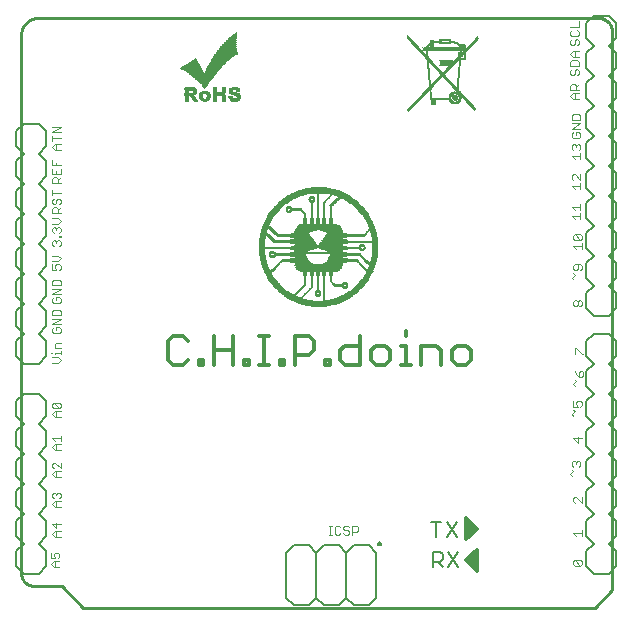
<source format=gto>
G75*
%MOIN*%
%OFA0B0*%
%FSLAX25Y25*%
%IPPOS*%
%LPD*%
%AMOC8*
5,1,8,0,0,1.08239X$1,22.5*
%
%ADD10C,0.01000*%
%ADD11C,0.01200*%
%ADD12C,0.01300*%
%ADD13C,0.00600*%
%ADD14C,0.00800*%
%ADD15C,0.00300*%
%ADD16C,0.00500*%
%ADD17R,0.04035X0.00098*%
%ADD18R,0.05610X0.00098*%
%ADD19R,0.06890X0.00098*%
%ADD20R,0.07972X0.00098*%
%ADD21R,0.08858X0.00098*%
%ADD22R,0.09744X0.00098*%
%ADD23R,0.10531X0.00098*%
%ADD24R,0.11122X0.00098*%
%ADD25R,0.11909X0.00098*%
%ADD26R,0.12500X0.00098*%
%ADD27R,0.13091X0.00098*%
%ADD28R,0.13681X0.00098*%
%ADD29R,0.14075X0.00098*%
%ADD30R,0.14665X0.00098*%
%ADD31R,0.15059X0.00098*%
%ADD32R,0.15650X0.00098*%
%ADD33R,0.16043X0.00098*%
%ADD34R,0.16437X0.00098*%
%ADD35R,0.16831X0.00098*%
%ADD36R,0.06791X0.00098*%
%ADD37R,0.07087X0.00098*%
%ADD38R,0.06299X0.00098*%
%ADD39R,0.00689X0.00098*%
%ADD40R,0.05906X0.00098*%
%ADD41R,0.05807X0.00098*%
%ADD42R,0.05512X0.00098*%
%ADD43R,0.05217X0.00098*%
%ADD44R,0.05315X0.00098*%
%ADD45R,0.05020X0.00098*%
%ADD46R,0.05118X0.00098*%
%ADD47R,0.04921X0.00098*%
%ADD48R,0.04724X0.00098*%
%ADD49R,0.04626X0.00098*%
%ADD50R,0.04528X0.00098*%
%ADD51R,0.04331X0.00098*%
%ADD52R,0.04232X0.00098*%
%ADD53R,0.00984X0.00098*%
%ADD54R,0.04134X0.00098*%
%ADD55R,0.03937X0.00098*%
%ADD56R,0.00492X0.00098*%
%ADD57R,0.03839X0.00098*%
%ADD58R,0.01083X0.00098*%
%ADD59R,0.01378X0.00098*%
%ADD60R,0.01575X0.00098*%
%ADD61R,0.03740X0.00098*%
%ADD62R,0.01772X0.00098*%
%ADD63R,0.03642X0.00098*%
%ADD64R,0.01870X0.00098*%
%ADD65R,0.01969X0.00098*%
%ADD66R,0.03543X0.00098*%
%ADD67R,0.00886X0.00098*%
%ADD68R,0.03445X0.00098*%
%ADD69R,0.00787X0.00098*%
%ADD70R,0.03346X0.00098*%
%ADD71R,0.03248X0.00098*%
%ADD72R,0.03150X0.00098*%
%ADD73R,0.02067X0.00098*%
%ADD74R,0.03051X0.00098*%
%ADD75R,0.01673X0.00098*%
%ADD76R,0.01476X0.00098*%
%ADD77R,0.02953X0.00098*%
%ADD78R,0.01280X0.00098*%
%ADD79R,0.02854X0.00098*%
%ADD80R,0.02756X0.00098*%
%ADD81R,0.01181X0.00098*%
%ADD82R,0.02657X0.00098*%
%ADD83R,0.02559X0.00098*%
%ADD84R,0.02461X0.00098*%
%ADD85R,0.02362X0.00098*%
%ADD86R,0.02264X0.00098*%
%ADD87R,0.02165X0.00098*%
%ADD88R,0.12795X0.00098*%
%ADD89R,0.13287X0.00098*%
%ADD90R,0.13484X0.00098*%
%ADD91R,0.13976X0.00098*%
%ADD92R,0.14173X0.00098*%
%ADD93R,0.14370X0.00098*%
%ADD94R,0.14567X0.00098*%
%ADD95R,0.14862X0.00098*%
%ADD96R,0.15256X0.00098*%
%ADD97R,0.15354X0.00098*%
%ADD98R,0.15453X0.00098*%
%ADD99R,0.15748X0.00098*%
%ADD100R,0.15846X0.00098*%
%ADD101R,0.06004X0.00098*%
%ADD102R,0.06496X0.00098*%
%ADD103R,0.06102X0.00098*%
%ADD104R,0.05413X0.00098*%
%ADD105R,0.05709X0.00098*%
%ADD106R,0.06988X0.00098*%
%ADD107R,0.06398X0.00098*%
%ADD108R,0.09646X0.00098*%
%ADD109R,0.10630X0.00098*%
%ADD110R,0.09449X0.00098*%
%ADD111R,0.10433X0.00098*%
%ADD112R,0.09350X0.00098*%
%ADD113R,0.10335X0.00098*%
%ADD114R,0.09154X0.00098*%
%ADD115R,0.10138X0.00098*%
%ADD116R,0.09055X0.00098*%
%ADD117R,0.10039X0.00098*%
%ADD118R,0.09941X0.00098*%
%ADD119R,0.08760X0.00098*%
%ADD120R,0.04429X0.00098*%
%ADD121R,0.04823X0.00098*%
%ADD122R,0.10728X0.00098*%
%ADD123R,0.10236X0.00098*%
%ADD124R,0.29035X0.00098*%
%ADD125R,0.18996X0.00098*%
%ADD126R,0.07579X0.00098*%
%ADD127R,0.07677X0.00098*%
%ADD128R,0.07776X0.00098*%
%ADD129R,0.08465X0.00098*%
%ADD130R,0.18012X0.00098*%
%ADD131R,0.13386X0.00098*%
%ADD132R,0.18898X0.00098*%
%ADD133R,0.00394X0.00098*%
%ADD134R,0.19291X0.00098*%
%ADD135R,0.34055X0.00098*%
%ADD136R,0.34154X0.00098*%
%ADD137R,0.08169X0.00098*%
%ADD138R,0.08071X0.00098*%
%ADD139R,0.07480X0.00098*%
%ADD140R,0.07874X0.00098*%
%ADD141R,0.00591X0.00098*%
%ADD142R,0.07382X0.00098*%
%ADD143R,0.07283X0.00098*%
%ADD144R,0.08661X0.00098*%
%ADD145R,0.08563X0.00098*%
%ADD146R,0.19193X0.00098*%
%ADD147R,0.13878X0.00098*%
%ADD148R,0.19094X0.00098*%
%ADD149R,0.18701X0.00098*%
%ADD150R,0.08366X0.00098*%
%ADD151R,0.08268X0.00098*%
%ADD152R,0.06693X0.00098*%
%ADD153R,0.06201X0.00098*%
%ADD154R,0.06594X0.00098*%
%ADD155R,0.07185X0.00098*%
%ADD156R,0.11417X0.00098*%
%ADD157R,0.13189X0.00098*%
%ADD158R,0.11516X0.00098*%
%ADD159R,0.15551X0.00098*%
%ADD160R,0.14469X0.00098*%
%ADD161R,0.14272X0.00098*%
%ADD162R,0.12992X0.00098*%
%ADD163R,0.12598X0.00098*%
%ADD164R,0.12303X0.00098*%
%ADD165R,0.11713X0.00098*%
%ADD166R,0.00039X0.00020*%
%ADD167R,0.00020X0.00020*%
%ADD168R,0.00059X0.00020*%
%ADD169R,0.00157X0.00020*%
%ADD170R,0.00197X0.00020*%
%ADD171R,0.00236X0.00020*%
%ADD172R,0.00315X0.00020*%
%ADD173R,0.00354X0.00020*%
%ADD174R,0.00394X0.00020*%
%ADD175R,0.00453X0.00020*%
%ADD176R,0.00433X0.00020*%
%ADD177R,0.00472X0.00020*%
%ADD178R,0.00512X0.00020*%
%ADD179R,0.00551X0.00020*%
%ADD180R,0.00591X0.00020*%
%ADD181R,0.00630X0.00020*%
%ADD182R,0.00728X0.00020*%
%ADD183R,0.00098X0.00020*%
%ADD184R,0.00138X0.00020*%
%ADD185R,0.00177X0.00020*%
%ADD186R,0.00217X0.00020*%
%ADD187R,0.00295X0.00020*%
%ADD188R,0.00374X0.00020*%
%ADD189R,0.00768X0.00020*%
%ADD190R,0.00787X0.00020*%
%ADD191R,0.00827X0.00020*%
%ADD192R,0.00669X0.00020*%
%ADD193R,0.00709X0.00020*%
%ADD194R,0.00748X0.00020*%
%ADD195R,0.01496X0.00020*%
%ADD196R,0.01378X0.00020*%
%ADD197R,0.00276X0.00020*%
%ADD198R,0.00571X0.00020*%
%ADD199R,0.00118X0.00020*%
%ADD200R,0.00079X0.00020*%
%ADD201R,0.00906X0.00020*%
%ADD202R,0.01063X0.00020*%
%ADD203R,0.01181X0.00020*%
%ADD204R,0.01299X0.00020*%
%ADD205R,0.01516X0.00020*%
%ADD206R,0.01575X0.00020*%
%ADD207R,0.01673X0.00020*%
%ADD208R,0.01732X0.00020*%
%ADD209R,0.01811X0.00020*%
%ADD210R,0.00807X0.00020*%
%ADD211R,0.01890X0.00020*%
%ADD212R,0.01949X0.00020*%
%ADD213R,0.02008X0.00020*%
%ADD214R,0.02087X0.00020*%
%ADD215R,0.02126X0.00020*%
%ADD216R,0.02205X0.00020*%
%ADD217R,0.02244X0.00020*%
%ADD218R,0.02303X0.00020*%
%ADD219R,0.02343X0.00020*%
%ADD220R,0.02402X0.00020*%
%ADD221R,0.02461X0.00020*%
%ADD222R,0.02500X0.00020*%
%ADD223R,0.02539X0.00020*%
%ADD224R,0.01102X0.00020*%
%ADD225R,0.01083X0.00020*%
%ADD226R,0.01043X0.00020*%
%ADD227R,0.00965X0.00020*%
%ADD228R,0.00984X0.00020*%
%ADD229R,0.00945X0.00020*%
%ADD230R,0.00886X0.00020*%
%ADD231R,0.00925X0.00020*%
%ADD232R,0.00846X0.00020*%
%ADD233R,0.00866X0.00020*%
%ADD234R,0.00689X0.00020*%
%ADD235R,0.00650X0.00020*%
%ADD236R,0.00610X0.00020*%
%ADD237R,0.00531X0.00020*%
%ADD238R,0.01024X0.00020*%
%ADD239R,0.01437X0.00020*%
%ADD240R,0.01004X0.00020*%
%ADD241R,0.06752X0.00020*%
%ADD242R,0.06102X0.00020*%
%ADD243R,0.01122X0.00020*%
%ADD244R,0.06693X0.00020*%
%ADD245R,0.01142X0.00020*%
%ADD246R,0.06673X0.00020*%
%ADD247R,0.01260X0.00020*%
%ADD248R,0.06732X0.00020*%
%ADD249R,0.01220X0.00020*%
%ADD250R,0.06772X0.00020*%
%ADD251R,0.01319X0.00020*%
%ADD252R,0.06654X0.00020*%
%ADD253R,0.01398X0.00020*%
%ADD254R,0.01417X0.00020*%
%ADD255R,0.00492X0.00020*%
%ADD256R,0.01476X0.00020*%
%ADD257R,0.01831X0.00020*%
%ADD258R,0.01752X0.00020*%
%ADD259R,0.01634X0.00020*%
%ADD260R,0.01614X0.00020*%
%ADD261R,0.01535X0.00020*%
%ADD262R,0.01339X0.00020*%
%ADD263R,0.01240X0.00020*%
%ADD264R,0.01358X0.00020*%
%ADD265R,0.01457X0.00020*%
%ADD266R,0.04449X0.00020*%
%ADD267R,0.04488X0.00020*%
%ADD268R,0.04508X0.00020*%
%ADD269R,0.04528X0.00020*%
%ADD270R,0.04547X0.00020*%
%ADD271R,0.04567X0.00020*%
%ADD272R,0.04587X0.00020*%
%ADD273R,0.04606X0.00020*%
%ADD274R,0.04626X0.00020*%
%ADD275R,0.04646X0.00020*%
%ADD276R,0.04665X0.00020*%
%ADD277R,0.04685X0.00020*%
%ADD278R,0.04744X0.00020*%
%ADD279R,0.04724X0.00020*%
%ADD280R,0.04783X0.00020*%
%ADD281R,0.04803X0.00020*%
%ADD282R,0.04764X0.00020*%
%ADD283R,0.04843X0.00020*%
%ADD284R,0.04823X0.00020*%
%ADD285R,0.04862X0.00020*%
%ADD286R,0.04882X0.00020*%
%ADD287R,0.04902X0.00020*%
%ADD288R,0.04921X0.00020*%
%ADD289R,0.04941X0.00020*%
%ADD290R,0.04961X0.00020*%
%ADD291R,0.04980X0.00020*%
%ADD292R,0.05000X0.00020*%
%ADD293R,0.05059X0.00020*%
%ADD294R,0.05039X0.00020*%
%ADD295R,0.04291X0.00020*%
%ADD296R,0.05079X0.00020*%
%ADD297R,0.04232X0.00020*%
%ADD298R,0.04272X0.00020*%
%ADD299R,0.00335X0.00020*%
%ADD300R,0.03091X0.00020*%
%ADD301R,0.03012X0.00020*%
%ADD302R,0.02992X0.00020*%
%ADD303R,0.02972X0.00020*%
%ADD304R,0.02953X0.00020*%
%ADD305R,0.02933X0.00020*%
%ADD306R,0.02913X0.00020*%
%ADD307R,0.02894X0.00020*%
%ADD308R,0.02874X0.00020*%
%ADD309R,0.02854X0.00020*%
%ADD310R,0.02835X0.00020*%
%ADD311R,0.02815X0.00020*%
%ADD312R,0.02756X0.00020*%
%ADD313R,0.02283X0.00020*%
%ADD314R,0.13465X0.00020*%
%ADD315R,0.13425X0.00020*%
%ADD316R,0.13524X0.00020*%
%ADD317R,0.13583X0.00020*%
%ADD318R,0.13504X0.00020*%
%ADD319R,0.13563X0.00020*%
%ADD320R,0.13642X0.00020*%
%ADD321R,0.13681X0.00020*%
%ADD322R,0.13740X0.00020*%
%ADD323R,0.13760X0.00020*%
%ADD324R,0.13799X0.00020*%
%ADD325R,0.13819X0.00020*%
%ADD326R,0.13858X0.00020*%
%ADD327R,0.13878X0.00020*%
%ADD328R,0.13898X0.00020*%
%ADD329R,0.13976X0.00020*%
%ADD330R,0.13957X0.00020*%
%ADD331R,0.13996X0.00020*%
%ADD332R,0.14016X0.00020*%
%ADD333R,0.14035X0.00020*%
%ADD334R,0.14055X0.00020*%
%ADD335R,0.14075X0.00020*%
%ADD336R,0.14094X0.00020*%
%ADD337R,0.14114X0.00020*%
%ADD338R,0.14173X0.00020*%
%ADD339R,0.14134X0.00020*%
%ADD340R,0.14154X0.00020*%
%ADD341R,0.01161X0.00020*%
%ADD342R,0.01791X0.00020*%
%ADD343R,0.01713X0.00020*%
%ADD344R,0.00256X0.00020*%
%ADD345R,0.01850X0.00020*%
%ADD346R,0.01870X0.00020*%
%ADD347R,0.01909X0.00020*%
%ADD348R,0.01969X0.00020*%
%ADD349R,0.01929X0.00020*%
%ADD350R,0.01988X0.00020*%
%ADD351R,0.02028X0.00020*%
%ADD352R,0.02067X0.00020*%
%ADD353R,0.02047X0.00020*%
%ADD354R,0.01693X0.00020*%
%ADD355R,0.01594X0.00020*%
%ADD356R,0.01280X0.00020*%
%ADD357R,0.01201X0.00020*%
%ADD358R,0.00413X0.00020*%
%ADD359R,0.03484X0.00020*%
%ADD360R,0.03386X0.00020*%
%ADD361R,0.02382X0.00020*%
%ADD362R,0.02598X0.00020*%
%ADD363R,0.01555X0.00020*%
%ADD364R,0.00669X0.00039*%
%ADD365R,0.00866X0.00039*%
%ADD366R,0.00709X0.00039*%
%ADD367R,0.00906X0.00039*%
%ADD368R,0.01260X0.00039*%
%ADD369R,0.01496X0.00039*%
%ADD370R,0.01417X0.00039*%
%ADD371R,0.01339X0.00039*%
%ADD372R,0.00079X0.00039*%
%ADD373R,0.01654X0.00039*%
%ADD374R,0.01299X0.00039*%
%ADD375R,0.01535X0.00039*%
%ADD376R,0.01850X0.00039*%
%ADD377R,0.01575X0.00039*%
%ADD378R,0.01929X0.00039*%
%ADD379R,0.02362X0.00039*%
%ADD380R,0.01457X0.00039*%
%ADD381R,0.02008X0.00039*%
%ADD382R,0.02402X0.00039*%
%ADD383R,0.02244X0.00039*%
%ADD384R,0.02677X0.00039*%
%ADD385R,0.02323X0.00039*%
%ADD386R,0.02756X0.00039*%
%ADD387R,0.02835X0.00039*%
%ADD388R,0.02559X0.00039*%
%ADD389R,0.02992X0.00039*%
%ADD390R,0.02598X0.00039*%
%ADD391R,0.03071X0.00039*%
%ADD392R,0.03189X0.00039*%
%ADD393R,0.02795X0.00039*%
%ADD394R,0.03228X0.00039*%
%ADD395R,0.02913X0.00039*%
%ADD396R,0.03307X0.00039*%
%ADD397R,0.02953X0.00039*%
%ADD398R,0.03346X0.00039*%
%ADD399R,0.03425X0.00039*%
%ADD400R,0.03110X0.00039*%
%ADD401R,0.03504X0.00039*%
%ADD402R,0.03150X0.00039*%
%ADD403R,0.03543X0.00039*%
%ADD404R,0.00236X0.00039*%
%ADD405R,0.03622X0.00039*%
%ADD406R,0.03661X0.00039*%
%ADD407R,0.03701X0.00039*%
%ADD408R,0.03740X0.00039*%
%ADD409R,0.01220X0.00039*%
%ADD410R,0.01181X0.00039*%
%ADD411R,0.01378X0.00039*%
%ADD412R,0.01142X0.00039*%
%ADD413R,0.00394X0.00039*%
%ADD414R,0.00354X0.00039*%
%ADD415R,0.01102X0.00039*%
%ADD416R,0.01693X0.00039*%
%ADD417R,0.04331X0.00039*%
%ADD418R,0.01811X0.00039*%
%ADD419R,0.03031X0.00039*%
%ADD420R,0.00039X0.00039*%
%ADD421R,0.02205X0.00039*%
%ADD422R,0.04291X0.00039*%
%ADD423R,0.03386X0.00039*%
%ADD424R,0.02480X0.00039*%
%ADD425R,0.02520X0.00039*%
%ADD426R,0.03465X0.00039*%
%ADD427R,0.03583X0.00039*%
%ADD428R,0.02717X0.00039*%
%ADD429R,0.02874X0.00039*%
%ADD430R,0.03780X0.00039*%
%ADD431R,0.03819X0.00039*%
%ADD432R,0.03858X0.00039*%
%ADD433R,0.03898X0.00039*%
%ADD434R,0.02638X0.00039*%
%ADD435R,0.02126X0.00039*%
%ADD436R,0.02087X0.00039*%
%ADD437R,0.02047X0.00039*%
%ADD438R,0.02283X0.00039*%
%ADD439R,0.01614X0.00039*%
%ADD440R,0.01732X0.00039*%
%ADD441R,0.00276X0.00039*%
%ADD442R,0.00315X0.00039*%
%ADD443R,0.01024X0.00039*%
%ADD444R,0.00118X0.00039*%
%ADD445R,0.04016X0.00039*%
%ADD446R,0.03976X0.00039*%
%ADD447R,0.03937X0.00039*%
%ADD448R,0.03268X0.00039*%
%ADD449R,0.00157X0.00039*%
%ADD450R,0.02441X0.00039*%
%ADD451R,0.00472X0.00039*%
%ADD452R,0.00433X0.00039*%
%ADD453R,0.00512X0.00039*%
%ADD454R,0.00748X0.00039*%
%ADD455R,0.00827X0.00039*%
%ADD456R,0.00945X0.00039*%
%ADD457R,0.00984X0.00039*%
%ADD458R,0.01063X0.00039*%
%ADD459R,0.01772X0.00039*%
%ADD460R,0.01969X0.00039*%
%ADD461R,0.02165X0.00039*%
%ADD462R,0.04055X0.00039*%
%ADD463R,0.04094X0.00039*%
%ADD464R,0.04173X0.00039*%
%ADD465R,0.04252X0.00039*%
%ADD466R,0.04409X0.00039*%
%ADD467R,0.04528X0.00039*%
%ADD468R,0.04567X0.00039*%
%ADD469R,0.04646X0.00039*%
%ADD470R,0.04685X0.00039*%
%ADD471R,0.04764X0.00039*%
%ADD472R,0.04803X0.00039*%
%ADD473R,0.04921X0.00039*%
%ADD474R,0.05039X0.00039*%
%ADD475R,0.05118X0.00039*%
%ADD476R,0.05157X0.00039*%
%ADD477R,0.05236X0.00039*%
%ADD478R,0.05354X0.00039*%
%ADD479R,0.05394X0.00039*%
%ADD480R,0.05472X0.00039*%
%ADD481R,0.05551X0.00039*%
%ADD482R,0.05591X0.00039*%
%ADD483R,0.05709X0.00039*%
%ADD484R,0.05748X0.00039*%
%ADD485R,0.05906X0.00039*%
%ADD486R,0.05984X0.00039*%
%ADD487R,0.06024X0.00039*%
%ADD488R,0.06142X0.00039*%
%ADD489R,0.06181X0.00039*%
%ADD490R,0.06260X0.00039*%
%ADD491R,0.06299X0.00039*%
%ADD492R,0.06417X0.00039*%
%ADD493R,0.06378X0.00039*%
%ADD494R,0.06496X0.00039*%
%ADD495R,0.06654X0.00039*%
%ADD496R,0.06693X0.00039*%
%ADD497R,0.06772X0.00039*%
%ADD498R,0.06850X0.00039*%
%ADD499R,0.06890X0.00039*%
%ADD500R,0.07008X0.00039*%
%ADD501R,0.07087X0.00039*%
%ADD502R,0.07165X0.00039*%
%ADD503R,0.07244X0.00039*%
%ADD504R,0.07323X0.00039*%
%ADD505R,0.07402X0.00039*%
%ADD506R,0.07480X0.00039*%
%ADD507R,0.07598X0.00039*%
%ADD508R,0.07677X0.00039*%
%ADD509R,0.07795X0.00039*%
%ADD510R,0.07874X0.00039*%
%ADD511R,0.07992X0.00039*%
%ADD512R,0.08031X0.00039*%
%ADD513R,0.08150X0.00039*%
%ADD514R,0.08189X0.00039*%
%ADD515R,0.08307X0.00039*%
%ADD516R,0.08228X0.00039*%
%ADD517R,0.08425X0.00039*%
%ADD518R,0.08622X0.00039*%
%ADD519R,0.04882X0.00039*%
%ADD520R,0.04961X0.00039*%
%ADD521R,0.05197X0.00039*%
%ADD522R,0.05276X0.00039*%
%ADD523R,0.05315X0.00039*%
%ADD524R,0.05630X0.00039*%
%ADD525R,0.05669X0.00039*%
%ADD526R,0.04134X0.00039*%
%ADD527R,0.05866X0.00039*%
%ADD528R,0.05827X0.00039*%
%ADD529R,0.05945X0.00039*%
%ADD530R,0.04213X0.00039*%
%ADD531R,0.06063X0.00039*%
%ADD532R,0.06220X0.00039*%
%ADD533R,0.06339X0.00039*%
%ADD534R,0.04370X0.00039*%
%ADD535R,0.06535X0.00039*%
%ADD536R,0.06614X0.00039*%
%ADD537R,0.06732X0.00039*%
%ADD538R,0.04449X0.00039*%
%ADD539R,0.06811X0.00039*%
%ADD540R,0.04488X0.00039*%
%ADD541R,0.04606X0.00039*%
%ADD542R,0.05512X0.00039*%
%ADD543R,0.04724X0.00039*%
%ADD544R,0.05079X0.00039*%
%ADD545R,0.04843X0.00039*%
%ADD546R,0.05000X0.00039*%
%ADD547R,0.00630X0.00039*%
%ADD548R,0.05787X0.00039*%
%ADD549R,0.00551X0.00039*%
%ADD550R,0.00197X0.00039*%
%ADD551R,0.06102X0.00039*%
%ADD552R,0.06457X0.00039*%
%ADD553R,0.06575X0.00039*%
%ADD554R,0.07047X0.00039*%
%ADD555R,0.07205X0.00039*%
%ADD556R,0.07283X0.00039*%
%ADD557R,0.07520X0.00039*%
%ADD558R,0.07441X0.00039*%
%ADD559R,0.07362X0.00039*%
%ADD560R,0.07126X0.00039*%
%ADD561R,0.06969X0.00039*%
%ADD562R,0.05433X0.00039*%
%ADD563R,0.01890X0.00039*%
%ADD564R,0.00787X0.00039*%
%ADD565R,0.00591X0.00039*%
D10*
X0024114Y0014431D02*
X0024114Y0194719D01*
X0024114Y0194718D02*
X0024132Y0194867D01*
X0024154Y0195015D01*
X0024180Y0195162D01*
X0024209Y0195309D01*
X0024243Y0195454D01*
X0024280Y0195599D01*
X0024321Y0195743D01*
X0024366Y0195886D01*
X0024415Y0196027D01*
X0024467Y0196168D01*
X0024523Y0196306D01*
X0024583Y0196444D01*
X0024646Y0196579D01*
X0024712Y0196713D01*
X0024783Y0196845D01*
X0024856Y0196976D01*
X0024933Y0197104D01*
X0025013Y0197230D01*
X0025097Y0197354D01*
X0025184Y0197476D01*
X0025274Y0197596D01*
X0025367Y0197713D01*
X0025463Y0197827D01*
X0025562Y0197940D01*
X0025664Y0198049D01*
X0025769Y0198156D01*
X0025876Y0198260D01*
X0025986Y0198361D01*
X0026099Y0198459D01*
X0026215Y0198555D01*
X0026333Y0198647D01*
X0026453Y0198736D01*
X0026575Y0198822D01*
X0026700Y0198904D01*
X0026827Y0198984D01*
X0026956Y0199060D01*
X0027086Y0199132D01*
X0027219Y0199202D01*
X0027353Y0199267D01*
X0027490Y0199329D01*
X0027627Y0199388D01*
X0027766Y0199443D01*
X0027907Y0199494D01*
X0028049Y0199542D01*
X0028192Y0199586D01*
X0028336Y0199626D01*
X0028481Y0199662D01*
X0028627Y0199694D01*
X0028774Y0199723D01*
X0028922Y0199748D01*
X0029070Y0199769D01*
X0029218Y0199786D01*
X0029367Y0199799D01*
X0029517Y0199808D01*
X0029666Y0199814D01*
X0029816Y0199815D01*
X0029965Y0199812D01*
X0030115Y0199806D01*
X0030264Y0199796D01*
X0030413Y0199781D01*
X0217110Y0199781D01*
X0217242Y0199761D01*
X0217373Y0199738D01*
X0217504Y0199710D01*
X0217633Y0199678D01*
X0217762Y0199643D01*
X0217889Y0199604D01*
X0218016Y0199561D01*
X0218141Y0199515D01*
X0218264Y0199464D01*
X0218386Y0199410D01*
X0218506Y0199353D01*
X0218625Y0199292D01*
X0218742Y0199227D01*
X0218856Y0199159D01*
X0218969Y0199088D01*
X0219079Y0199013D01*
X0219188Y0198935D01*
X0219293Y0198854D01*
X0219397Y0198770D01*
X0219498Y0198683D01*
X0219596Y0198593D01*
X0219692Y0198500D01*
X0219784Y0198404D01*
X0219874Y0198306D01*
X0219961Y0198205D01*
X0220045Y0198101D01*
X0220126Y0197995D01*
X0220203Y0197886D01*
X0220278Y0197776D01*
X0220349Y0197663D01*
X0220416Y0197548D01*
X0220481Y0197431D01*
X0220541Y0197312D01*
X0220598Y0197192D01*
X0220652Y0197070D01*
X0220702Y0196946D01*
X0220748Y0196821D01*
X0220791Y0196695D01*
X0220830Y0196567D01*
X0220865Y0196439D01*
X0220896Y0196309D01*
X0220923Y0196178D01*
X0220946Y0196047D01*
X0220966Y0195915D01*
X0220981Y0195783D01*
X0220993Y0195650D01*
X0221001Y0195517D01*
X0221005Y0195384D01*
X0221004Y0195250D01*
X0221000Y0195117D01*
X0220992Y0194984D01*
X0220980Y0194851D01*
X0220964Y0194719D01*
X0220964Y0009014D01*
X0215256Y0003250D01*
X0044826Y0003250D01*
X0037582Y0010494D01*
X0028763Y0010494D01*
X0028633Y0010485D01*
X0028503Y0010480D01*
X0028373Y0010479D01*
X0028243Y0010482D01*
X0028113Y0010489D01*
X0027984Y0010500D01*
X0027854Y0010515D01*
X0027726Y0010533D01*
X0027597Y0010556D01*
X0027470Y0010582D01*
X0027343Y0010612D01*
X0027218Y0010646D01*
X0027093Y0010684D01*
X0026970Y0010726D01*
X0026848Y0010771D01*
X0026727Y0010820D01*
X0026608Y0010872D01*
X0026491Y0010929D01*
X0026375Y0010988D01*
X0026261Y0011051D01*
X0026150Y0011118D01*
X0026040Y0011188D01*
X0025932Y0011261D01*
X0025827Y0011337D01*
X0025724Y0011417D01*
X0025623Y0011499D01*
X0025525Y0011585D01*
X0025430Y0011673D01*
X0025337Y0011765D01*
X0025247Y0011859D01*
X0025160Y0011956D01*
X0025076Y0012055D01*
X0024995Y0012157D01*
X0024917Y0012261D01*
X0024843Y0012368D01*
X0024771Y0012476D01*
X0024703Y0012587D01*
X0024638Y0012700D01*
X0024577Y0012815D01*
X0024519Y0012931D01*
X0024465Y0013050D01*
X0024414Y0013170D01*
X0024367Y0013291D01*
X0024324Y0013414D01*
X0024284Y0013538D01*
X0024248Y0013663D01*
X0024216Y0013789D01*
X0024188Y0013916D01*
X0024164Y0014044D01*
X0024143Y0014172D01*
X0024126Y0014301D01*
X0024114Y0014431D01*
D11*
X0172452Y0018994D02*
X0175952Y0015494D01*
X0175952Y0022494D01*
X0172452Y0018994D01*
X0173452Y0018994D02*
X0174952Y0020494D01*
X0174952Y0018494D01*
X0174452Y0018994D02*
X0173952Y0018994D01*
X0173452Y0018994D02*
X0175452Y0016994D01*
X0175452Y0020994D01*
X0172452Y0025994D02*
X0175952Y0029494D01*
X0172452Y0032994D01*
X0172452Y0025994D01*
X0172952Y0027494D02*
X0172952Y0030494D01*
X0173952Y0028994D01*
X0174952Y0029494D02*
X0172952Y0027494D01*
X0174952Y0029494D02*
X0172952Y0031494D01*
D12*
X0172491Y0084144D02*
X0169255Y0084144D01*
X0167637Y0085762D01*
X0167637Y0088998D01*
X0169255Y0090616D01*
X0172491Y0090616D01*
X0174109Y0088998D01*
X0174109Y0085762D01*
X0172491Y0084144D01*
X0163980Y0084144D02*
X0163980Y0088998D01*
X0162362Y0090616D01*
X0157508Y0090616D01*
X0157508Y0084144D01*
X0153992Y0084144D02*
X0150755Y0084144D01*
X0152373Y0084144D02*
X0152373Y0090616D01*
X0150755Y0090616D01*
X0152373Y0093852D02*
X0152373Y0095470D01*
X0147099Y0088998D02*
X0145481Y0090616D01*
X0142245Y0090616D01*
X0140627Y0088998D01*
X0140627Y0085762D01*
X0142245Y0084144D01*
X0145481Y0084144D01*
X0147099Y0085762D01*
X0147099Y0088998D01*
X0136970Y0090616D02*
X0132116Y0090616D01*
X0130498Y0088998D01*
X0130498Y0085762D01*
X0132116Y0084144D01*
X0136970Y0084144D01*
X0136970Y0093852D01*
X0127052Y0085762D02*
X0127052Y0084144D01*
X0125434Y0084144D01*
X0125434Y0085762D01*
X0127052Y0085762D01*
X0121777Y0088998D02*
X0120159Y0087380D01*
X0115305Y0087380D01*
X0111859Y0085762D02*
X0111859Y0084144D01*
X0110241Y0084144D01*
X0110241Y0085762D01*
X0111859Y0085762D01*
X0115305Y0084144D02*
X0115305Y0093852D01*
X0120159Y0093852D01*
X0121777Y0092234D01*
X0121777Y0088998D01*
X0106725Y0084144D02*
X0103488Y0084144D01*
X0105106Y0084144D02*
X0105106Y0093852D01*
X0103488Y0093852D02*
X0106725Y0093852D01*
X0100042Y0085762D02*
X0098424Y0085762D01*
X0098424Y0084144D01*
X0100042Y0084144D01*
X0100042Y0085762D01*
X0094768Y0084144D02*
X0094768Y0093852D01*
X0094768Y0088998D02*
X0088295Y0088998D01*
X0084849Y0085762D02*
X0084849Y0084144D01*
X0083231Y0084144D01*
X0083231Y0085762D01*
X0084849Y0085762D01*
X0088295Y0084144D02*
X0088295Y0093852D01*
X0079575Y0092234D02*
X0077957Y0093852D01*
X0074721Y0093852D01*
X0073102Y0092234D01*
X0073102Y0085762D01*
X0074721Y0084144D01*
X0077957Y0084144D01*
X0079575Y0085762D01*
D13*
X0114952Y0023994D02*
X0119952Y0023994D01*
X0122452Y0021494D01*
X0122452Y0006494D01*
X0124952Y0003994D01*
X0129952Y0003994D01*
X0132452Y0006494D01*
X0132452Y0021494D01*
X0134952Y0023994D01*
X0139952Y0023994D01*
X0142452Y0021494D01*
X0142452Y0006494D01*
X0139952Y0003994D01*
X0134952Y0003994D01*
X0132452Y0006494D01*
X0122452Y0006494D02*
X0119952Y0003994D01*
X0114952Y0003994D01*
X0112452Y0006494D01*
X0112452Y0021494D01*
X0114952Y0023994D01*
X0122452Y0021494D02*
X0124952Y0023994D01*
X0129952Y0023994D01*
X0132452Y0021494D01*
X0161252Y0021798D02*
X0161252Y0016794D01*
X0161252Y0018462D02*
X0163755Y0018462D01*
X0164589Y0019296D01*
X0164589Y0020964D01*
X0163755Y0021798D01*
X0161252Y0021798D01*
X0162921Y0018462D02*
X0164589Y0016794D01*
X0166409Y0016794D02*
X0169745Y0021798D01*
X0166409Y0021798D02*
X0169745Y0016794D01*
X0169293Y0026811D02*
X0165957Y0031816D01*
X0164137Y0031816D02*
X0160800Y0031816D01*
X0162469Y0031816D02*
X0162469Y0026811D01*
X0165957Y0026811D02*
X0169293Y0031816D01*
D14*
X0212452Y0031994D02*
X0212452Y0026994D01*
X0214952Y0024494D01*
X0212452Y0021994D01*
X0212452Y0016994D01*
X0214952Y0014494D01*
X0219952Y0014494D01*
X0222452Y0016994D01*
X0222452Y0021994D01*
X0219952Y0024494D01*
X0222452Y0026994D01*
X0222452Y0031994D01*
X0219952Y0034494D01*
X0222452Y0036994D01*
X0222452Y0041994D01*
X0219952Y0044494D01*
X0222452Y0046994D01*
X0222452Y0051994D01*
X0219952Y0054494D01*
X0222452Y0056994D01*
X0222452Y0061994D01*
X0219952Y0064494D01*
X0222452Y0066994D01*
X0222452Y0071994D01*
X0219952Y0074494D01*
X0222452Y0076994D01*
X0222452Y0081994D01*
X0219952Y0084494D01*
X0222452Y0086994D01*
X0222452Y0091994D01*
X0219952Y0094494D01*
X0214952Y0094494D01*
X0212452Y0091994D01*
X0212452Y0086994D01*
X0214952Y0084494D01*
X0212452Y0081994D01*
X0212452Y0076994D01*
X0214952Y0074494D01*
X0212452Y0071994D01*
X0212452Y0066994D01*
X0214952Y0064494D01*
X0212452Y0061994D01*
X0212452Y0056994D01*
X0214952Y0054494D01*
X0212452Y0051994D01*
X0212452Y0046994D01*
X0214952Y0044494D01*
X0212452Y0041994D01*
X0212452Y0036994D01*
X0214952Y0034494D01*
X0212452Y0031994D01*
X0214952Y0100494D02*
X0212452Y0102994D01*
X0212452Y0107994D01*
X0214952Y0110494D01*
X0212452Y0112994D01*
X0212452Y0117994D01*
X0214952Y0120494D01*
X0212452Y0122994D01*
X0212452Y0127994D01*
X0214952Y0130494D01*
X0212452Y0132994D01*
X0212452Y0137994D01*
X0214952Y0140494D01*
X0212452Y0142994D01*
X0212452Y0147994D01*
X0214952Y0150494D01*
X0212452Y0152994D01*
X0212452Y0157994D01*
X0214952Y0160494D01*
X0212452Y0162994D01*
X0212452Y0167994D01*
X0214952Y0170494D01*
X0212452Y0172994D01*
X0212452Y0177994D01*
X0214952Y0180494D01*
X0212452Y0182994D01*
X0212452Y0187994D01*
X0214952Y0190494D01*
X0212452Y0192994D01*
X0212452Y0197994D01*
X0214952Y0200494D01*
X0219952Y0200494D01*
X0222452Y0197994D01*
X0222452Y0192994D01*
X0219952Y0190494D01*
X0222452Y0187994D01*
X0222452Y0182994D01*
X0219952Y0180494D01*
X0222452Y0177994D01*
X0222452Y0172994D01*
X0219952Y0170494D01*
X0222452Y0167994D01*
X0222452Y0162994D01*
X0219952Y0160494D01*
X0222452Y0157994D01*
X0222452Y0152994D01*
X0219952Y0150494D01*
X0222452Y0147994D01*
X0222452Y0142994D01*
X0219952Y0140494D01*
X0222452Y0137994D01*
X0222452Y0132994D01*
X0219952Y0130494D01*
X0222452Y0127994D01*
X0222452Y0122994D01*
X0219952Y0120494D01*
X0222452Y0117994D01*
X0222452Y0112994D01*
X0219952Y0110494D01*
X0222452Y0107994D01*
X0222452Y0102994D01*
X0219952Y0100494D01*
X0214952Y0100494D01*
X0032452Y0101994D02*
X0032452Y0096994D01*
X0029952Y0094494D01*
X0032452Y0091994D01*
X0032452Y0086994D01*
X0029952Y0084494D01*
X0024952Y0084494D01*
X0022452Y0086994D01*
X0022452Y0091994D01*
X0024952Y0094494D01*
X0022452Y0096994D01*
X0022452Y0101994D01*
X0024952Y0104494D01*
X0022452Y0106994D01*
X0022452Y0111994D01*
X0024952Y0114494D01*
X0022452Y0116994D01*
X0022452Y0121994D01*
X0024952Y0124494D01*
X0022452Y0126994D01*
X0022452Y0131994D01*
X0024952Y0134494D01*
X0022452Y0136994D01*
X0022452Y0141994D01*
X0024952Y0144494D01*
X0022452Y0146994D01*
X0022452Y0151994D01*
X0024952Y0154494D01*
X0022452Y0156994D01*
X0022452Y0161994D01*
X0024952Y0164494D01*
X0029952Y0164494D01*
X0032452Y0161994D01*
X0032452Y0156994D01*
X0029952Y0154494D01*
X0032452Y0151994D01*
X0032452Y0146994D01*
X0029952Y0144494D01*
X0032452Y0141994D01*
X0032452Y0136994D01*
X0029952Y0134494D01*
X0032452Y0131994D01*
X0032452Y0126994D01*
X0029952Y0124494D01*
X0032452Y0121994D01*
X0032452Y0116994D01*
X0029952Y0114494D01*
X0032452Y0111994D01*
X0032452Y0106994D01*
X0029952Y0104494D01*
X0032452Y0101994D01*
X0029952Y0074494D02*
X0024952Y0074494D01*
X0022452Y0071994D01*
X0022452Y0066994D01*
X0024952Y0064494D01*
X0022452Y0061994D01*
X0022452Y0056994D01*
X0024952Y0054494D01*
X0022452Y0051994D01*
X0022452Y0046994D01*
X0024952Y0044494D01*
X0022452Y0041994D01*
X0022452Y0036994D01*
X0024952Y0034494D01*
X0022452Y0031994D01*
X0022452Y0026994D01*
X0024952Y0024494D01*
X0022452Y0021994D01*
X0022452Y0016994D01*
X0024952Y0014494D01*
X0029952Y0014494D01*
X0032452Y0016994D01*
X0032452Y0021994D01*
X0029952Y0024494D01*
X0032452Y0026994D01*
X0032452Y0031994D01*
X0029952Y0034494D01*
X0032452Y0036994D01*
X0032452Y0041994D01*
X0029952Y0044494D01*
X0032452Y0046994D01*
X0032452Y0051994D01*
X0029952Y0054494D01*
X0032452Y0056994D01*
X0032452Y0061994D01*
X0029952Y0064494D01*
X0032452Y0066994D01*
X0032452Y0071994D01*
X0029952Y0074494D01*
D15*
X0034400Y0071142D02*
X0034884Y0071626D01*
X0036819Y0069691D01*
X0037302Y0070174D01*
X0037302Y0071142D01*
X0036819Y0071626D01*
X0034884Y0071626D01*
X0034400Y0071142D02*
X0034400Y0070174D01*
X0034884Y0069691D01*
X0036819Y0069691D01*
X0037302Y0068679D02*
X0035367Y0068679D01*
X0034400Y0067712D01*
X0035367Y0066744D01*
X0037302Y0066744D01*
X0035851Y0066744D02*
X0035851Y0068679D01*
X0037302Y0060626D02*
X0037302Y0058691D01*
X0037302Y0059658D02*
X0034400Y0059658D01*
X0035367Y0058691D01*
X0035367Y0057679D02*
X0037302Y0057679D01*
X0035851Y0057679D02*
X0035851Y0055744D01*
X0035367Y0055744D02*
X0034400Y0056712D01*
X0035367Y0057679D01*
X0035367Y0055744D02*
X0037302Y0055744D01*
X0037302Y0051626D02*
X0037302Y0049691D01*
X0035367Y0051626D01*
X0034884Y0051626D01*
X0034400Y0051142D01*
X0034400Y0050174D01*
X0034884Y0049691D01*
X0035367Y0048679D02*
X0037302Y0048679D01*
X0035851Y0048679D02*
X0035851Y0046744D01*
X0035367Y0046744D02*
X0034400Y0047712D01*
X0035367Y0048679D01*
X0035367Y0046744D02*
X0037302Y0046744D01*
X0036819Y0041626D02*
X0036335Y0041626D01*
X0035851Y0041142D01*
X0035851Y0040658D01*
X0035851Y0041142D02*
X0035367Y0041626D01*
X0034884Y0041626D01*
X0034400Y0041142D01*
X0034400Y0040174D01*
X0034884Y0039691D01*
X0035367Y0038679D02*
X0037302Y0038679D01*
X0036819Y0039691D02*
X0037302Y0040174D01*
X0037302Y0041142D01*
X0036819Y0041626D01*
X0035851Y0038679D02*
X0035851Y0036744D01*
X0035367Y0036744D02*
X0034400Y0037712D01*
X0035367Y0038679D01*
X0035367Y0036744D02*
X0037302Y0036744D01*
X0035851Y0031626D02*
X0035851Y0029691D01*
X0034400Y0031142D01*
X0037302Y0031142D01*
X0037302Y0028679D02*
X0035367Y0028679D01*
X0034400Y0027712D01*
X0035367Y0026744D01*
X0037302Y0026744D01*
X0035851Y0026744D02*
X0035851Y0028679D01*
X0036319Y0021626D02*
X0036802Y0021142D01*
X0036802Y0020174D01*
X0036319Y0019691D01*
X0035351Y0019691D02*
X0034867Y0020658D01*
X0034867Y0021142D01*
X0035351Y0021626D01*
X0036319Y0021626D01*
X0035351Y0019691D02*
X0033900Y0019691D01*
X0033900Y0021626D01*
X0034867Y0018679D02*
X0036802Y0018679D01*
X0035351Y0018679D02*
X0035351Y0016744D01*
X0034867Y0016744D02*
X0033900Y0017712D01*
X0034867Y0018679D01*
X0034867Y0016744D02*
X0036802Y0016744D01*
X0036335Y0084744D02*
X0037302Y0085712D01*
X0036335Y0086679D01*
X0034400Y0086679D01*
X0035367Y0087691D02*
X0035367Y0088174D01*
X0037302Y0088174D01*
X0037302Y0087691D02*
X0037302Y0088658D01*
X0037302Y0089655D02*
X0035367Y0089655D01*
X0035367Y0091106D01*
X0035851Y0091590D01*
X0037302Y0091590D01*
X0036819Y0094744D02*
X0034884Y0094744D01*
X0034400Y0095228D01*
X0034400Y0096195D01*
X0034884Y0096679D01*
X0035851Y0096679D02*
X0035851Y0095712D01*
X0035851Y0096679D02*
X0036819Y0096679D01*
X0037302Y0096195D01*
X0037302Y0095228D01*
X0036819Y0094744D01*
X0037302Y0097691D02*
X0034400Y0097691D01*
X0037302Y0099626D01*
X0034400Y0099626D01*
X0034400Y0100637D02*
X0034400Y0102088D01*
X0034884Y0102572D01*
X0036819Y0102572D01*
X0037302Y0102088D01*
X0037302Y0100637D01*
X0034400Y0100637D01*
X0034884Y0104744D02*
X0036819Y0104744D01*
X0037302Y0105228D01*
X0037302Y0106195D01*
X0036819Y0106679D01*
X0035851Y0106679D01*
X0035851Y0105712D01*
X0034884Y0106679D02*
X0034400Y0106195D01*
X0034400Y0105228D01*
X0034884Y0104744D01*
X0034400Y0107691D02*
X0037302Y0109626D01*
X0034400Y0109626D01*
X0034400Y0110637D02*
X0034400Y0112088D01*
X0034884Y0112572D01*
X0036819Y0112572D01*
X0037302Y0112088D01*
X0037302Y0110637D01*
X0034400Y0110637D01*
X0034400Y0107691D02*
X0037302Y0107691D01*
X0036819Y0115744D02*
X0037302Y0116228D01*
X0037302Y0117195D01*
X0036819Y0117679D01*
X0035851Y0117679D01*
X0035367Y0117195D01*
X0035367Y0116712D01*
X0035851Y0115744D01*
X0034400Y0115744D01*
X0034400Y0117679D01*
X0034400Y0118691D02*
X0036335Y0118691D01*
X0037302Y0119658D01*
X0036335Y0120626D01*
X0034400Y0120626D01*
X0034884Y0123744D02*
X0034400Y0124228D01*
X0034400Y0125195D01*
X0034884Y0125679D01*
X0035367Y0125679D01*
X0035851Y0125195D01*
X0036335Y0125679D01*
X0036819Y0125679D01*
X0037302Y0125195D01*
X0037302Y0124228D01*
X0036819Y0123744D01*
X0035851Y0124712D02*
X0035851Y0125195D01*
X0036819Y0126691D02*
X0036819Y0127174D01*
X0037302Y0127174D01*
X0037302Y0126691D01*
X0036819Y0126691D01*
X0036819Y0128164D02*
X0037302Y0128648D01*
X0037302Y0129615D01*
X0036819Y0130099D01*
X0036335Y0130099D01*
X0035851Y0129615D01*
X0035851Y0129131D01*
X0035851Y0129615D02*
X0035367Y0130099D01*
X0034884Y0130099D01*
X0034400Y0129615D01*
X0034400Y0128648D01*
X0034884Y0128164D01*
X0034400Y0131110D02*
X0036335Y0131110D01*
X0037302Y0132078D01*
X0036335Y0133045D01*
X0034400Y0133045D01*
X0034400Y0134744D02*
X0034400Y0136195D01*
X0034884Y0136679D01*
X0035851Y0136679D01*
X0036335Y0136195D01*
X0036335Y0134744D01*
X0037302Y0134744D02*
X0034400Y0134744D01*
X0036335Y0135712D02*
X0037302Y0136679D01*
X0036819Y0137691D02*
X0037302Y0138174D01*
X0037302Y0139142D01*
X0036819Y0139626D01*
X0036335Y0139626D01*
X0035851Y0139142D01*
X0035851Y0138174D01*
X0035367Y0137691D01*
X0034884Y0137691D01*
X0034400Y0138174D01*
X0034400Y0139142D01*
X0034884Y0139626D01*
X0034400Y0140637D02*
X0034400Y0142572D01*
X0034400Y0141605D02*
X0037302Y0141605D01*
X0037302Y0144744D02*
X0034400Y0144744D01*
X0034400Y0146195D01*
X0034884Y0146679D01*
X0035851Y0146679D01*
X0036335Y0146195D01*
X0036335Y0144744D01*
X0036335Y0145712D02*
X0037302Y0146679D01*
X0037302Y0147691D02*
X0034400Y0147691D01*
X0034400Y0149626D01*
X0034400Y0150637D02*
X0034400Y0152572D01*
X0035851Y0151605D02*
X0035851Y0150637D01*
X0037302Y0150637D02*
X0034400Y0150637D01*
X0035851Y0148658D02*
X0035851Y0147691D01*
X0037302Y0147691D02*
X0037302Y0149626D01*
X0037302Y0155744D02*
X0035367Y0155744D01*
X0034400Y0156712D01*
X0035367Y0157679D01*
X0037302Y0157679D01*
X0035851Y0157679D02*
X0035851Y0155744D01*
X0034400Y0158691D02*
X0034400Y0160626D01*
X0034400Y0159658D02*
X0037302Y0159658D01*
X0037302Y0161637D02*
X0034400Y0161637D01*
X0037302Y0163572D01*
X0034400Y0163572D01*
X0034400Y0088174D02*
X0033916Y0088174D01*
X0034400Y0084744D02*
X0036335Y0084744D01*
X0126599Y0030447D02*
X0127566Y0030447D01*
X0127082Y0030447D02*
X0127082Y0027544D01*
X0126599Y0027544D02*
X0127566Y0027544D01*
X0128563Y0028028D02*
X0129047Y0027544D01*
X0130014Y0027544D01*
X0130498Y0028028D01*
X0131509Y0028028D02*
X0131993Y0027544D01*
X0132961Y0027544D01*
X0133444Y0028028D01*
X0133444Y0028512D01*
X0132961Y0028995D01*
X0131993Y0028995D01*
X0131509Y0029479D01*
X0131509Y0029963D01*
X0131993Y0030447D01*
X0132961Y0030447D01*
X0133444Y0029963D01*
X0134456Y0030447D02*
X0134456Y0027544D01*
X0134456Y0028512D02*
X0135907Y0028512D01*
X0136391Y0028995D01*
X0136391Y0029963D01*
X0135907Y0030447D01*
X0134456Y0030447D01*
X0130498Y0029963D02*
X0130014Y0030447D01*
X0129047Y0030447D01*
X0128563Y0029963D01*
X0128563Y0028028D01*
X0208100Y0028165D02*
X0211002Y0028165D01*
X0211002Y0027198D02*
X0211002Y0029133D01*
X0209067Y0027198D02*
X0208100Y0028165D01*
X0208584Y0019133D02*
X0210519Y0017198D01*
X0211002Y0017681D01*
X0211002Y0018649D01*
X0210519Y0019133D01*
X0208584Y0019133D01*
X0208100Y0018649D01*
X0208100Y0017681D01*
X0208584Y0017198D01*
X0210519Y0017198D01*
X0211002Y0038198D02*
X0209067Y0040133D01*
X0208584Y0040133D01*
X0208100Y0039649D01*
X0208100Y0038681D01*
X0208584Y0038198D01*
X0211002Y0038198D02*
X0211002Y0040133D01*
X0207600Y0047251D02*
X0207116Y0047735D01*
X0208084Y0048702D01*
X0207600Y0049186D01*
X0208084Y0050198D02*
X0207600Y0050681D01*
X0207600Y0051649D01*
X0208084Y0052133D01*
X0208567Y0052133D01*
X0209051Y0051649D01*
X0209535Y0052133D01*
X0210019Y0052133D01*
X0210502Y0051649D01*
X0210502Y0050681D01*
X0210019Y0050198D01*
X0209051Y0051165D02*
X0209051Y0051649D01*
X0209551Y0058198D02*
X0208100Y0059649D01*
X0211002Y0059649D01*
X0209551Y0060133D02*
X0209551Y0058198D01*
X0208100Y0067251D02*
X0207616Y0067735D01*
X0208584Y0068702D01*
X0208100Y0069186D01*
X0208100Y0070198D02*
X0209551Y0070198D01*
X0209067Y0071165D01*
X0209067Y0071649D01*
X0209551Y0072133D01*
X0210519Y0072133D01*
X0211002Y0071649D01*
X0211002Y0070681D01*
X0210519Y0070198D01*
X0208100Y0070198D02*
X0208100Y0072133D01*
X0208600Y0077251D02*
X0208116Y0077735D01*
X0209084Y0078702D01*
X0208600Y0079186D01*
X0210051Y0080198D02*
X0210051Y0081649D01*
X0210535Y0082133D01*
X0211019Y0082133D01*
X0211502Y0081649D01*
X0211502Y0080681D01*
X0211019Y0080198D01*
X0210051Y0080198D01*
X0209084Y0081165D01*
X0208600Y0082133D01*
X0208600Y0087698D02*
X0208600Y0089633D01*
X0209084Y0089633D01*
X0211019Y0087698D01*
X0211502Y0087698D01*
X0210519Y0103698D02*
X0210035Y0103698D01*
X0209551Y0104181D01*
X0209551Y0105149D01*
X0210035Y0105633D01*
X0210519Y0105633D01*
X0211002Y0105149D01*
X0211002Y0104181D01*
X0210519Y0103698D01*
X0209551Y0104181D02*
X0209067Y0103698D01*
X0208584Y0103698D01*
X0208100Y0104181D01*
X0208100Y0105149D01*
X0208584Y0105633D01*
X0209067Y0105633D01*
X0209551Y0105149D01*
X0208100Y0112751D02*
X0207616Y0113235D01*
X0208584Y0114202D01*
X0208100Y0114686D01*
X0208584Y0115698D02*
X0209067Y0115698D01*
X0209551Y0116181D01*
X0209551Y0117633D01*
X0208584Y0117633D02*
X0210519Y0117633D01*
X0211002Y0117149D01*
X0211002Y0116181D01*
X0210519Y0115698D01*
X0208584Y0115698D02*
X0208100Y0116181D01*
X0208100Y0117149D01*
X0208584Y0117633D01*
X0209067Y0122751D02*
X0208100Y0123719D01*
X0211002Y0123719D01*
X0211002Y0124686D02*
X0211002Y0122751D01*
X0210519Y0125698D02*
X0208584Y0125698D01*
X0208100Y0126181D01*
X0208100Y0127149D01*
X0208584Y0127633D01*
X0210519Y0125698D01*
X0211002Y0126181D01*
X0211002Y0127149D01*
X0210519Y0127633D01*
X0208584Y0127633D01*
X0208567Y0132751D02*
X0207600Y0133719D01*
X0210502Y0133719D01*
X0210502Y0134686D02*
X0210502Y0132751D01*
X0210502Y0135698D02*
X0210502Y0137633D01*
X0210502Y0136665D02*
X0207600Y0136665D01*
X0208567Y0135698D01*
X0208567Y0142751D02*
X0207600Y0143719D01*
X0210502Y0143719D01*
X0210502Y0144686D02*
X0210502Y0142751D01*
X0210502Y0145698D02*
X0208567Y0147633D01*
X0208084Y0147633D01*
X0207600Y0147149D01*
X0207600Y0146181D01*
X0208084Y0145698D01*
X0210502Y0145698D02*
X0210502Y0147633D01*
X0210502Y0152751D02*
X0210502Y0154686D01*
X0210502Y0153719D02*
X0207600Y0153719D01*
X0208567Y0152751D01*
X0208084Y0155698D02*
X0207600Y0156181D01*
X0207600Y0157149D01*
X0208084Y0157633D01*
X0208567Y0157633D01*
X0209051Y0157149D01*
X0209535Y0157633D01*
X0210019Y0157633D01*
X0210502Y0157149D01*
X0210502Y0156181D01*
X0210019Y0155698D01*
X0209051Y0156665D02*
X0209051Y0157149D01*
X0208084Y0159805D02*
X0210019Y0159805D01*
X0210502Y0160288D01*
X0210502Y0161256D01*
X0210019Y0161740D01*
X0209051Y0161740D01*
X0209051Y0160772D01*
X0208084Y0159805D02*
X0207600Y0160288D01*
X0207600Y0161256D01*
X0208084Y0161740D01*
X0207600Y0162751D02*
X0210502Y0164686D01*
X0207600Y0164686D01*
X0207600Y0165698D02*
X0207600Y0167149D01*
X0208084Y0167633D01*
X0210019Y0167633D01*
X0210502Y0167149D01*
X0210502Y0165698D01*
X0207600Y0165698D01*
X0207600Y0162751D02*
X0210502Y0162751D01*
X0210002Y0172751D02*
X0208067Y0172751D01*
X0207100Y0173719D01*
X0208067Y0174686D01*
X0210002Y0174686D01*
X0210002Y0175698D02*
X0207100Y0175698D01*
X0207100Y0177149D01*
X0207584Y0177633D01*
X0208551Y0177633D01*
X0209035Y0177149D01*
X0209035Y0175698D01*
X0209035Y0176665D02*
X0210002Y0177633D01*
X0208551Y0174686D02*
X0208551Y0172751D01*
X0208067Y0180805D02*
X0208551Y0181288D01*
X0208551Y0182256D01*
X0209035Y0182740D01*
X0209519Y0182740D01*
X0210002Y0182256D01*
X0210002Y0181288D01*
X0209519Y0180805D01*
X0208067Y0180805D02*
X0207584Y0180805D01*
X0207100Y0181288D01*
X0207100Y0182256D01*
X0207584Y0182740D01*
X0207100Y0183751D02*
X0207100Y0185202D01*
X0207584Y0185686D01*
X0209519Y0185686D01*
X0210002Y0185202D01*
X0210002Y0183751D01*
X0207100Y0183751D01*
X0208067Y0186698D02*
X0207100Y0187665D01*
X0208067Y0188633D01*
X0210002Y0188633D01*
X0208551Y0188633D02*
X0208551Y0186698D01*
X0208067Y0186698D02*
X0210002Y0186698D01*
X0209519Y0190805D02*
X0210002Y0191288D01*
X0210002Y0192256D01*
X0209519Y0192740D01*
X0209035Y0192740D01*
X0208551Y0192256D01*
X0208551Y0191288D01*
X0208067Y0190805D01*
X0207584Y0190805D01*
X0207100Y0191288D01*
X0207100Y0192256D01*
X0207584Y0192740D01*
X0207584Y0193751D02*
X0209519Y0193751D01*
X0210002Y0194235D01*
X0210002Y0195202D01*
X0209519Y0195686D01*
X0210002Y0196698D02*
X0207100Y0196698D01*
X0207584Y0195686D02*
X0207100Y0195202D01*
X0207100Y0194235D01*
X0207584Y0193751D01*
X0210002Y0196698D02*
X0210002Y0198633D01*
D16*
X0142952Y0024494D02*
X0142954Y0024538D01*
X0142960Y0024582D01*
X0142970Y0024625D01*
X0142983Y0024667D01*
X0143000Y0024708D01*
X0143021Y0024747D01*
X0143045Y0024784D01*
X0143072Y0024819D01*
X0143102Y0024851D01*
X0143135Y0024881D01*
X0143171Y0024907D01*
X0143208Y0024931D01*
X0143248Y0024950D01*
X0143289Y0024967D01*
X0143332Y0024979D01*
X0143375Y0024988D01*
X0143419Y0024993D01*
X0143463Y0024994D01*
X0143507Y0024991D01*
X0143551Y0024984D01*
X0143594Y0024973D01*
X0143636Y0024959D01*
X0143676Y0024941D01*
X0143715Y0024919D01*
X0143751Y0024895D01*
X0143785Y0024867D01*
X0143817Y0024836D01*
X0143846Y0024802D01*
X0143872Y0024766D01*
X0143894Y0024728D01*
X0143913Y0024688D01*
X0143928Y0024646D01*
X0143940Y0024604D01*
X0143948Y0024560D01*
X0143952Y0024516D01*
X0143952Y0024472D01*
X0143948Y0024428D01*
X0143940Y0024384D01*
X0143928Y0024342D01*
X0143913Y0024300D01*
X0143894Y0024260D01*
X0143872Y0024222D01*
X0143846Y0024186D01*
X0143817Y0024152D01*
X0143785Y0024121D01*
X0143751Y0024093D01*
X0143715Y0024069D01*
X0143676Y0024047D01*
X0143636Y0024029D01*
X0143594Y0024015D01*
X0143551Y0024004D01*
X0143507Y0023997D01*
X0143463Y0023994D01*
X0143419Y0023995D01*
X0143375Y0024000D01*
X0143332Y0024009D01*
X0143289Y0024021D01*
X0143248Y0024038D01*
X0143208Y0024057D01*
X0143171Y0024081D01*
X0143135Y0024107D01*
X0143102Y0024137D01*
X0143072Y0024169D01*
X0143045Y0024204D01*
X0143021Y0024241D01*
X0143000Y0024280D01*
X0142983Y0024321D01*
X0142970Y0024363D01*
X0142960Y0024406D01*
X0142954Y0024450D01*
X0142952Y0024494D01*
D17*
X0123236Y0103494D03*
X0114378Y0106644D03*
X0132094Y0106644D03*
X0132291Y0106742D03*
X0115657Y0135974D03*
X0115559Y0136073D03*
X0114378Y0139911D03*
X0123236Y0143061D03*
D18*
X0123236Y0142963D03*
X0129929Y0120226D03*
X0128452Y0118061D03*
X0118019Y0117766D03*
X0123236Y0103593D03*
D19*
X0123187Y0103691D03*
X0129289Y0118258D03*
X0117183Y0126821D03*
X0118069Y0141191D03*
X0128403Y0141191D03*
D20*
X0123236Y0142766D03*
X0127271Y0123967D03*
X0123236Y0103789D03*
D21*
X0123187Y0103888D03*
X0115313Y0119045D03*
X0123187Y0142667D03*
D22*
X0123236Y0142569D03*
X0131208Y0119144D03*
X0123236Y0103986D03*
D23*
X0123236Y0104085D03*
X0123236Y0142470D03*
D24*
X0123236Y0142372D03*
X0123236Y0115010D03*
X0123236Y0104183D03*
D25*
X0123236Y0104281D03*
X0123236Y0115108D03*
X0123236Y0142274D03*
D26*
X0123236Y0142175D03*
X0123236Y0115207D03*
X0123236Y0104380D03*
D27*
X0123236Y0104478D03*
X0123236Y0142077D03*
D28*
X0123236Y0141978D03*
X0123236Y0130364D03*
X0123236Y0115600D03*
X0123236Y0104577D03*
D29*
X0123236Y0104675D03*
X0114673Y0125443D03*
X0123236Y0130167D03*
X0123236Y0141880D03*
D30*
X0123236Y0141781D03*
X0123236Y0129872D03*
X0123236Y0116093D03*
X0123236Y0104774D03*
D31*
X0123236Y0104872D03*
X0123236Y0116289D03*
X0123236Y0116388D03*
X0123236Y0129577D03*
X0123236Y0141683D03*
D32*
X0123236Y0128986D03*
X0123236Y0116978D03*
X0123236Y0116880D03*
X0123236Y0104970D03*
D33*
X0123236Y0105069D03*
X0123236Y0117569D03*
X0123236Y0141486D03*
D34*
X0123236Y0141388D03*
X0123236Y0105167D03*
D35*
X0123236Y0105266D03*
X0123236Y0141289D03*
D36*
X0129338Y0118455D03*
X0129338Y0118356D03*
X0118019Y0105364D03*
D37*
X0128305Y0105364D03*
X0117281Y0126624D03*
X0127616Y0128789D03*
D38*
X0128108Y0126230D03*
X0129584Y0121407D03*
X0118364Y0125738D03*
X0116887Y0127707D03*
X0116887Y0118455D03*
X0117478Y0105463D03*
X0128895Y0105463D03*
X0117478Y0141093D03*
D39*
X0120283Y0139321D03*
X0120185Y0139124D03*
X0120185Y0139026D03*
X0120283Y0138829D03*
X0120972Y0138041D03*
X0120972Y0137943D03*
X0120972Y0137844D03*
X0120972Y0137746D03*
X0120972Y0137648D03*
X0120972Y0137549D03*
X0120972Y0137451D03*
X0120972Y0137352D03*
X0120972Y0137254D03*
X0120972Y0137156D03*
X0120972Y0137057D03*
X0120972Y0136959D03*
X0120972Y0136860D03*
X0120972Y0136762D03*
X0120972Y0136663D03*
X0120972Y0136565D03*
X0120972Y0136467D03*
X0120972Y0136368D03*
X0120972Y0136270D03*
X0120972Y0136171D03*
X0120972Y0136073D03*
X0120972Y0135974D03*
X0120972Y0135876D03*
X0120972Y0135778D03*
X0120972Y0135679D03*
X0120972Y0135581D03*
X0120972Y0135482D03*
X0120972Y0135384D03*
X0120972Y0135285D03*
X0120972Y0135187D03*
X0120972Y0135089D03*
X0120972Y0134990D03*
X0120972Y0134892D03*
X0120972Y0134793D03*
X0120972Y0134695D03*
X0120972Y0134596D03*
X0120972Y0134498D03*
X0120972Y0134400D03*
X0120972Y0134301D03*
X0120972Y0134203D03*
X0120972Y0134104D03*
X0120972Y0134006D03*
X0120972Y0133907D03*
X0120972Y0133809D03*
X0120972Y0133711D03*
X0120972Y0133612D03*
X0120972Y0133514D03*
X0120972Y0133415D03*
X0120972Y0133317D03*
X0120972Y0133219D03*
X0120972Y0133120D03*
X0120972Y0133022D03*
X0120972Y0132923D03*
X0120972Y0132825D03*
X0123039Y0132825D03*
X0123039Y0132923D03*
X0123039Y0133022D03*
X0123039Y0133120D03*
X0123039Y0133219D03*
X0123039Y0133317D03*
X0123039Y0133415D03*
X0123039Y0133514D03*
X0123039Y0133612D03*
X0123039Y0133711D03*
X0123039Y0133809D03*
X0123039Y0133907D03*
X0123039Y0134006D03*
X0123039Y0134104D03*
X0123039Y0134203D03*
X0123039Y0134301D03*
X0123039Y0134400D03*
X0123039Y0134498D03*
X0123039Y0134596D03*
X0123039Y0134695D03*
X0123039Y0134793D03*
X0123039Y0134892D03*
X0123039Y0134990D03*
X0123039Y0135089D03*
X0123039Y0135187D03*
X0123039Y0135285D03*
X0123039Y0135384D03*
X0123039Y0135482D03*
X0123039Y0135581D03*
X0123039Y0135679D03*
X0123039Y0135778D03*
X0123039Y0135876D03*
X0123039Y0135974D03*
X0123039Y0136073D03*
X0123039Y0136171D03*
X0123039Y0136270D03*
X0123039Y0136368D03*
X0123039Y0136467D03*
X0123039Y0136565D03*
X0123039Y0136663D03*
X0123039Y0136762D03*
X0123039Y0136860D03*
X0123039Y0136959D03*
X0123039Y0137057D03*
X0123039Y0137156D03*
X0123039Y0137254D03*
X0123039Y0137352D03*
X0123039Y0137451D03*
X0123039Y0137549D03*
X0123039Y0137648D03*
X0123039Y0137746D03*
X0123039Y0137844D03*
X0123039Y0137943D03*
X0123039Y0138041D03*
X0123039Y0138140D03*
X0123039Y0138238D03*
X0123039Y0138337D03*
X0123039Y0138435D03*
X0123039Y0138533D03*
X0123039Y0138632D03*
X0123039Y0138730D03*
X0123039Y0138829D03*
X0123039Y0138927D03*
X0123039Y0139026D03*
X0123039Y0139124D03*
X0123039Y0139222D03*
X0123039Y0139321D03*
X0123039Y0139419D03*
X0123039Y0139518D03*
X0123039Y0139616D03*
X0123039Y0139715D03*
X0123039Y0139813D03*
X0123039Y0139911D03*
X0123039Y0140010D03*
X0123039Y0140108D03*
X0123039Y0140207D03*
X0123039Y0140305D03*
X0123039Y0140404D03*
X0123039Y0140502D03*
X0123039Y0140600D03*
X0123039Y0140699D03*
X0123039Y0140797D03*
X0123039Y0140896D03*
X0123039Y0140994D03*
X0123039Y0141093D03*
X0123039Y0141191D03*
X0121661Y0139222D03*
X0121661Y0139124D03*
X0121661Y0139026D03*
X0121661Y0138927D03*
X0125106Y0138041D03*
X0125106Y0137943D03*
X0125106Y0137844D03*
X0125106Y0137746D03*
X0125106Y0137648D03*
X0125106Y0137549D03*
X0125106Y0137451D03*
X0125106Y0137352D03*
X0125106Y0137254D03*
X0125106Y0137156D03*
X0125106Y0137057D03*
X0125106Y0136959D03*
X0125106Y0136860D03*
X0125106Y0136762D03*
X0125106Y0136663D03*
X0125106Y0136565D03*
X0125106Y0136467D03*
X0125106Y0136368D03*
X0125106Y0136270D03*
X0125106Y0136171D03*
X0125106Y0136073D03*
X0125106Y0135974D03*
X0125106Y0135876D03*
X0125106Y0135778D03*
X0125106Y0135679D03*
X0125106Y0135581D03*
X0125106Y0135482D03*
X0125106Y0135384D03*
X0125106Y0135285D03*
X0125106Y0135187D03*
X0125106Y0135089D03*
X0125106Y0134990D03*
X0125106Y0134892D03*
X0125106Y0134793D03*
X0125106Y0134695D03*
X0125106Y0134596D03*
X0125106Y0134498D03*
X0125106Y0134400D03*
X0125106Y0134301D03*
X0125106Y0134203D03*
X0125106Y0134104D03*
X0125106Y0134006D03*
X0125106Y0133907D03*
X0125106Y0133809D03*
X0125106Y0133711D03*
X0125106Y0133612D03*
X0125106Y0133514D03*
X0125106Y0133415D03*
X0125106Y0133317D03*
X0125106Y0133219D03*
X0125106Y0133120D03*
X0125106Y0133022D03*
X0125106Y0132923D03*
X0125106Y0132825D03*
X0127271Y0132825D03*
X0127271Y0132923D03*
X0127271Y0133022D03*
X0127271Y0133120D03*
X0127271Y0133219D03*
X0127271Y0133317D03*
X0127271Y0133415D03*
X0127271Y0133514D03*
X0127271Y0133612D03*
X0127271Y0133711D03*
X0127271Y0133809D03*
X0127271Y0133907D03*
X0127271Y0134006D03*
X0127271Y0134104D03*
X0127271Y0134203D03*
X0127271Y0134301D03*
X0127271Y0134400D03*
X0127271Y0134498D03*
X0127271Y0134596D03*
X0127271Y0134695D03*
X0127271Y0134793D03*
X0127271Y0134892D03*
X0127271Y0134990D03*
X0127271Y0135089D03*
X0127271Y0135187D03*
X0127271Y0135285D03*
X0127271Y0135384D03*
X0127271Y0135482D03*
X0127271Y0135581D03*
X0127271Y0135679D03*
X0127271Y0135778D03*
X0127271Y0135876D03*
X0127271Y0135974D03*
X0127271Y0136073D03*
X0127271Y0136171D03*
X0127271Y0136270D03*
X0127271Y0136368D03*
X0127271Y0136467D03*
X0127271Y0136565D03*
X0127271Y0136663D03*
X0127271Y0136762D03*
X0118807Y0134104D03*
X0118807Y0134006D03*
X0118807Y0133907D03*
X0118807Y0133809D03*
X0118807Y0133711D03*
X0118807Y0133612D03*
X0118807Y0133514D03*
X0118807Y0133415D03*
X0118807Y0133317D03*
X0118807Y0133219D03*
X0118807Y0133120D03*
X0118807Y0133022D03*
X0118807Y0132923D03*
X0118807Y0132825D03*
X0113295Y0134695D03*
X0112606Y0135581D03*
X0112606Y0135679D03*
X0112606Y0135778D03*
X0112606Y0135876D03*
X0107094Y0120817D03*
X0107094Y0120719D03*
X0107882Y0119734D03*
X0118807Y0113730D03*
X0118807Y0113632D03*
X0118807Y0113533D03*
X0118807Y0113435D03*
X0118807Y0113337D03*
X0118807Y0113238D03*
X0118807Y0113140D03*
X0118807Y0113041D03*
X0118807Y0112943D03*
X0118807Y0112844D03*
X0118807Y0112746D03*
X0118807Y0112648D03*
X0118807Y0112549D03*
X0118807Y0112451D03*
X0118807Y0112352D03*
X0118807Y0112254D03*
X0118807Y0112156D03*
X0118807Y0112057D03*
X0118807Y0111959D03*
X0118807Y0111860D03*
X0118807Y0111762D03*
X0118807Y0111663D03*
X0118807Y0111565D03*
X0118807Y0111467D03*
X0118807Y0111368D03*
X0118807Y0111270D03*
X0118807Y0111171D03*
X0118807Y0111073D03*
X0118807Y0110974D03*
X0118807Y0110876D03*
X0120972Y0110876D03*
X0120972Y0110974D03*
X0120972Y0111073D03*
X0120972Y0111171D03*
X0120972Y0111270D03*
X0120972Y0111368D03*
X0120972Y0111467D03*
X0120972Y0111565D03*
X0120972Y0111663D03*
X0120972Y0111762D03*
X0120972Y0111860D03*
X0120972Y0111959D03*
X0120972Y0112057D03*
X0120972Y0112156D03*
X0120972Y0112254D03*
X0120972Y0112352D03*
X0120972Y0112451D03*
X0120972Y0112549D03*
X0120972Y0112648D03*
X0120972Y0112746D03*
X0120972Y0112844D03*
X0120972Y0112943D03*
X0120972Y0113041D03*
X0120972Y0113140D03*
X0120972Y0113238D03*
X0120972Y0113337D03*
X0120972Y0113435D03*
X0120972Y0113533D03*
X0120972Y0113632D03*
X0120972Y0113730D03*
X0123039Y0113730D03*
X0123039Y0113632D03*
X0123039Y0113533D03*
X0123039Y0113435D03*
X0123039Y0113337D03*
X0123039Y0113238D03*
X0123039Y0113140D03*
X0123039Y0113041D03*
X0123039Y0112943D03*
X0123039Y0112844D03*
X0123039Y0112746D03*
X0123039Y0112648D03*
X0123039Y0112549D03*
X0123039Y0112451D03*
X0123039Y0112352D03*
X0123039Y0112254D03*
X0123039Y0112156D03*
X0123039Y0112057D03*
X0123039Y0111959D03*
X0123039Y0111860D03*
X0123039Y0111762D03*
X0123039Y0111663D03*
X0123039Y0111565D03*
X0123039Y0111467D03*
X0123039Y0111368D03*
X0123039Y0111270D03*
X0123039Y0111171D03*
X0123039Y0111073D03*
X0123039Y0110974D03*
X0123039Y0110876D03*
X0123039Y0110778D03*
X0123039Y0110679D03*
X0123039Y0110581D03*
X0123039Y0110482D03*
X0123039Y0110384D03*
X0123039Y0110285D03*
X0123039Y0110187D03*
X0123039Y0110089D03*
X0123039Y0109990D03*
X0123039Y0109892D03*
X0123039Y0109793D03*
X0123039Y0109695D03*
X0123039Y0109596D03*
X0123039Y0109498D03*
X0123039Y0109400D03*
X0123039Y0109301D03*
X0123039Y0109203D03*
X0123039Y0109104D03*
X0123039Y0109006D03*
X0123039Y0108907D03*
X0123728Y0107923D03*
X0123728Y0107825D03*
X0123728Y0107726D03*
X0123728Y0107628D03*
X0125106Y0107628D03*
X0125106Y0107726D03*
X0125106Y0107825D03*
X0125106Y0107923D03*
X0125106Y0108022D03*
X0125106Y0108120D03*
X0125106Y0108219D03*
X0125106Y0108317D03*
X0125106Y0108415D03*
X0125106Y0108514D03*
X0125106Y0108612D03*
X0125106Y0108711D03*
X0125106Y0108809D03*
X0125106Y0108907D03*
X0125106Y0109006D03*
X0125106Y0109104D03*
X0125106Y0109203D03*
X0125106Y0109301D03*
X0125106Y0109400D03*
X0125106Y0109498D03*
X0125106Y0109596D03*
X0125106Y0109695D03*
X0125106Y0109793D03*
X0125106Y0109892D03*
X0125106Y0109990D03*
X0125106Y0110089D03*
X0125106Y0110187D03*
X0125106Y0110285D03*
X0125106Y0110384D03*
X0125106Y0110482D03*
X0125106Y0110581D03*
X0125106Y0110679D03*
X0125106Y0110778D03*
X0125106Y0110876D03*
X0125106Y0110974D03*
X0125106Y0111073D03*
X0125106Y0111171D03*
X0125106Y0111270D03*
X0125106Y0111368D03*
X0125106Y0111467D03*
X0125106Y0111565D03*
X0125106Y0111663D03*
X0125106Y0111762D03*
X0125106Y0111860D03*
X0125106Y0111959D03*
X0125106Y0112057D03*
X0125106Y0112156D03*
X0125106Y0112254D03*
X0125106Y0112352D03*
X0125106Y0112451D03*
X0125106Y0112549D03*
X0125106Y0112648D03*
X0125106Y0112746D03*
X0125106Y0112844D03*
X0125106Y0112943D03*
X0125106Y0113041D03*
X0125106Y0113140D03*
X0125106Y0113238D03*
X0125106Y0113337D03*
X0125106Y0113435D03*
X0125106Y0113533D03*
X0125106Y0113632D03*
X0125106Y0113730D03*
X0127271Y0113730D03*
X0127271Y0113632D03*
X0127271Y0113533D03*
X0127271Y0113435D03*
X0127271Y0113337D03*
X0127271Y0113238D03*
X0127271Y0113140D03*
X0127271Y0113041D03*
X0127271Y0112943D03*
X0127271Y0112844D03*
X0127271Y0112746D03*
X0127271Y0112648D03*
X0127271Y0112549D03*
X0127271Y0112451D03*
X0127271Y0112352D03*
X0127271Y0112254D03*
X0127271Y0112156D03*
X0127271Y0112057D03*
X0125106Y0107530D03*
X0125106Y0107431D03*
X0125106Y0107333D03*
X0125106Y0107234D03*
X0125106Y0107136D03*
X0125106Y0107037D03*
X0125106Y0106939D03*
X0125106Y0106841D03*
X0125106Y0106742D03*
X0125106Y0106644D03*
X0125106Y0106545D03*
X0125106Y0106447D03*
X0125106Y0106348D03*
X0125106Y0106250D03*
X0125106Y0106152D03*
X0125106Y0106053D03*
X0125106Y0105955D03*
X0125106Y0105856D03*
X0125106Y0105758D03*
X0125106Y0105659D03*
X0125106Y0105561D03*
X0125106Y0105463D03*
X0122252Y0107726D03*
X0122252Y0107825D03*
X0120972Y0109892D03*
X0120972Y0109990D03*
X0120972Y0110089D03*
X0120972Y0110187D03*
X0120972Y0110285D03*
X0120972Y0110384D03*
X0120972Y0110482D03*
X0120972Y0110581D03*
X0120972Y0110679D03*
X0120972Y0110778D03*
X0132685Y0110581D03*
X0132685Y0110482D03*
X0132685Y0110384D03*
X0132685Y0110285D03*
X0138590Y0122884D03*
X0138590Y0122982D03*
X0138590Y0123081D03*
X0138590Y0123179D03*
D40*
X0128305Y0117864D03*
X0116691Y0119341D03*
X0116691Y0121407D03*
X0118167Y0126230D03*
X0118265Y0128593D03*
X0117084Y0140994D03*
X0117084Y0105561D03*
D41*
X0129338Y0105561D03*
X0118118Y0126329D03*
X0128256Y0128396D03*
X0129338Y0140994D03*
D42*
X0129683Y0140896D03*
X0116789Y0140896D03*
X0117970Y0128396D03*
X0128502Y0128199D03*
X0129978Y0120423D03*
X0129978Y0120325D03*
X0129683Y0105659D03*
X0116789Y0105659D03*
D43*
X0116445Y0105758D03*
X0116346Y0120226D03*
X0116346Y0120325D03*
X0128649Y0128002D03*
D44*
X0128600Y0128100D03*
X0128600Y0121998D03*
X0117872Y0117963D03*
X0117872Y0128297D03*
X0116494Y0140797D03*
X0115411Y0106348D03*
X0129978Y0105758D03*
D45*
X0116149Y0105856D03*
X0115460Y0106250D03*
X0128748Y0121801D03*
X0128748Y0127904D03*
X0117724Y0128100D03*
D46*
X0117773Y0128199D03*
X0117773Y0122293D03*
X0116297Y0120423D03*
X0117773Y0118061D03*
X0128699Y0121900D03*
X0128699Y0127805D03*
X0116199Y0140699D03*
X0130273Y0105856D03*
D47*
X0130569Y0105955D03*
X0115903Y0105955D03*
X0128797Y0121604D03*
X0128797Y0121703D03*
X0117675Y0122195D03*
X0131947Y0139715D03*
X0130569Y0140600D03*
X0115903Y0140600D03*
D48*
X0115608Y0140502D03*
X0117576Y0127805D03*
X0117576Y0121998D03*
X0128895Y0120030D03*
X0128895Y0119931D03*
X0128895Y0119833D03*
X0128895Y0119734D03*
X0130765Y0106053D03*
X0115608Y0106053D03*
X0115510Y0106152D03*
X0131947Y0139813D03*
X0130765Y0140502D03*
D49*
X0115460Y0140404D03*
X0117527Y0127904D03*
X0117527Y0121900D03*
X0117527Y0121801D03*
X0131012Y0106152D03*
D50*
X0131258Y0106250D03*
X0117478Y0121604D03*
X0117478Y0121703D03*
X0115805Y0135482D03*
X0131061Y0140404D03*
X0131258Y0140305D03*
X0113639Y0107333D03*
D51*
X0113639Y0107234D03*
X0117380Y0119636D03*
X0117380Y0119734D03*
X0117380Y0119833D03*
X0117380Y0119931D03*
X0129092Y0120128D03*
X0131454Y0106348D03*
X0115805Y0135581D03*
X0114919Y0140207D03*
X0131454Y0140207D03*
D52*
X0131700Y0140108D03*
X0131897Y0140010D03*
X0115854Y0135679D03*
X0114771Y0140108D03*
X0117330Y0120030D03*
X0114771Y0106447D03*
X0131700Y0106447D03*
D53*
X0128305Y0110876D03*
X0128206Y0110974D03*
X0128108Y0111073D03*
X0128010Y0111171D03*
X0127911Y0111270D03*
X0127813Y0111368D03*
X0127714Y0111467D03*
X0127616Y0111565D03*
X0127517Y0111663D03*
X0127419Y0111762D03*
X0123580Y0107431D03*
X0120726Y0109498D03*
X0120628Y0109400D03*
X0120529Y0109301D03*
X0120431Y0109203D03*
X0120332Y0109104D03*
X0120234Y0109006D03*
X0120136Y0108907D03*
X0120037Y0108809D03*
X0119939Y0108711D03*
X0119840Y0108612D03*
X0119742Y0108514D03*
X0119643Y0108415D03*
X0119545Y0108317D03*
X0119447Y0108219D03*
X0119348Y0108120D03*
X0119250Y0108022D03*
X0119151Y0107923D03*
X0119053Y0107825D03*
X0118954Y0107726D03*
X0118856Y0107628D03*
X0118758Y0107530D03*
X0118659Y0107431D03*
X0118561Y0107333D03*
X0118462Y0107234D03*
X0118364Y0107136D03*
X0118265Y0107037D03*
X0118167Y0106939D03*
X0118069Y0106841D03*
X0117970Y0106742D03*
X0117872Y0106644D03*
X0117773Y0106545D03*
X0117675Y0106447D03*
X0116100Y0108022D03*
X0116199Y0108120D03*
X0116297Y0108219D03*
X0116395Y0108317D03*
X0116494Y0108415D03*
X0116592Y0108514D03*
X0116691Y0108612D03*
X0116789Y0108711D03*
X0116887Y0108809D03*
X0116986Y0108907D03*
X0117084Y0109006D03*
X0117183Y0109104D03*
X0117281Y0109203D03*
X0117380Y0109301D03*
X0117478Y0109400D03*
X0117576Y0109498D03*
X0117675Y0109596D03*
X0117773Y0109695D03*
X0117872Y0109793D03*
X0117970Y0109892D03*
X0118069Y0109990D03*
X0118167Y0110089D03*
X0118265Y0110187D03*
X0118364Y0110285D03*
X0118462Y0110384D03*
X0118561Y0110482D03*
X0118659Y0110581D03*
X0120825Y0109596D03*
X0116002Y0107923D03*
X0115903Y0107825D03*
X0115805Y0107726D03*
X0115706Y0107628D03*
X0115608Y0107530D03*
X0115510Y0107431D03*
X0108325Y0115994D03*
X0108423Y0116093D03*
X0108521Y0116191D03*
X0108620Y0116289D03*
X0108718Y0116388D03*
X0108817Y0116486D03*
X0108915Y0116585D03*
X0109013Y0116683D03*
X0109112Y0116781D03*
X0109210Y0116880D03*
X0109309Y0116978D03*
X0109407Y0117077D03*
X0109506Y0117175D03*
X0109604Y0117274D03*
X0109702Y0117372D03*
X0109801Y0117470D03*
X0109899Y0117569D03*
X0109998Y0117667D03*
X0110096Y0117766D03*
X0110195Y0117864D03*
X0110293Y0117963D03*
X0110391Y0118061D03*
X0110490Y0118159D03*
X0110588Y0118258D03*
X0110687Y0118356D03*
X0110785Y0118455D03*
X0112754Y0135384D03*
X0117675Y0135384D03*
X0117773Y0135285D03*
X0117872Y0135187D03*
X0117970Y0135089D03*
X0118069Y0134990D03*
X0118167Y0134892D03*
X0118265Y0134793D03*
X0118364Y0134695D03*
X0118462Y0134596D03*
X0118561Y0134498D03*
X0118659Y0134400D03*
X0125254Y0138337D03*
X0125352Y0138435D03*
X0125450Y0138533D03*
X0125549Y0138632D03*
X0125647Y0138730D03*
X0125746Y0138829D03*
X0125844Y0138927D03*
X0125943Y0139026D03*
X0126041Y0139124D03*
X0126139Y0139222D03*
X0126238Y0139321D03*
X0126336Y0139419D03*
X0126435Y0139518D03*
X0126533Y0139616D03*
X0126632Y0139715D03*
X0126730Y0139813D03*
X0126828Y0139911D03*
X0126927Y0140010D03*
X0127025Y0140108D03*
X0127124Y0140207D03*
X0127222Y0140305D03*
X0127321Y0140404D03*
X0127419Y0140502D03*
X0127517Y0140600D03*
X0127419Y0137057D03*
X0138836Y0127608D03*
X0138935Y0127707D03*
X0139033Y0127805D03*
X0139132Y0127904D03*
X0139230Y0128002D03*
X0139328Y0128100D03*
X0139427Y0128199D03*
X0139525Y0128297D03*
X0139624Y0128396D03*
X0139722Y0128494D03*
X0139821Y0128593D03*
X0138443Y0123376D03*
X0137262Y0120423D03*
X0137360Y0120325D03*
X0137458Y0120226D03*
X0137557Y0120128D03*
X0137655Y0120030D03*
X0137754Y0119931D03*
X0137852Y0119833D03*
X0137950Y0119734D03*
X0138049Y0119636D03*
X0138147Y0119537D03*
X0138246Y0119439D03*
X0138344Y0119341D03*
X0138443Y0119242D03*
X0138541Y0119144D03*
X0138639Y0119045D03*
X0138738Y0118947D03*
X0138836Y0118848D03*
X0138935Y0118750D03*
X0139722Y0117963D03*
X0138246Y0116486D03*
X0138344Y0116388D03*
X0138443Y0116289D03*
X0138541Y0116191D03*
X0138639Y0116093D03*
X0138738Y0115994D03*
X0138836Y0115896D03*
X0138935Y0115797D03*
X0138147Y0116585D03*
X0138049Y0116683D03*
X0137950Y0116781D03*
X0137852Y0116880D03*
X0137754Y0116978D03*
X0137655Y0117077D03*
X0137557Y0117175D03*
X0137458Y0117274D03*
X0137360Y0117372D03*
X0137262Y0117470D03*
X0137163Y0117569D03*
X0137065Y0117667D03*
X0136966Y0117766D03*
X0136868Y0117864D03*
X0136769Y0117963D03*
X0136671Y0118061D03*
X0136573Y0118159D03*
X0136474Y0118258D03*
X0136376Y0118356D03*
X0136277Y0118455D03*
D54*
X0131947Y0106545D03*
X0114525Y0106545D03*
X0113639Y0107136D03*
X0115805Y0135778D03*
X0115706Y0135876D03*
X0114525Y0140010D03*
D55*
X0114132Y0139813D03*
X0117183Y0120128D03*
X0114132Y0106742D03*
D56*
X0123039Y0106742D03*
D57*
X0129830Y0110778D03*
X0132488Y0106841D03*
X0132685Y0106939D03*
X0113984Y0106841D03*
X0113787Y0106939D03*
X0113689Y0107037D03*
X0113787Y0139616D03*
X0113984Y0139715D03*
X0132685Y0139616D03*
D58*
X0129929Y0139616D03*
X0129830Y0139518D03*
X0129732Y0139419D03*
X0129634Y0139321D03*
X0129535Y0139222D03*
X0129437Y0139124D03*
X0129338Y0139026D03*
X0129240Y0138927D03*
X0129141Y0138829D03*
X0129043Y0138730D03*
X0128945Y0138632D03*
X0128846Y0138533D03*
X0128748Y0138435D03*
X0128649Y0138337D03*
X0128551Y0138238D03*
X0128452Y0138140D03*
X0128354Y0138041D03*
X0128256Y0137943D03*
X0128157Y0137844D03*
X0128059Y0137746D03*
X0127960Y0137648D03*
X0127862Y0137549D03*
X0127763Y0137451D03*
X0127665Y0137352D03*
X0127567Y0137254D03*
X0127468Y0137156D03*
X0120972Y0138140D03*
X0113295Y0134793D03*
X0107586Y0129085D03*
X0107488Y0129183D03*
X0107389Y0129281D03*
X0107291Y0129380D03*
X0107193Y0129478D03*
X0107094Y0129577D03*
X0107685Y0128986D03*
X0107783Y0128888D03*
X0107882Y0128789D03*
X0107980Y0128691D03*
X0108078Y0128593D03*
X0108177Y0128494D03*
X0108275Y0128396D03*
X0108374Y0128297D03*
X0108472Y0128199D03*
X0108571Y0128100D03*
X0108669Y0128002D03*
X0108767Y0127904D03*
X0108866Y0127805D03*
X0108964Y0127707D03*
X0109063Y0127608D03*
X0107586Y0126033D03*
X0107685Y0125935D03*
X0107783Y0125837D03*
X0107882Y0125738D03*
X0107980Y0125640D03*
X0108078Y0125541D03*
X0107488Y0126132D03*
X0107389Y0126230D03*
X0107291Y0126329D03*
X0107193Y0126427D03*
X0107094Y0126526D03*
X0106996Y0126624D03*
X0106897Y0126722D03*
X0106799Y0126821D03*
X0106700Y0126919D03*
X0106602Y0127018D03*
X0106504Y0127116D03*
X0106405Y0127215D03*
X0106307Y0127313D03*
X0107882Y0119833D03*
X0108275Y0115896D03*
X0108177Y0115797D03*
X0108078Y0115699D03*
X0107980Y0115600D03*
X0107882Y0115502D03*
X0107783Y0115404D03*
X0123039Y0106841D03*
X0139082Y0118652D03*
X0139181Y0118553D03*
X0139279Y0118455D03*
X0139378Y0118356D03*
X0139476Y0118258D03*
X0139575Y0118159D03*
X0139673Y0118061D03*
D59*
X0137852Y0122195D03*
X0137852Y0123868D03*
X0131947Y0111270D03*
X0131947Y0109596D03*
X0122990Y0106939D03*
X0107832Y0119931D03*
X0113344Y0134892D03*
D60*
X0113344Y0134990D03*
X0120923Y0138337D03*
X0137852Y0123770D03*
X0137852Y0122293D03*
X0131947Y0111171D03*
X0131947Y0109695D03*
X0122990Y0107037D03*
D61*
X0132832Y0107037D03*
X0132832Y0139518D03*
X0113639Y0139518D03*
X0113443Y0139419D03*
D62*
X0113344Y0136368D03*
X0113344Y0135089D03*
X0120923Y0138435D03*
X0120923Y0139715D03*
X0137852Y0123671D03*
X0137852Y0122392D03*
X0131947Y0111073D03*
X0131947Y0109793D03*
X0122990Y0107136D03*
X0107832Y0120128D03*
D63*
X0113295Y0139321D03*
X0132980Y0139419D03*
X0133177Y0139321D03*
X0129830Y0110679D03*
X0132980Y0107136D03*
X0133177Y0107234D03*
D64*
X0123039Y0107234D03*
X0123039Y0108415D03*
X0107882Y0120226D03*
X0107882Y0121407D03*
X0104535Y0120423D03*
X0104535Y0120325D03*
X0104535Y0120226D03*
X0104535Y0120128D03*
X0104634Y0119734D03*
X0104634Y0119636D03*
X0104732Y0119242D03*
X0104437Y0120817D03*
X0104437Y0120915D03*
X0104437Y0121014D03*
X0104437Y0121112D03*
X0104437Y0121211D03*
X0104338Y0121604D03*
X0104338Y0121703D03*
X0104338Y0121801D03*
X0104338Y0121900D03*
X0104338Y0121998D03*
X0104338Y0122096D03*
X0104338Y0122195D03*
X0104338Y0122293D03*
X0104338Y0122392D03*
X0104338Y0122490D03*
X0104338Y0122589D03*
X0104338Y0123376D03*
X0104338Y0123474D03*
X0104338Y0123573D03*
X0104338Y0123671D03*
X0104338Y0123770D03*
X0104338Y0123868D03*
X0104338Y0123967D03*
X0104338Y0124065D03*
X0104338Y0124163D03*
X0104338Y0124262D03*
X0104338Y0124360D03*
X0104338Y0124459D03*
X0104338Y0124557D03*
X0104338Y0124656D03*
X0104338Y0124754D03*
X0104338Y0124852D03*
X0104338Y0124951D03*
X0104338Y0125049D03*
X0104437Y0125344D03*
X0104437Y0125443D03*
X0104437Y0125541D03*
X0104437Y0125640D03*
X0104437Y0125738D03*
X0104437Y0125837D03*
X0104535Y0126132D03*
X0104535Y0126230D03*
X0104535Y0126329D03*
X0104535Y0126427D03*
X0104634Y0126821D03*
X0104634Y0126919D03*
X0104732Y0127313D03*
X0113295Y0135187D03*
X0120972Y0138533D03*
X0120972Y0139616D03*
X0141543Y0128100D03*
X0141641Y0127707D03*
X0141740Y0127313D03*
X0141740Y0127215D03*
X0141838Y0126919D03*
X0141838Y0126821D03*
X0141838Y0126722D03*
X0141937Y0126427D03*
X0141937Y0126329D03*
X0141937Y0126230D03*
X0141937Y0126132D03*
X0142035Y0125837D03*
X0142035Y0125738D03*
X0142035Y0125640D03*
X0142035Y0125541D03*
X0142035Y0125443D03*
X0142035Y0125344D03*
X0142134Y0124557D03*
X0142134Y0124459D03*
X0142134Y0124360D03*
X0142134Y0124262D03*
X0142134Y0124163D03*
X0142134Y0124065D03*
X0142134Y0123967D03*
X0142134Y0123868D03*
X0142134Y0123770D03*
X0142134Y0123671D03*
X0142134Y0123573D03*
X0142134Y0123474D03*
X0142134Y0123376D03*
X0142134Y0123278D03*
X0142134Y0123179D03*
X0142134Y0123081D03*
X0142134Y0122982D03*
X0142134Y0122884D03*
X0142134Y0122785D03*
X0142134Y0122687D03*
X0142134Y0122589D03*
X0142134Y0122490D03*
X0142134Y0122392D03*
X0142134Y0122293D03*
X0142134Y0122195D03*
X0142134Y0122096D03*
X0142134Y0121998D03*
X0142134Y0121900D03*
X0142134Y0121801D03*
X0142134Y0121703D03*
X0142134Y0121604D03*
X0142134Y0121506D03*
X0142035Y0121309D03*
X0142035Y0121211D03*
X0142035Y0121112D03*
X0142035Y0121014D03*
X0142035Y0120915D03*
X0142035Y0120817D03*
X0142035Y0120719D03*
X0141937Y0120423D03*
X0141937Y0120325D03*
X0141937Y0120226D03*
X0141937Y0120128D03*
X0141838Y0119833D03*
X0141838Y0119734D03*
X0141838Y0119636D03*
X0141740Y0119341D03*
X0141740Y0119242D03*
X0141641Y0118848D03*
X0141543Y0118455D03*
D65*
X0141592Y0118553D03*
X0141592Y0118652D03*
X0141592Y0118750D03*
X0141691Y0118947D03*
X0141691Y0119045D03*
X0141691Y0119144D03*
X0141789Y0119439D03*
X0141789Y0119537D03*
X0141888Y0119931D03*
X0141888Y0120030D03*
X0141986Y0120522D03*
X0141986Y0120620D03*
X0142084Y0121407D03*
X0141494Y0118356D03*
X0141494Y0118258D03*
X0141494Y0118159D03*
X0141395Y0118061D03*
X0141395Y0117963D03*
X0141100Y0117077D03*
X0141100Y0116978D03*
X0141002Y0116781D03*
X0141002Y0116683D03*
X0140903Y0116486D03*
X0140706Y0115994D03*
X0137852Y0122490D03*
X0137852Y0122589D03*
X0137852Y0123474D03*
X0137852Y0123573D03*
X0141986Y0125935D03*
X0141986Y0126033D03*
X0141888Y0126526D03*
X0141888Y0126624D03*
X0141789Y0127018D03*
X0141789Y0127116D03*
X0141691Y0127411D03*
X0141691Y0127510D03*
X0141691Y0127608D03*
X0141592Y0127805D03*
X0141592Y0127904D03*
X0141592Y0128002D03*
X0141494Y0128199D03*
X0141494Y0128297D03*
X0141494Y0128396D03*
X0141395Y0128494D03*
X0141395Y0128593D03*
X0141100Y0129478D03*
X0141100Y0129577D03*
X0141002Y0129774D03*
X0141002Y0129872D03*
X0140903Y0130069D03*
X0140805Y0130364D03*
X0140706Y0130561D03*
X0120923Y0138632D03*
X0113344Y0136270D03*
X0113344Y0135285D03*
X0105372Y0129577D03*
X0105273Y0129281D03*
X0105175Y0128986D03*
X0105175Y0128888D03*
X0105076Y0128691D03*
X0105076Y0128593D03*
X0104978Y0128396D03*
X0104978Y0128297D03*
X0104978Y0128199D03*
X0104683Y0127215D03*
X0104683Y0127116D03*
X0104683Y0127018D03*
X0104584Y0126722D03*
X0104584Y0126624D03*
X0104584Y0126526D03*
X0104486Y0126033D03*
X0104486Y0125935D03*
X0104387Y0125246D03*
X0104387Y0125148D03*
X0104387Y0121506D03*
X0104387Y0121407D03*
X0104387Y0121309D03*
X0104486Y0120719D03*
X0104486Y0120620D03*
X0104486Y0120522D03*
X0104584Y0120030D03*
X0104584Y0119931D03*
X0104584Y0119833D03*
X0104683Y0119537D03*
X0104683Y0119439D03*
X0104683Y0119341D03*
X0104781Y0119144D03*
X0104781Y0119045D03*
X0104781Y0118947D03*
X0104781Y0118848D03*
X0104880Y0118750D03*
X0104880Y0118652D03*
X0104880Y0118553D03*
X0104880Y0118455D03*
X0104978Y0118356D03*
X0104978Y0118258D03*
X0104978Y0118159D03*
X0105076Y0117963D03*
X0105076Y0117864D03*
X0105076Y0117766D03*
X0105175Y0117667D03*
X0105175Y0117569D03*
X0105273Y0117274D03*
X0105372Y0116978D03*
X0105470Y0116683D03*
X0107832Y0120325D03*
X0107832Y0121211D03*
X0107832Y0121309D03*
X0122990Y0108317D03*
X0122990Y0107333D03*
X0131947Y0109892D03*
X0131947Y0109990D03*
X0131947Y0110876D03*
X0131947Y0110974D03*
D66*
X0133325Y0107333D03*
X0112950Y0107431D03*
X0112950Y0139124D03*
X0113147Y0139222D03*
X0133325Y0139222D03*
D67*
X0127370Y0136959D03*
X0125204Y0138238D03*
X0121563Y0138730D03*
X0121563Y0139419D03*
X0120382Y0139419D03*
X0120382Y0138730D03*
X0118708Y0134301D03*
X0113886Y0135384D03*
X0112704Y0136073D03*
X0107291Y0121112D03*
X0107291Y0120423D03*
X0108472Y0120423D03*
X0118708Y0110679D03*
X0120874Y0109695D03*
X0123039Y0108809D03*
X0123630Y0108120D03*
X0122449Y0107431D03*
X0127370Y0111860D03*
X0132586Y0110778D03*
X0132586Y0110089D03*
X0138492Y0122687D03*
D68*
X0129830Y0110581D03*
X0133472Y0107431D03*
X0133669Y0107530D03*
X0133767Y0107628D03*
X0112803Y0107530D03*
X0112508Y0107726D03*
X0112508Y0138829D03*
X0112803Y0139026D03*
X0133472Y0139124D03*
X0133669Y0139026D03*
X0133767Y0138927D03*
D69*
X0127321Y0136860D03*
X0125155Y0138140D03*
X0121612Y0138829D03*
X0121612Y0139321D03*
X0120923Y0140108D03*
X0120234Y0139222D03*
X0120234Y0138927D03*
X0118758Y0134203D03*
X0113344Y0136762D03*
X0112655Y0135974D03*
X0112655Y0135482D03*
X0123580Y0122884D03*
X0127321Y0111959D03*
X0131356Y0110089D03*
X0131947Y0109400D03*
X0132636Y0110187D03*
X0132636Y0110679D03*
X0131947Y0111467D03*
X0123679Y0108022D03*
X0123679Y0107530D03*
X0122399Y0107530D03*
X0122301Y0107628D03*
X0122301Y0107923D03*
X0122301Y0108022D03*
X0122399Y0108120D03*
X0120923Y0109793D03*
X0118758Y0110778D03*
X0107242Y0120522D03*
X0107143Y0120620D03*
X0107143Y0120915D03*
X0107143Y0121014D03*
X0107832Y0121801D03*
X0137262Y0123376D03*
X0138541Y0123278D03*
X0138541Y0122785D03*
X0137852Y0121998D03*
D70*
X0129880Y0110482D03*
X0133915Y0107726D03*
X0112655Y0107628D03*
X0112360Y0107825D03*
X0112360Y0138730D03*
X0112655Y0138927D03*
X0133915Y0138829D03*
D71*
X0134063Y0138730D03*
X0134260Y0138632D03*
X0134358Y0138533D03*
X0112212Y0138632D03*
X0112114Y0138533D03*
X0106602Y0115305D03*
X0112114Y0108022D03*
X0112212Y0107923D03*
X0129929Y0110384D03*
X0134063Y0107825D03*
X0134260Y0107923D03*
X0134358Y0108022D03*
D72*
X0134506Y0108120D03*
X0134604Y0108219D03*
X0134899Y0108415D03*
X0130076Y0110187D03*
X0129978Y0110285D03*
X0111966Y0108120D03*
X0111769Y0108219D03*
X0111671Y0108317D03*
X0105962Y0129675D03*
X0111671Y0138238D03*
X0111769Y0138337D03*
X0111966Y0138435D03*
X0134506Y0138435D03*
X0134604Y0138337D03*
X0134899Y0138140D03*
D73*
X0139968Y0132136D03*
X0140067Y0131939D03*
X0140165Y0131742D03*
X0140263Y0131545D03*
X0140362Y0131348D03*
X0140362Y0131250D03*
X0140460Y0131152D03*
X0140460Y0131053D03*
X0140559Y0130955D03*
X0140559Y0130856D03*
X0140657Y0130758D03*
X0140657Y0130659D03*
X0140756Y0130463D03*
X0140854Y0130266D03*
X0140854Y0130167D03*
X0140952Y0129970D03*
X0141051Y0129675D03*
X0141149Y0129380D03*
X0141149Y0117175D03*
X0141051Y0116880D03*
X0140952Y0116585D03*
X0140854Y0116388D03*
X0140854Y0116289D03*
X0140756Y0116191D03*
X0140756Y0116093D03*
X0140657Y0115896D03*
X0140657Y0115797D03*
X0140263Y0115010D03*
X0140165Y0114813D03*
X0140067Y0114616D03*
X0123039Y0108219D03*
X0106012Y0115404D03*
X0105913Y0115600D03*
X0105913Y0115699D03*
X0105815Y0115797D03*
X0105815Y0115896D03*
X0105716Y0115994D03*
X0105716Y0116093D03*
X0105716Y0116191D03*
X0105618Y0116289D03*
X0105618Y0116388D03*
X0105519Y0116486D03*
X0105519Y0116585D03*
X0105421Y0116781D03*
X0105421Y0116880D03*
X0105323Y0117077D03*
X0105323Y0117175D03*
X0105224Y0117372D03*
X0105224Y0117470D03*
X0105027Y0118061D03*
X0105027Y0128494D03*
X0105126Y0128789D03*
X0105224Y0129085D03*
X0105224Y0129183D03*
X0105323Y0129380D03*
X0105323Y0129478D03*
X0105716Y0130463D03*
X0105716Y0130561D03*
X0105815Y0130659D03*
X0105815Y0130758D03*
X0105913Y0130856D03*
X0105913Y0130955D03*
X0106012Y0131152D03*
X0106110Y0131348D03*
X0106208Y0131545D03*
X0106307Y0131742D03*
X0106405Y0131939D03*
X0113295Y0136171D03*
X0120972Y0139518D03*
D74*
X0111523Y0138140D03*
X0111425Y0138041D03*
X0111326Y0137943D03*
X0105913Y0129774D03*
X0106602Y0115207D03*
X0111326Y0108612D03*
X0111425Y0108514D03*
X0111523Y0108415D03*
X0134752Y0108317D03*
X0135047Y0108514D03*
X0135145Y0108612D03*
X0140067Y0115699D03*
X0140854Y0117864D03*
X0135145Y0137943D03*
X0135047Y0138041D03*
X0134752Y0138238D03*
D75*
X0120972Y0139813D03*
X0113295Y0136467D03*
X0107882Y0121506D03*
X0107882Y0120030D03*
X0123039Y0108514D03*
D76*
X0123039Y0108612D03*
X0107882Y0121604D03*
X0113295Y0136565D03*
X0120972Y0138238D03*
X0120972Y0139911D03*
D77*
X0111179Y0137844D03*
X0111080Y0137746D03*
X0110982Y0137648D03*
X0105273Y0127411D03*
X0106553Y0115108D03*
X0110982Y0108907D03*
X0111080Y0108809D03*
X0111179Y0108711D03*
X0135293Y0108711D03*
X0135391Y0108809D03*
X0135490Y0108907D03*
X0140116Y0115600D03*
X0140903Y0117766D03*
X0140903Y0128691D03*
X0135490Y0137648D03*
X0135391Y0137746D03*
X0135293Y0137844D03*
D78*
X0127271Y0132726D03*
X0127271Y0132628D03*
X0127271Y0132530D03*
X0127271Y0132431D03*
X0127271Y0132333D03*
X0127271Y0132234D03*
X0127271Y0132136D03*
X0127271Y0132037D03*
X0127271Y0131939D03*
X0127271Y0131841D03*
X0127271Y0131742D03*
X0127271Y0131644D03*
X0127271Y0131545D03*
X0127271Y0131447D03*
X0127271Y0131348D03*
X0127271Y0131250D03*
X0127271Y0131152D03*
X0127271Y0131053D03*
X0125106Y0131053D03*
X0125106Y0131152D03*
X0125106Y0131250D03*
X0125106Y0131348D03*
X0125106Y0131447D03*
X0125106Y0131545D03*
X0125106Y0131644D03*
X0125106Y0131742D03*
X0125106Y0131841D03*
X0125106Y0131939D03*
X0125106Y0132037D03*
X0125106Y0132136D03*
X0125106Y0132234D03*
X0125106Y0132333D03*
X0125106Y0132431D03*
X0125106Y0132530D03*
X0125106Y0132628D03*
X0125106Y0132726D03*
X0123039Y0132726D03*
X0123039Y0132628D03*
X0123039Y0132530D03*
X0123039Y0132431D03*
X0123039Y0132333D03*
X0123039Y0132234D03*
X0123039Y0132136D03*
X0123039Y0132037D03*
X0123039Y0131939D03*
X0123039Y0131841D03*
X0123039Y0131742D03*
X0123039Y0131644D03*
X0123039Y0131545D03*
X0123039Y0131447D03*
X0123039Y0131348D03*
X0123039Y0131250D03*
X0123039Y0131152D03*
X0123039Y0131053D03*
X0120972Y0131053D03*
X0120972Y0131152D03*
X0120972Y0131250D03*
X0120972Y0131348D03*
X0120972Y0131447D03*
X0120972Y0131545D03*
X0120972Y0131644D03*
X0120972Y0131742D03*
X0120972Y0131841D03*
X0120972Y0131939D03*
X0120972Y0132037D03*
X0120972Y0132136D03*
X0120972Y0132234D03*
X0120972Y0132333D03*
X0120972Y0132431D03*
X0120972Y0132530D03*
X0120972Y0132628D03*
X0120972Y0132726D03*
X0118807Y0132726D03*
X0118807Y0132628D03*
X0118807Y0132530D03*
X0118807Y0132431D03*
X0118807Y0132333D03*
X0118807Y0132234D03*
X0118807Y0132136D03*
X0118807Y0132037D03*
X0118807Y0131939D03*
X0118807Y0131841D03*
X0118807Y0131742D03*
X0118807Y0131644D03*
X0118807Y0131545D03*
X0118807Y0131447D03*
X0118807Y0131348D03*
X0118807Y0131250D03*
X0118807Y0131152D03*
X0118807Y0131053D03*
X0120972Y0140010D03*
X0120972Y0114911D03*
X0120972Y0114813D03*
X0120972Y0114715D03*
X0120972Y0114616D03*
X0120972Y0114518D03*
X0120972Y0114419D03*
X0120972Y0114321D03*
X0120972Y0114222D03*
X0120972Y0114124D03*
X0120972Y0114026D03*
X0120972Y0113927D03*
X0120972Y0113829D03*
X0123039Y0113829D03*
X0123039Y0113927D03*
X0123039Y0114026D03*
X0123039Y0114124D03*
X0123039Y0114222D03*
X0123039Y0114321D03*
X0123039Y0114419D03*
X0123039Y0114518D03*
X0123039Y0114616D03*
X0123039Y0114715D03*
X0123039Y0114813D03*
X0123039Y0114911D03*
X0125106Y0114911D03*
X0125106Y0114813D03*
X0125106Y0114715D03*
X0125106Y0114616D03*
X0125106Y0114518D03*
X0125106Y0114419D03*
X0125106Y0114321D03*
X0125106Y0114222D03*
X0125106Y0114124D03*
X0125106Y0114026D03*
X0125106Y0113927D03*
X0125106Y0113829D03*
X0127271Y0113829D03*
X0127271Y0113927D03*
X0127271Y0114026D03*
X0127271Y0114124D03*
X0127271Y0114222D03*
X0127271Y0114321D03*
X0127271Y0114419D03*
X0127271Y0114518D03*
X0127271Y0114616D03*
X0127271Y0114715D03*
X0127271Y0114813D03*
X0127271Y0114911D03*
X0123039Y0108711D03*
X0118807Y0113829D03*
X0118807Y0113927D03*
X0118807Y0114026D03*
X0118807Y0114124D03*
X0118807Y0114222D03*
X0118807Y0114321D03*
X0118807Y0114419D03*
X0118807Y0114518D03*
X0118807Y0114616D03*
X0118807Y0114715D03*
X0118807Y0114813D03*
X0118807Y0114911D03*
D79*
X0110834Y0109006D03*
X0110736Y0109104D03*
X0110637Y0109203D03*
X0105224Y0127510D03*
X0105913Y0129872D03*
X0110637Y0137352D03*
X0110736Y0137451D03*
X0110834Y0137549D03*
X0135638Y0137549D03*
X0135736Y0137451D03*
X0135834Y0137352D03*
X0135933Y0137254D03*
X0140952Y0128789D03*
X0135933Y0109301D03*
X0135834Y0109203D03*
X0135736Y0109104D03*
X0135638Y0109006D03*
D80*
X0136080Y0109400D03*
X0136179Y0109498D03*
X0136277Y0109596D03*
X0136376Y0109695D03*
X0136474Y0109793D03*
X0136573Y0109892D03*
X0136671Y0109990D03*
X0140116Y0115502D03*
X0140903Y0117667D03*
X0136671Y0136565D03*
X0136573Y0136663D03*
X0136474Y0136762D03*
X0136376Y0136860D03*
X0136277Y0136959D03*
X0136179Y0137057D03*
X0136080Y0137156D03*
X0110490Y0137254D03*
X0110391Y0137156D03*
X0110293Y0137057D03*
X0110195Y0136959D03*
X0110096Y0136860D03*
X0109801Y0136565D03*
X0105864Y0129970D03*
X0105175Y0127608D03*
X0106553Y0115010D03*
X0109801Y0109990D03*
X0110096Y0109695D03*
X0110195Y0109596D03*
X0110293Y0109498D03*
X0110391Y0109400D03*
X0110490Y0109301D03*
D81*
X0107832Y0121703D03*
X0113344Y0136663D03*
X0137852Y0123967D03*
X0137852Y0122096D03*
X0131947Y0111368D03*
X0131947Y0109498D03*
D82*
X0136819Y0110089D03*
X0140165Y0115404D03*
X0140952Y0117569D03*
X0140952Y0128888D03*
X0136819Y0136467D03*
X0109949Y0136762D03*
X0109850Y0136663D03*
X0109653Y0136467D03*
X0109555Y0136368D03*
X0109456Y0136270D03*
X0105815Y0130069D03*
X0105126Y0127707D03*
X0106504Y0114911D03*
X0109456Y0110285D03*
X0109555Y0110187D03*
X0109653Y0110089D03*
X0109850Y0109892D03*
X0109949Y0109793D03*
D83*
X0109407Y0110384D03*
X0109309Y0110482D03*
X0109210Y0110581D03*
X0109112Y0110679D03*
X0109013Y0110778D03*
X0108915Y0110876D03*
X0108915Y0135679D03*
X0109013Y0135778D03*
X0109112Y0135876D03*
X0109210Y0135974D03*
X0109309Y0136073D03*
X0109407Y0136171D03*
X0136868Y0136368D03*
X0136966Y0136270D03*
X0137065Y0136171D03*
X0137163Y0136073D03*
X0137262Y0135974D03*
X0137360Y0135876D03*
X0137458Y0135778D03*
X0141002Y0128986D03*
X0141002Y0117470D03*
X0137754Y0111171D03*
X0137458Y0110778D03*
X0137360Y0110679D03*
X0137262Y0110581D03*
X0137163Y0110482D03*
X0137065Y0110384D03*
X0136966Y0110285D03*
X0136868Y0110187D03*
D84*
X0137508Y0110876D03*
X0137606Y0110974D03*
X0137704Y0111073D03*
X0137803Y0111270D03*
X0137901Y0111368D03*
X0138000Y0111467D03*
X0138098Y0111565D03*
X0138393Y0111959D03*
X0140165Y0115305D03*
X0141051Y0129085D03*
X0138393Y0134596D03*
X0138098Y0134990D03*
X0138000Y0135089D03*
X0137901Y0135187D03*
X0137803Y0135285D03*
X0137803Y0135384D03*
X0137704Y0135482D03*
X0137606Y0135581D03*
X0137508Y0135679D03*
X0108866Y0135581D03*
X0108767Y0135482D03*
X0108669Y0135384D03*
X0108571Y0135285D03*
X0108472Y0135089D03*
X0108374Y0134990D03*
X0108275Y0134892D03*
X0105815Y0130167D03*
X0105126Y0127805D03*
X0106504Y0114813D03*
X0108275Y0111663D03*
X0108374Y0111565D03*
X0108472Y0111467D03*
X0108571Y0111270D03*
X0108669Y0111171D03*
X0108767Y0111073D03*
X0108866Y0110974D03*
D85*
X0108521Y0111368D03*
X0108226Y0111762D03*
X0108128Y0111860D03*
X0108029Y0111959D03*
X0108029Y0112057D03*
X0107931Y0112156D03*
X0107832Y0112254D03*
X0107636Y0112549D03*
X0107439Y0112844D03*
X0106454Y0114715D03*
X0105076Y0127904D03*
X0105765Y0130266D03*
X0107439Y0133711D03*
X0107636Y0134006D03*
X0107832Y0134301D03*
X0107931Y0134400D03*
X0108029Y0134498D03*
X0108029Y0134596D03*
X0108128Y0134695D03*
X0108226Y0134793D03*
X0108521Y0135187D03*
X0138147Y0134892D03*
X0138246Y0134793D03*
X0138344Y0134695D03*
X0138443Y0134498D03*
X0138541Y0134400D03*
X0138639Y0134301D03*
X0138738Y0134104D03*
X0138836Y0134006D03*
X0141002Y0117372D03*
X0140214Y0115207D03*
X0138836Y0112549D03*
X0138738Y0112451D03*
X0138639Y0112254D03*
X0138541Y0112156D03*
X0138443Y0112057D03*
X0138344Y0111860D03*
X0138246Y0111762D03*
X0138147Y0111663D03*
D86*
X0138689Y0112352D03*
X0138886Y0112648D03*
X0138984Y0112746D03*
X0138984Y0112844D03*
X0139082Y0112943D03*
X0139181Y0113041D03*
X0139181Y0113140D03*
X0139279Y0113238D03*
X0139378Y0113435D03*
X0139575Y0113730D03*
X0140263Y0115108D03*
X0141051Y0129183D03*
X0139575Y0132825D03*
X0139378Y0133120D03*
X0139279Y0133317D03*
X0139181Y0133415D03*
X0139181Y0133514D03*
X0139082Y0133612D03*
X0138984Y0133711D03*
X0138984Y0133809D03*
X0138886Y0133907D03*
X0138689Y0134203D03*
X0107783Y0134203D03*
X0107685Y0134104D03*
X0107586Y0133907D03*
X0107488Y0133809D03*
X0107389Y0133612D03*
X0107291Y0133514D03*
X0107291Y0133415D03*
X0107193Y0133317D03*
X0107094Y0133219D03*
X0107094Y0133120D03*
X0106996Y0133022D03*
X0106897Y0132825D03*
X0106602Y0132333D03*
X0105027Y0128002D03*
X0106602Y0114222D03*
X0106897Y0113730D03*
X0106996Y0113533D03*
X0107094Y0113435D03*
X0107094Y0113337D03*
X0107193Y0113238D03*
X0107291Y0113140D03*
X0107291Y0113041D03*
X0107389Y0112943D03*
X0107488Y0112746D03*
X0107586Y0112648D03*
X0107685Y0112451D03*
X0107783Y0112352D03*
D87*
X0106947Y0113632D03*
X0106848Y0113829D03*
X0106750Y0113927D03*
X0106750Y0114026D03*
X0106651Y0114124D03*
X0106553Y0114321D03*
X0106454Y0114419D03*
X0106454Y0114518D03*
X0106454Y0114616D03*
X0105962Y0115502D03*
X0104978Y0128100D03*
X0105765Y0130364D03*
X0105962Y0131053D03*
X0106061Y0131250D03*
X0106159Y0131447D03*
X0106258Y0131644D03*
X0106356Y0131841D03*
X0106454Y0132037D03*
X0106454Y0132136D03*
X0106553Y0132234D03*
X0106651Y0132431D03*
X0106750Y0132530D03*
X0106750Y0132628D03*
X0106848Y0132726D03*
X0106947Y0132923D03*
X0139328Y0133219D03*
X0139427Y0133022D03*
X0139525Y0132923D03*
X0139624Y0132726D03*
X0139722Y0132628D03*
X0139722Y0132530D03*
X0139821Y0132431D03*
X0139821Y0132333D03*
X0139919Y0132234D03*
X0140017Y0132037D03*
X0140116Y0131841D03*
X0140214Y0131644D03*
X0140313Y0131447D03*
X0141100Y0129281D03*
X0141100Y0117274D03*
X0140214Y0114911D03*
X0140116Y0114715D03*
X0140017Y0114518D03*
X0139919Y0114419D03*
X0139919Y0114321D03*
X0139821Y0114222D03*
X0139821Y0114124D03*
X0139722Y0114026D03*
X0139722Y0113927D03*
X0139624Y0113829D03*
X0139525Y0113632D03*
X0139427Y0113533D03*
X0139328Y0113337D03*
D88*
X0123187Y0115305D03*
D89*
X0123236Y0115404D03*
X0130815Y0122884D03*
X0130913Y0122785D03*
X0132389Y0127313D03*
X0132488Y0127411D03*
X0132586Y0127510D03*
X0123236Y0130463D03*
D90*
X0123236Y0115502D03*
D91*
X0123187Y0115699D03*
X0115017Y0125049D03*
X0114919Y0125148D03*
X0114821Y0125246D03*
X0114722Y0125344D03*
D92*
X0123187Y0115797D03*
D93*
X0123187Y0115896D03*
D94*
X0123187Y0115994D03*
D95*
X0123236Y0116191D03*
X0123236Y0129675D03*
X0123236Y0129774D03*
D96*
X0123236Y0129478D03*
X0123236Y0129380D03*
X0123236Y0116486D03*
D97*
X0123187Y0116585D03*
D98*
X0123236Y0116683D03*
X0123236Y0116781D03*
X0123236Y0129183D03*
X0123236Y0129281D03*
D99*
X0123187Y0117077D03*
D100*
X0123236Y0117175D03*
X0123236Y0117274D03*
X0123236Y0117372D03*
X0123236Y0117470D03*
D101*
X0118216Y0117667D03*
X0116740Y0119242D03*
X0118216Y0126033D03*
X0118216Y0126132D03*
X0128256Y0122096D03*
D102*
X0128010Y0125935D03*
X0128010Y0117667D03*
X0116986Y0118159D03*
X0116986Y0118258D03*
D103*
X0118265Y0125935D03*
X0128206Y0126427D03*
X0128108Y0128494D03*
X0128206Y0122293D03*
X0128206Y0122195D03*
X0128206Y0117766D03*
D104*
X0117921Y0117864D03*
X0129929Y0140797D03*
D105*
X0129978Y0140699D03*
X0128403Y0128297D03*
X0118167Y0128494D03*
X0118069Y0126427D03*
X0128403Y0117963D03*
D106*
X0129240Y0118159D03*
X0117232Y0126722D03*
X0123236Y0142864D03*
D107*
X0127960Y0128593D03*
X0128059Y0126132D03*
X0128059Y0126033D03*
X0129535Y0119341D03*
X0129535Y0119242D03*
X0116937Y0118356D03*
X0116937Y0127608D03*
D108*
X0115214Y0118553D03*
D109*
X0113541Y0120620D03*
X0113541Y0120719D03*
X0131356Y0118553D03*
D110*
X0115214Y0118652D03*
D111*
X0123187Y0130955D03*
X0132439Y0120522D03*
X0131356Y0118652D03*
D112*
X0115263Y0118750D03*
D113*
X0131307Y0118750D03*
X0132389Y0120620D03*
D114*
X0115263Y0118848D03*
D115*
X0131307Y0118848D03*
X0132193Y0120915D03*
D116*
X0128206Y0124459D03*
X0128206Y0124557D03*
X0115313Y0118947D03*
D117*
X0131258Y0118947D03*
D118*
X0131208Y0119045D03*
D119*
X0115362Y0119144D03*
D120*
X0117429Y0119439D03*
X0117429Y0119537D03*
X0117429Y0121506D03*
X0115165Y0140305D03*
X0131897Y0139911D03*
D121*
X0117626Y0128002D03*
X0117626Y0122096D03*
X0128846Y0121506D03*
X0128846Y0119636D03*
X0128846Y0119537D03*
X0128846Y0119439D03*
D122*
X0113590Y0120817D03*
X0113590Y0120915D03*
X0113492Y0120522D03*
D123*
X0132242Y0120817D03*
X0132340Y0120719D03*
D124*
X0122645Y0121014D03*
X0122547Y0121112D03*
D125*
X0123236Y0121211D03*
X0123236Y0121309D03*
X0123236Y0123376D03*
X0123236Y0123474D03*
X0123236Y0123573D03*
X0133571Y0125049D03*
D126*
X0128945Y0126526D03*
X0127271Y0128888D03*
X0119004Y0123967D03*
X0117527Y0122490D03*
X0117527Y0122392D03*
D127*
X0117576Y0122589D03*
X0119053Y0123770D03*
X0119053Y0123868D03*
X0127419Y0124360D03*
X0128895Y0122392D03*
D128*
X0128846Y0122490D03*
X0127370Y0124262D03*
X0119102Y0123671D03*
X0117626Y0125640D03*
D129*
X0117970Y0124754D03*
X0128502Y0125344D03*
X0128502Y0122589D03*
D130*
X0112409Y0122687D03*
D131*
X0130962Y0122687D03*
D132*
X0133620Y0125148D03*
X0112852Y0122785D03*
D133*
X0123679Y0122785D03*
D134*
X0133423Y0124656D03*
X0113049Y0122884D03*
D135*
X0120431Y0122982D03*
X0120431Y0123081D03*
X0120431Y0123179D03*
D136*
X0120480Y0123278D03*
D137*
X0127173Y0123671D03*
X0127173Y0123770D03*
X0128649Y0125640D03*
D138*
X0127222Y0123868D03*
D139*
X0128994Y0126624D03*
X0118954Y0124065D03*
D140*
X0117675Y0125541D03*
X0127321Y0124163D03*
X0127321Y0124065D03*
D141*
X0137852Y0124065D03*
D142*
X0129043Y0126722D03*
X0118905Y0124262D03*
X0118905Y0124163D03*
D143*
X0118856Y0124360D03*
X0129092Y0126821D03*
D144*
X0118069Y0124459D03*
D145*
X0118019Y0124557D03*
X0118019Y0124656D03*
D146*
X0133472Y0124754D03*
D147*
X0123236Y0130266D03*
X0115165Y0124852D03*
X0115067Y0124951D03*
D148*
X0133521Y0124951D03*
X0133521Y0124852D03*
D149*
X0133620Y0125246D03*
D150*
X0128551Y0125443D03*
D151*
X0128600Y0125541D03*
D152*
X0127911Y0125738D03*
X0129387Y0127608D03*
X0129387Y0127707D03*
X0127813Y0128691D03*
D153*
X0128157Y0126329D03*
X0118315Y0125837D03*
X0118413Y0128691D03*
X0128945Y0141093D03*
D154*
X0118610Y0128789D03*
X0127960Y0125837D03*
D155*
X0119004Y0128888D03*
X0117330Y0126526D03*
D156*
X0114919Y0126919D03*
X0114821Y0127018D03*
X0114722Y0127116D03*
X0114624Y0127215D03*
D157*
X0132045Y0126919D03*
X0132143Y0127018D03*
X0132242Y0127116D03*
X0132340Y0127215D03*
D158*
X0114575Y0127313D03*
X0114476Y0127411D03*
X0114378Y0127510D03*
D159*
X0123187Y0129085D03*
X0123187Y0141585D03*
D160*
X0123236Y0129970D03*
D161*
X0123236Y0130069D03*
D162*
X0123187Y0130561D03*
D163*
X0123187Y0130659D03*
D164*
X0123236Y0130758D03*
D165*
X0123236Y0130856D03*
D166*
X0153395Y0168514D03*
X0153376Y0168533D03*
X0153356Y0168553D03*
X0153336Y0168573D03*
X0153258Y0168632D03*
X0153238Y0168652D03*
X0153218Y0168671D03*
X0153199Y0168691D03*
X0153179Y0168711D03*
X0153100Y0168770D03*
X0153080Y0168789D03*
X0153061Y0168809D03*
X0153041Y0168829D03*
X0153080Y0169006D03*
X0153100Y0169026D03*
X0153120Y0169045D03*
X0153139Y0169065D03*
X0153159Y0169085D03*
X0153179Y0169104D03*
X0153199Y0169124D03*
X0153218Y0169144D03*
X0153238Y0169163D03*
X0153258Y0169183D03*
X0153573Y0169518D03*
X0153592Y0169537D03*
X0153612Y0169557D03*
X0153632Y0169577D03*
X0153651Y0169596D03*
X0153671Y0169616D03*
X0153691Y0169636D03*
X0153710Y0169656D03*
X0153730Y0169675D03*
X0153750Y0169695D03*
X0153769Y0169715D03*
X0153809Y0169754D03*
X0154065Y0170030D03*
X0154084Y0170049D03*
X0154104Y0170069D03*
X0154124Y0170089D03*
X0154143Y0170108D03*
X0154163Y0170128D03*
X0154183Y0170148D03*
X0154202Y0170167D03*
X0154222Y0170187D03*
X0154242Y0170207D03*
X0154262Y0170226D03*
X0154596Y0170581D03*
X0154616Y0170600D03*
X0154636Y0170620D03*
X0154655Y0170640D03*
X0154675Y0170659D03*
X0154695Y0170679D03*
X0154714Y0170699D03*
X0154734Y0170719D03*
X0154754Y0170738D03*
X0154793Y0170778D03*
X0155088Y0171093D03*
X0155108Y0171112D03*
X0155128Y0171132D03*
X0155147Y0171152D03*
X0155167Y0171171D03*
X0155187Y0171191D03*
X0155206Y0171211D03*
X0155226Y0171230D03*
X0155246Y0171250D03*
X0155265Y0171270D03*
X0155285Y0171289D03*
X0155580Y0171604D03*
X0155620Y0171644D03*
X0155639Y0171663D03*
X0155659Y0171683D03*
X0155679Y0171703D03*
X0155699Y0171722D03*
X0155718Y0171742D03*
X0155738Y0171762D03*
X0155758Y0171781D03*
X0155777Y0171801D03*
X0155817Y0171841D03*
X0156112Y0172156D03*
X0156132Y0172175D03*
X0156151Y0172195D03*
X0156171Y0172215D03*
X0156191Y0172234D03*
X0156210Y0172254D03*
X0156230Y0172274D03*
X0156250Y0172293D03*
X0156269Y0172313D03*
X0156289Y0172333D03*
X0156604Y0172667D03*
X0156624Y0172687D03*
X0156643Y0172707D03*
X0156663Y0172726D03*
X0156683Y0172746D03*
X0156702Y0172766D03*
X0156722Y0172785D03*
X0156742Y0172805D03*
X0156762Y0172825D03*
X0156781Y0172844D03*
X0156801Y0172864D03*
X0156840Y0172904D03*
X0157096Y0173179D03*
X0157116Y0173199D03*
X0157136Y0173219D03*
X0157155Y0173238D03*
X0157175Y0173258D03*
X0157195Y0173278D03*
X0157214Y0173297D03*
X0157234Y0173317D03*
X0157254Y0173337D03*
X0157273Y0173356D03*
X0157293Y0173376D03*
X0157628Y0173730D03*
X0157647Y0173750D03*
X0157667Y0173770D03*
X0157687Y0173789D03*
X0157706Y0173809D03*
X0157726Y0173829D03*
X0157746Y0173848D03*
X0157765Y0173868D03*
X0157785Y0173888D03*
X0157825Y0173927D03*
X0158120Y0174242D03*
X0158139Y0174262D03*
X0158159Y0174281D03*
X0158179Y0174301D03*
X0158199Y0174321D03*
X0158218Y0174341D03*
X0158238Y0174360D03*
X0158258Y0174380D03*
X0158277Y0174400D03*
X0158297Y0174419D03*
X0158317Y0174439D03*
X0158612Y0174754D03*
X0158632Y0174774D03*
X0158651Y0174793D03*
X0158671Y0174813D03*
X0158691Y0174833D03*
X0158710Y0174852D03*
X0158730Y0174872D03*
X0158750Y0174892D03*
X0158769Y0174911D03*
X0158789Y0174931D03*
X0158809Y0174951D03*
X0158848Y0174990D03*
X0159143Y0175305D03*
X0159163Y0175325D03*
X0159183Y0175344D03*
X0159202Y0175364D03*
X0159222Y0175384D03*
X0159242Y0175404D03*
X0159262Y0175423D03*
X0159281Y0175443D03*
X0159301Y0175463D03*
X0159321Y0175482D03*
X0159636Y0175817D03*
X0159655Y0175837D03*
X0159675Y0175856D03*
X0159695Y0175876D03*
X0159714Y0175896D03*
X0159734Y0175915D03*
X0159754Y0175935D03*
X0159773Y0175955D03*
X0159793Y0175974D03*
X0159813Y0175994D03*
X0159832Y0176014D03*
X0159872Y0176053D03*
X0160128Y0176329D03*
X0160147Y0176348D03*
X0160167Y0176368D03*
X0160187Y0176388D03*
X0160206Y0176407D03*
X0160226Y0176427D03*
X0160246Y0176447D03*
X0160265Y0176467D03*
X0160285Y0176486D03*
X0160305Y0176506D03*
X0160325Y0176526D03*
X0160403Y0176663D03*
X0160403Y0176683D03*
X0160384Y0176939D03*
X0160384Y0176959D03*
X0160364Y0177136D03*
X0160364Y0177156D03*
X0160344Y0177392D03*
X0160344Y0177411D03*
X0160325Y0177589D03*
X0160325Y0177608D03*
X0160305Y0177844D03*
X0160305Y0177864D03*
X0160285Y0178041D03*
X0160285Y0178061D03*
X0160265Y0178297D03*
X0160265Y0178317D03*
X0160246Y0178514D03*
X0160226Y0178770D03*
X0160206Y0178967D03*
X0160187Y0179222D03*
X0160187Y0179242D03*
X0160167Y0179419D03*
X0160167Y0179439D03*
X0160147Y0179675D03*
X0160147Y0179695D03*
X0160128Y0179872D03*
X0160128Y0179892D03*
X0160108Y0180128D03*
X0160108Y0180148D03*
X0160088Y0180344D03*
X0160069Y0180600D03*
X0160069Y0180620D03*
X0160049Y0180797D03*
X0160049Y0180817D03*
X0160029Y0181053D03*
X0160029Y0181073D03*
X0160010Y0181250D03*
X0160010Y0181270D03*
X0159990Y0181506D03*
X0159990Y0181526D03*
X0159970Y0181703D03*
X0159970Y0181722D03*
X0159950Y0181959D03*
X0159950Y0181978D03*
X0159950Y0181998D03*
X0159931Y0182175D03*
X0159931Y0182195D03*
X0159911Y0182431D03*
X0159891Y0182628D03*
X0159891Y0182648D03*
X0159872Y0182884D03*
X0159872Y0182904D03*
X0159852Y0183081D03*
X0159852Y0183100D03*
X0159832Y0183337D03*
X0159832Y0183356D03*
X0159813Y0183533D03*
X0159813Y0183553D03*
X0159793Y0183789D03*
X0159793Y0183809D03*
X0159773Y0184006D03*
X0159754Y0184262D03*
X0159754Y0184281D03*
X0159734Y0184459D03*
X0159734Y0184478D03*
X0159714Y0184715D03*
X0159714Y0184734D03*
X0159695Y0184911D03*
X0159695Y0184931D03*
X0159675Y0185167D03*
X0159675Y0185187D03*
X0159655Y0185384D03*
X0159636Y0185640D03*
X0159636Y0185659D03*
X0159596Y0185837D03*
X0159576Y0185856D03*
X0159557Y0185876D03*
X0159360Y0186093D03*
X0159340Y0186112D03*
X0159321Y0186132D03*
X0159301Y0186152D03*
X0159124Y0186348D03*
X0159084Y0186388D03*
X0159065Y0186407D03*
X0159045Y0186427D03*
X0159025Y0186447D03*
X0159006Y0186467D03*
X0158848Y0186644D03*
X0158828Y0186663D03*
X0158809Y0186683D03*
X0158789Y0186703D03*
X0158769Y0186722D03*
X0158750Y0186742D03*
X0158573Y0186939D03*
X0158533Y0186978D03*
X0158513Y0186998D03*
X0158494Y0187018D03*
X0158474Y0187037D03*
X0158297Y0187234D03*
X0158277Y0187254D03*
X0158258Y0187274D03*
X0158238Y0187293D03*
X0158218Y0187313D03*
X0158199Y0187333D03*
X0158021Y0187530D03*
X0158002Y0187549D03*
X0157982Y0187569D03*
X0157962Y0187589D03*
X0157943Y0187608D03*
X0157923Y0187628D03*
X0157746Y0187825D03*
X0157726Y0187844D03*
X0157706Y0187864D03*
X0157687Y0187884D03*
X0157667Y0187904D03*
X0157647Y0187923D03*
X0157510Y0188081D03*
X0157470Y0188120D03*
X0157450Y0188140D03*
X0157431Y0188159D03*
X0157411Y0188179D03*
X0157391Y0188199D03*
X0157195Y0188415D03*
X0157175Y0188435D03*
X0157155Y0188455D03*
X0157136Y0188474D03*
X0157116Y0188494D03*
X0157096Y0188514D03*
X0156958Y0188671D03*
X0156919Y0188711D03*
X0156899Y0188730D03*
X0156880Y0188750D03*
X0156860Y0188770D03*
X0156840Y0188789D03*
X0156643Y0189006D03*
X0156624Y0189026D03*
X0156604Y0189045D03*
X0156584Y0189065D03*
X0156565Y0189085D03*
X0156407Y0189262D03*
X0156368Y0189301D03*
X0156348Y0189321D03*
X0156328Y0189341D03*
X0156309Y0189360D03*
X0156289Y0189380D03*
X0156092Y0189596D03*
X0156073Y0189616D03*
X0156053Y0189636D03*
X0156033Y0189656D03*
X0156013Y0189675D03*
X0155856Y0189852D03*
X0155817Y0189892D03*
X0155797Y0189911D03*
X0155777Y0189931D03*
X0155758Y0189951D03*
X0155738Y0189970D03*
X0155541Y0190187D03*
X0155521Y0190207D03*
X0155502Y0190226D03*
X0155482Y0190246D03*
X0155305Y0190443D03*
X0155265Y0190482D03*
X0155246Y0190502D03*
X0155226Y0190522D03*
X0155206Y0190541D03*
X0155187Y0190561D03*
X0154990Y0190778D03*
X0154970Y0190797D03*
X0154950Y0190817D03*
X0154931Y0190837D03*
X0154754Y0191033D03*
X0154714Y0191073D03*
X0154695Y0191093D03*
X0154675Y0191112D03*
X0154655Y0191132D03*
X0154636Y0191152D03*
X0154478Y0191329D03*
X0154458Y0191348D03*
X0154439Y0191368D03*
X0154419Y0191388D03*
X0154399Y0191407D03*
X0154380Y0191427D03*
X0154202Y0191624D03*
X0154163Y0191663D03*
X0154143Y0191683D03*
X0154124Y0191703D03*
X0154104Y0191722D03*
X0153927Y0191919D03*
X0153907Y0191939D03*
X0153888Y0191959D03*
X0153868Y0191978D03*
X0153848Y0191998D03*
X0153828Y0192018D03*
X0153651Y0192215D03*
X0153632Y0192234D03*
X0153612Y0192254D03*
X0153592Y0192274D03*
X0153573Y0192293D03*
X0153553Y0192313D03*
X0153376Y0192510D03*
X0153356Y0192530D03*
X0153336Y0192549D03*
X0153317Y0192569D03*
X0153297Y0192589D03*
X0153277Y0192608D03*
X0153691Y0193022D03*
X0153730Y0192982D03*
X0153750Y0192963D03*
X0153769Y0192943D03*
X0153789Y0192923D03*
X0153966Y0192726D03*
X0153986Y0192707D03*
X0154006Y0192687D03*
X0154025Y0192667D03*
X0154045Y0192648D03*
X0154065Y0192628D03*
X0154202Y0192470D03*
X0154242Y0192431D03*
X0154262Y0192411D03*
X0154281Y0192392D03*
X0154301Y0192372D03*
X0154321Y0192352D03*
X0154517Y0192136D03*
X0154537Y0192116D03*
X0154557Y0192096D03*
X0154576Y0192077D03*
X0154596Y0192057D03*
X0154754Y0191880D03*
X0154793Y0191841D03*
X0154813Y0191821D03*
X0154832Y0191801D03*
X0154852Y0191781D03*
X0154872Y0191762D03*
X0155069Y0191545D03*
X0155088Y0191526D03*
X0155108Y0191506D03*
X0155128Y0191486D03*
X0155305Y0191289D03*
X0155344Y0191250D03*
X0155364Y0191230D03*
X0155384Y0191211D03*
X0155403Y0191191D03*
X0155423Y0191171D03*
X0155580Y0190994D03*
X0155600Y0190974D03*
X0155620Y0190955D03*
X0155639Y0190935D03*
X0155659Y0190915D03*
X0155679Y0190896D03*
X0155856Y0190699D03*
X0155895Y0190659D03*
X0155915Y0190640D03*
X0155935Y0190620D03*
X0155954Y0190600D03*
X0156132Y0190404D03*
X0156151Y0190384D03*
X0156171Y0190364D03*
X0156191Y0190344D03*
X0156210Y0190325D03*
X0156230Y0190305D03*
X0156368Y0190148D03*
X0156407Y0190108D03*
X0156427Y0190089D03*
X0156447Y0190069D03*
X0156466Y0190049D03*
X0156486Y0190030D03*
X0156683Y0189813D03*
X0156702Y0189793D03*
X0156722Y0189774D03*
X0156742Y0189754D03*
X0156762Y0189734D03*
X0156919Y0189557D03*
X0156958Y0189518D03*
X0156978Y0189498D03*
X0156998Y0189478D03*
X0157017Y0189459D03*
X0157037Y0189439D03*
X0157234Y0189222D03*
X0157254Y0189203D03*
X0157273Y0189183D03*
X0157293Y0189163D03*
X0157470Y0188967D03*
X0157510Y0188927D03*
X0157529Y0188907D03*
X0157549Y0188888D03*
X0157569Y0188868D03*
X0157588Y0188848D03*
X0157746Y0188671D03*
X0157765Y0188652D03*
X0157785Y0188632D03*
X0157805Y0188612D03*
X0157825Y0188593D03*
X0157844Y0188573D03*
X0158021Y0188376D03*
X0158061Y0188337D03*
X0158080Y0188317D03*
X0158100Y0188297D03*
X0158120Y0188278D03*
X0158297Y0188081D03*
X0158317Y0188061D03*
X0158336Y0188041D03*
X0158356Y0188022D03*
X0158376Y0188002D03*
X0158395Y0187982D03*
X0158533Y0187825D03*
X0158573Y0187785D03*
X0158592Y0187766D03*
X0158612Y0187746D03*
X0158632Y0187726D03*
X0158651Y0187707D03*
X0158848Y0187490D03*
X0158868Y0187470D03*
X0158888Y0187451D03*
X0158907Y0187431D03*
X0158927Y0187411D03*
X0159084Y0187234D03*
X0159124Y0187195D03*
X0159143Y0187175D03*
X0159163Y0187156D03*
X0159183Y0187136D03*
X0159202Y0187116D03*
X0159399Y0186900D03*
X0159419Y0186880D03*
X0159439Y0186860D03*
X0159458Y0186841D03*
X0159517Y0186998D03*
X0159517Y0187018D03*
X0159498Y0187215D03*
X0159498Y0187234D03*
X0159478Y0187470D03*
X0159458Y0187667D03*
X0159439Y0187923D03*
X0159439Y0187943D03*
X0159419Y0188120D03*
X0159419Y0188140D03*
X0159399Y0188376D03*
X0159399Y0188396D03*
X0159380Y0188573D03*
X0159380Y0188593D03*
X0159360Y0188770D03*
X0159675Y0188671D03*
X0159675Y0188652D03*
X0159695Y0188455D03*
X0159695Y0188435D03*
X0159714Y0188199D03*
X0159734Y0188002D03*
X0159754Y0187746D03*
X0159754Y0187726D03*
X0159773Y0187549D03*
X0159773Y0187530D03*
X0159793Y0187293D03*
X0159793Y0187274D03*
X0159813Y0187096D03*
X0159813Y0187077D03*
X0159832Y0186841D03*
X0159832Y0186821D03*
X0159852Y0186624D03*
X0159911Y0186348D03*
X0159931Y0186329D03*
X0159950Y0186309D03*
X0159970Y0186289D03*
X0159990Y0186270D03*
X0160010Y0186250D03*
X0160187Y0186053D03*
X0160226Y0186014D03*
X0160246Y0185994D03*
X0160265Y0185974D03*
X0160285Y0185955D03*
X0160462Y0185758D03*
X0160482Y0185738D03*
X0160502Y0185719D03*
X0160521Y0185699D03*
X0160541Y0185679D03*
X0160561Y0185659D03*
X0160699Y0185502D03*
X0160738Y0185463D03*
X0160758Y0185443D03*
X0160777Y0185423D03*
X0160797Y0185404D03*
X0160817Y0185384D03*
X0161013Y0185167D03*
X0161033Y0185148D03*
X0161053Y0185128D03*
X0161073Y0185108D03*
X0161092Y0185089D03*
X0161250Y0184911D03*
X0161289Y0184872D03*
X0161309Y0184852D03*
X0161328Y0184833D03*
X0161348Y0184813D03*
X0161368Y0184793D03*
X0161565Y0184577D03*
X0161584Y0184557D03*
X0161604Y0184537D03*
X0161624Y0184518D03*
X0161801Y0184321D03*
X0161840Y0184281D03*
X0161860Y0184262D03*
X0161880Y0184242D03*
X0161899Y0184222D03*
X0161919Y0184203D03*
X0162076Y0184026D03*
X0162096Y0184006D03*
X0162116Y0183986D03*
X0162136Y0183967D03*
X0162155Y0183947D03*
X0162175Y0183927D03*
X0162352Y0183730D03*
X0162372Y0183711D03*
X0162391Y0183691D03*
X0162411Y0183671D03*
X0162431Y0183652D03*
X0162450Y0183632D03*
X0162628Y0183435D03*
X0162647Y0183415D03*
X0162667Y0183396D03*
X0162687Y0183376D03*
X0162706Y0183356D03*
X0162726Y0183337D03*
X0162864Y0183179D03*
X0162903Y0183140D03*
X0162923Y0183120D03*
X0162943Y0183100D03*
X0162962Y0183081D03*
X0162982Y0183061D03*
X0163179Y0182844D03*
X0163199Y0182825D03*
X0163218Y0182805D03*
X0163238Y0182785D03*
X0163258Y0182766D03*
X0163415Y0182589D03*
X0163454Y0182549D03*
X0163474Y0182530D03*
X0163494Y0182510D03*
X0163513Y0182490D03*
X0163533Y0182470D03*
X0163730Y0182254D03*
X0163750Y0182234D03*
X0163769Y0182215D03*
X0163789Y0182195D03*
X0163966Y0181998D03*
X0164006Y0181959D03*
X0164025Y0181939D03*
X0164045Y0181919D03*
X0164065Y0181900D03*
X0164084Y0181880D03*
X0164242Y0181703D03*
X0164262Y0181683D03*
X0164281Y0181663D03*
X0164301Y0181644D03*
X0164321Y0181624D03*
X0164340Y0181604D03*
X0164517Y0181407D03*
X0164537Y0181388D03*
X0164557Y0181368D03*
X0164576Y0181348D03*
X0164596Y0181329D03*
X0164616Y0181309D03*
X0164793Y0181171D03*
X0164813Y0181191D03*
X0164832Y0181211D03*
X0164852Y0181230D03*
X0164872Y0181250D03*
X0164911Y0181289D03*
X0165206Y0181604D03*
X0165226Y0181624D03*
X0165246Y0181644D03*
X0165265Y0181663D03*
X0165285Y0181683D03*
X0165305Y0181703D03*
X0165325Y0181722D03*
X0165344Y0181742D03*
X0165364Y0181762D03*
X0165384Y0181781D03*
X0165699Y0182116D03*
X0165718Y0182136D03*
X0165738Y0182156D03*
X0165758Y0182175D03*
X0165777Y0182195D03*
X0165797Y0182215D03*
X0165817Y0182234D03*
X0165836Y0182254D03*
X0165856Y0182274D03*
X0165876Y0182293D03*
X0165895Y0182313D03*
X0165935Y0182352D03*
X0166191Y0182628D03*
X0166210Y0182648D03*
X0166230Y0182667D03*
X0166250Y0182687D03*
X0166269Y0182707D03*
X0166289Y0182726D03*
X0166309Y0182746D03*
X0166328Y0182766D03*
X0166348Y0182785D03*
X0166368Y0182805D03*
X0166388Y0182825D03*
X0166722Y0183179D03*
X0166742Y0183199D03*
X0166762Y0183219D03*
X0166781Y0183238D03*
X0166801Y0183258D03*
X0166821Y0183278D03*
X0166840Y0183297D03*
X0166860Y0183317D03*
X0166880Y0183337D03*
X0166919Y0183376D03*
X0167214Y0183691D03*
X0167234Y0183711D03*
X0167254Y0183730D03*
X0167273Y0183750D03*
X0167293Y0183770D03*
X0167313Y0183789D03*
X0167332Y0183809D03*
X0167352Y0183829D03*
X0167746Y0183396D03*
X0167706Y0183356D03*
X0167687Y0183337D03*
X0167667Y0183317D03*
X0167647Y0183297D03*
X0167628Y0183278D03*
X0167608Y0183258D03*
X0167588Y0183238D03*
X0167569Y0183219D03*
X0167549Y0183199D03*
X0167510Y0183159D03*
X0167214Y0182844D03*
X0167195Y0182825D03*
X0167175Y0182805D03*
X0167155Y0182785D03*
X0167136Y0182766D03*
X0167116Y0182746D03*
X0167096Y0182726D03*
X0167076Y0182707D03*
X0167057Y0182687D03*
X0167037Y0182667D03*
X0167017Y0182648D03*
X0166683Y0182293D03*
X0166663Y0182274D03*
X0166643Y0182254D03*
X0166624Y0182234D03*
X0166604Y0182215D03*
X0166584Y0182195D03*
X0166565Y0182175D03*
X0166545Y0182156D03*
X0166525Y0182136D03*
X0166486Y0182096D03*
X0166191Y0181781D03*
X0166171Y0181762D03*
X0166151Y0181742D03*
X0166132Y0181722D03*
X0166112Y0181703D03*
X0166092Y0181683D03*
X0166073Y0181663D03*
X0166053Y0181644D03*
X0166033Y0181624D03*
X0166013Y0181604D03*
X0165994Y0181585D03*
X0165659Y0181230D03*
X0165639Y0181211D03*
X0165620Y0181191D03*
X0165600Y0181171D03*
X0165580Y0181152D03*
X0165561Y0181132D03*
X0165541Y0181112D03*
X0165521Y0181093D03*
X0165502Y0181073D03*
X0165482Y0181053D03*
X0165462Y0181033D03*
X0165423Y0180994D03*
X0165344Y0180522D03*
X0165364Y0180502D03*
X0165384Y0180482D03*
X0165403Y0180463D03*
X0165423Y0180443D03*
X0165580Y0180266D03*
X0165620Y0180226D03*
X0165639Y0180207D03*
X0165659Y0180187D03*
X0165679Y0180167D03*
X0165699Y0180148D03*
X0165895Y0179931D03*
X0165915Y0179911D03*
X0165935Y0179892D03*
X0165954Y0179872D03*
X0166132Y0179675D03*
X0166171Y0179636D03*
X0166191Y0179616D03*
X0166210Y0179596D03*
X0166230Y0179577D03*
X0166250Y0179557D03*
X0166407Y0179380D03*
X0166427Y0179360D03*
X0166447Y0179341D03*
X0166466Y0179321D03*
X0166486Y0179301D03*
X0166506Y0179281D03*
X0166683Y0179085D03*
X0166702Y0179065D03*
X0166722Y0179045D03*
X0166742Y0179026D03*
X0166762Y0179006D03*
X0166781Y0178986D03*
X0166958Y0178789D03*
X0166978Y0178770D03*
X0166998Y0178750D03*
X0167017Y0178730D03*
X0167037Y0178711D03*
X0167057Y0178691D03*
X0167195Y0178533D03*
X0167234Y0178494D03*
X0167254Y0178474D03*
X0167273Y0178455D03*
X0167293Y0178435D03*
X0167313Y0178415D03*
X0167510Y0178199D03*
X0167529Y0178179D03*
X0167549Y0178159D03*
X0167569Y0178140D03*
X0167588Y0178120D03*
X0167746Y0177943D03*
X0167785Y0177904D03*
X0167805Y0177884D03*
X0167825Y0177864D03*
X0167844Y0177844D03*
X0167864Y0177825D03*
X0168061Y0177608D03*
X0168080Y0177589D03*
X0168100Y0177569D03*
X0168120Y0177549D03*
X0168297Y0177352D03*
X0168336Y0177313D03*
X0168356Y0177293D03*
X0168376Y0177274D03*
X0168395Y0177254D03*
X0168415Y0177234D03*
X0168573Y0177057D03*
X0168592Y0177037D03*
X0168612Y0177018D03*
X0168632Y0176998D03*
X0168651Y0176978D03*
X0168671Y0176959D03*
X0168848Y0176762D03*
X0168868Y0176742D03*
X0168888Y0176722D03*
X0168907Y0176703D03*
X0168927Y0176683D03*
X0168947Y0176663D03*
X0169124Y0176467D03*
X0169143Y0176447D03*
X0169163Y0176427D03*
X0169183Y0176407D03*
X0169202Y0176388D03*
X0169222Y0176368D03*
X0169360Y0176211D03*
X0169399Y0176171D03*
X0169419Y0176152D03*
X0169439Y0176132D03*
X0169458Y0176112D03*
X0169478Y0176093D03*
X0169576Y0176270D03*
X0169596Y0176467D03*
X0169616Y0176703D03*
X0169616Y0176722D03*
X0169636Y0176900D03*
X0169636Y0176919D03*
X0169655Y0177175D03*
X0169675Y0177372D03*
X0169695Y0177608D03*
X0169695Y0177628D03*
X0169714Y0177805D03*
X0169714Y0177825D03*
X0169734Y0178081D03*
X0169754Y0178278D03*
X0169754Y0178297D03*
X0169773Y0178514D03*
X0169773Y0178533D03*
X0169793Y0178711D03*
X0169793Y0178730D03*
X0169793Y0178750D03*
X0169813Y0178986D03*
X0169832Y0179183D03*
X0169852Y0179439D03*
X0169872Y0179616D03*
X0169872Y0179636D03*
X0169872Y0179656D03*
X0169891Y0179892D03*
X0169911Y0180089D03*
X0169911Y0180108D03*
X0169931Y0180344D03*
X0169950Y0180541D03*
X0169950Y0180561D03*
X0169970Y0180797D03*
X0169990Y0180994D03*
X0169990Y0181014D03*
X0170010Y0181250D03*
X0170029Y0181447D03*
X0170029Y0181467D03*
X0170049Y0181703D03*
X0170049Y0181722D03*
X0170069Y0181900D03*
X0170069Y0181919D03*
X0170088Y0182156D03*
X0170088Y0182175D03*
X0170108Y0182352D03*
X0170108Y0182372D03*
X0170128Y0182608D03*
X0170128Y0182628D03*
X0170147Y0182805D03*
X0170147Y0182825D03*
X0170167Y0183061D03*
X0170167Y0183081D03*
X0170187Y0183258D03*
X0170187Y0183278D03*
X0170206Y0183514D03*
X0170206Y0183533D03*
X0170226Y0183711D03*
X0170226Y0183730D03*
X0170246Y0183967D03*
X0170246Y0183986D03*
X0170265Y0184163D03*
X0170265Y0184183D03*
X0170285Y0184419D03*
X0170285Y0184439D03*
X0170305Y0184616D03*
X0170305Y0184636D03*
X0170325Y0184872D03*
X0170325Y0184892D03*
X0170344Y0185069D03*
X0170344Y0185089D03*
X0170364Y0185325D03*
X0170364Y0185344D03*
X0170384Y0185522D03*
X0170384Y0185541D03*
X0170679Y0185463D03*
X0170679Y0185443D03*
X0170659Y0185266D03*
X0170659Y0185246D03*
X0170639Y0185010D03*
X0170639Y0184990D03*
X0170620Y0184813D03*
X0170620Y0184793D03*
X0170600Y0184557D03*
X0170600Y0184537D03*
X0170580Y0184360D03*
X0170580Y0184341D03*
X0170561Y0184104D03*
X0170561Y0184085D03*
X0170541Y0183907D03*
X0170541Y0183888D03*
X0170521Y0183652D03*
X0170521Y0183632D03*
X0170502Y0183455D03*
X0170502Y0183435D03*
X0170482Y0183199D03*
X0170482Y0183179D03*
X0170462Y0183002D03*
X0170462Y0182982D03*
X0170443Y0182746D03*
X0170443Y0182726D03*
X0170423Y0182549D03*
X0170423Y0182530D03*
X0170403Y0182293D03*
X0170403Y0182274D03*
X0170384Y0182096D03*
X0170384Y0182077D03*
X0170364Y0181841D03*
X0170364Y0181821D03*
X0170344Y0181644D03*
X0170344Y0181624D03*
X0170325Y0181388D03*
X0170325Y0181368D03*
X0170305Y0181191D03*
X0170305Y0181171D03*
X0170285Y0180935D03*
X0170285Y0180915D03*
X0170265Y0180738D03*
X0170265Y0180719D03*
X0170246Y0180482D03*
X0170246Y0180463D03*
X0170226Y0180285D03*
X0170226Y0180266D03*
X0170206Y0180030D03*
X0170206Y0180010D03*
X0170187Y0179833D03*
X0170187Y0179813D03*
X0170167Y0179577D03*
X0170167Y0179557D03*
X0170147Y0179380D03*
X0170147Y0179360D03*
X0170128Y0179124D03*
X0170128Y0179104D03*
X0170108Y0178927D03*
X0170108Y0178907D03*
X0170088Y0178671D03*
X0170088Y0178652D03*
X0170069Y0178474D03*
X0170069Y0178455D03*
X0170049Y0178219D03*
X0170049Y0178199D03*
X0170029Y0178022D03*
X0170029Y0178002D03*
X0170010Y0177766D03*
X0170010Y0177746D03*
X0169990Y0177569D03*
X0169990Y0177549D03*
X0169970Y0177313D03*
X0169970Y0177293D03*
X0169950Y0177116D03*
X0169950Y0177096D03*
X0169931Y0176841D03*
X0169911Y0176663D03*
X0169911Y0176644D03*
X0169891Y0176407D03*
X0169891Y0176388D03*
X0169872Y0176211D03*
X0169872Y0176191D03*
X0169852Y0175935D03*
X0169832Y0175738D03*
X0169832Y0175719D03*
X0169911Y0175620D03*
X0169950Y0175581D03*
X0169970Y0175561D03*
X0169990Y0175541D03*
X0170010Y0175522D03*
X0170029Y0175502D03*
X0170226Y0175285D03*
X0170246Y0175266D03*
X0170265Y0175246D03*
X0170285Y0175226D03*
X0170462Y0175030D03*
X0170502Y0174990D03*
X0170521Y0174970D03*
X0170541Y0174951D03*
X0170561Y0174931D03*
X0170738Y0174734D03*
X0170758Y0174715D03*
X0170777Y0174695D03*
X0170797Y0174675D03*
X0170817Y0174656D03*
X0170836Y0174636D03*
X0171013Y0174439D03*
X0171033Y0174419D03*
X0171053Y0174400D03*
X0171073Y0174380D03*
X0171092Y0174360D03*
X0171112Y0174341D03*
X0171289Y0174144D03*
X0171309Y0174124D03*
X0171328Y0174104D03*
X0171348Y0174085D03*
X0171368Y0174065D03*
X0171388Y0174045D03*
X0171525Y0173888D03*
X0171565Y0173848D03*
X0171584Y0173829D03*
X0171604Y0173809D03*
X0171624Y0173789D03*
X0171643Y0173770D03*
X0171840Y0173553D03*
X0171860Y0173533D03*
X0171880Y0173514D03*
X0171899Y0173494D03*
X0172076Y0173297D03*
X0172116Y0173258D03*
X0172136Y0173238D03*
X0172155Y0173219D03*
X0172175Y0173199D03*
X0172195Y0173179D03*
X0172391Y0172963D03*
X0172411Y0172943D03*
X0172431Y0172923D03*
X0172450Y0172904D03*
X0172628Y0172707D03*
X0172667Y0172667D03*
X0172687Y0172648D03*
X0172706Y0172628D03*
X0172726Y0172608D03*
X0172903Y0172411D03*
X0172923Y0172392D03*
X0172943Y0172372D03*
X0172962Y0172352D03*
X0172982Y0172333D03*
X0173002Y0172313D03*
X0173179Y0172116D03*
X0173199Y0172096D03*
X0173218Y0172077D03*
X0173238Y0172057D03*
X0173258Y0172037D03*
X0173454Y0171821D03*
X0173474Y0171801D03*
X0173494Y0171781D03*
X0173513Y0171762D03*
X0173533Y0171742D03*
X0173553Y0171722D03*
X0173691Y0171565D03*
X0173730Y0171526D03*
X0173750Y0171506D03*
X0173769Y0171486D03*
X0173789Y0171467D03*
X0173809Y0171447D03*
X0174006Y0171230D03*
X0174025Y0171211D03*
X0174045Y0171191D03*
X0174065Y0171171D03*
X0174242Y0170974D03*
X0174281Y0170935D03*
X0174301Y0170915D03*
X0174321Y0170896D03*
X0174340Y0170876D03*
X0174360Y0170856D03*
X0174517Y0170679D03*
X0174537Y0170659D03*
X0174557Y0170640D03*
X0174576Y0170620D03*
X0174596Y0170600D03*
X0174616Y0170581D03*
X0174793Y0170384D03*
X0174832Y0170344D03*
X0174852Y0170325D03*
X0174872Y0170305D03*
X0174891Y0170285D03*
X0175069Y0170089D03*
X0175088Y0170069D03*
X0175108Y0170049D03*
X0175128Y0170030D03*
X0175147Y0170010D03*
X0175167Y0169990D03*
X0175344Y0169793D03*
X0175364Y0169774D03*
X0175384Y0169754D03*
X0175403Y0169734D03*
X0175423Y0169715D03*
X0175620Y0169498D03*
X0175639Y0169478D03*
X0175659Y0169459D03*
X0175679Y0169439D03*
X0175699Y0169419D03*
X0175836Y0169262D03*
X0175817Y0169242D03*
X0175797Y0169222D03*
X0175777Y0169203D03*
X0175758Y0169183D03*
X0175738Y0169163D03*
X0175718Y0169144D03*
X0175699Y0169124D03*
X0175679Y0169104D03*
X0175659Y0169085D03*
X0175639Y0169065D03*
X0175423Y0168868D03*
X0175403Y0168888D03*
X0175226Y0169085D03*
X0175206Y0169104D03*
X0175187Y0169124D03*
X0175167Y0169144D03*
X0175147Y0169163D03*
X0175128Y0169183D03*
X0174950Y0169380D03*
X0174931Y0169400D03*
X0174911Y0169419D03*
X0174891Y0169439D03*
X0174872Y0169459D03*
X0174852Y0169478D03*
X0174675Y0169675D03*
X0174655Y0169695D03*
X0174636Y0169715D03*
X0174616Y0169734D03*
X0174596Y0169754D03*
X0174576Y0169774D03*
X0174439Y0169931D03*
X0174399Y0169970D03*
X0174380Y0169990D03*
X0174360Y0170010D03*
X0174340Y0170030D03*
X0174321Y0170049D03*
X0174124Y0170266D03*
X0174104Y0170285D03*
X0174084Y0170305D03*
X0174065Y0170325D03*
X0174045Y0170344D03*
X0174025Y0170364D03*
X0173887Y0170522D03*
X0173848Y0170561D03*
X0173828Y0170581D03*
X0173809Y0170600D03*
X0173789Y0170620D03*
X0173769Y0170640D03*
X0173573Y0170856D03*
X0173553Y0170876D03*
X0173533Y0170896D03*
X0173513Y0170915D03*
X0173494Y0170935D03*
X0173336Y0171112D03*
X0173297Y0171152D03*
X0173277Y0171171D03*
X0173258Y0171191D03*
X0173238Y0171211D03*
X0173218Y0171230D03*
X0173021Y0171447D03*
X0173002Y0171467D03*
X0172982Y0171486D03*
X0172962Y0171506D03*
X0172785Y0171703D03*
X0172746Y0171742D03*
X0172726Y0171762D03*
X0172706Y0171781D03*
X0172687Y0171801D03*
X0172667Y0171821D03*
X0172470Y0172037D03*
X0172450Y0172057D03*
X0172431Y0172077D03*
X0172411Y0172096D03*
X0172234Y0172293D03*
X0172195Y0172333D03*
X0172175Y0172352D03*
X0172155Y0172372D03*
X0172136Y0172392D03*
X0172116Y0172411D03*
X0171958Y0172589D03*
X0171939Y0172608D03*
X0171919Y0172628D03*
X0171899Y0172648D03*
X0171880Y0172667D03*
X0171860Y0172687D03*
X0171683Y0172884D03*
X0171643Y0172923D03*
X0171624Y0172943D03*
X0171604Y0172963D03*
X0171584Y0172982D03*
X0171565Y0173002D03*
X0171407Y0173179D03*
X0171388Y0173199D03*
X0171368Y0173219D03*
X0171348Y0173238D03*
X0171328Y0173258D03*
X0171309Y0173278D03*
X0171132Y0173474D03*
X0171092Y0173514D03*
X0171073Y0173533D03*
X0171053Y0173553D03*
X0171033Y0173573D03*
X0170856Y0173770D03*
X0170836Y0173789D03*
X0170817Y0173809D03*
X0170797Y0173829D03*
X0170777Y0173848D03*
X0170758Y0173868D03*
X0170639Y0173829D03*
X0170659Y0173789D03*
X0170679Y0173750D03*
X0170699Y0173691D03*
X0170718Y0173652D03*
X0170738Y0173593D03*
X0170797Y0173396D03*
X0170817Y0173297D03*
X0170817Y0173278D03*
X0170836Y0173179D03*
X0170836Y0172766D03*
X0170817Y0172667D03*
X0170817Y0172648D03*
X0170797Y0172549D03*
X0170738Y0172352D03*
X0170718Y0172293D03*
X0170699Y0172254D03*
X0170679Y0172195D03*
X0170659Y0172156D03*
X0170639Y0172116D03*
X0170600Y0172037D03*
X0170502Y0171880D03*
X0170443Y0171801D03*
X0170384Y0171722D03*
X0170364Y0171703D03*
X0170344Y0171683D03*
X0170187Y0171526D03*
X0170167Y0171506D03*
X0170147Y0171486D03*
X0170128Y0171467D03*
X0170108Y0171447D03*
X0170049Y0171407D03*
X0170029Y0171388D03*
X0170010Y0171368D03*
X0169970Y0171348D03*
X0169950Y0171329D03*
X0169911Y0171309D03*
X0169891Y0171289D03*
X0169852Y0171270D03*
X0169793Y0171230D03*
X0169754Y0171211D03*
X0169714Y0171191D03*
X0169675Y0171171D03*
X0169399Y0171663D03*
X0169478Y0171703D03*
X0169517Y0171722D03*
X0169557Y0171742D03*
X0169576Y0171762D03*
X0169616Y0171781D03*
X0169636Y0171801D03*
X0169675Y0171821D03*
X0169695Y0171841D03*
X0169714Y0171860D03*
X0169793Y0171919D03*
X0169832Y0171959D03*
X0169872Y0171998D03*
X0169970Y0172116D03*
X0170029Y0172195D03*
X0170069Y0172254D03*
X0170108Y0172313D03*
X0170147Y0172392D03*
X0170226Y0172589D03*
X0170265Y0172746D03*
X0170265Y0173199D03*
X0170246Y0173278D03*
X0170226Y0173356D03*
X0170147Y0173553D03*
X0170108Y0173632D03*
X0170069Y0173691D03*
X0170029Y0173750D03*
X0169990Y0173809D03*
X0169970Y0173829D03*
X0169872Y0173947D03*
X0169832Y0173986D03*
X0169793Y0174026D03*
X0169714Y0174085D03*
X0169695Y0174104D03*
X0169675Y0174124D03*
X0169636Y0174144D03*
X0169616Y0174163D03*
X0169576Y0174183D03*
X0169557Y0174203D03*
X0169517Y0174222D03*
X0169478Y0174242D03*
X0169399Y0174281D03*
X0169852Y0174675D03*
X0169891Y0174656D03*
X0169911Y0174636D03*
X0169950Y0174616D03*
X0169970Y0174596D03*
X0170010Y0174577D03*
X0170029Y0174557D03*
X0170049Y0174537D03*
X0170069Y0174518D03*
X0170108Y0174498D03*
X0170128Y0174478D03*
X0170147Y0174459D03*
X0170167Y0174439D03*
X0170069Y0174616D03*
X0170029Y0174656D03*
X0170010Y0174675D03*
X0169990Y0174695D03*
X0169970Y0174715D03*
X0169950Y0174734D03*
X0169754Y0174833D03*
X0169458Y0174911D03*
X0169478Y0175089D03*
X0169478Y0175108D03*
X0169439Y0175285D03*
X0169419Y0175305D03*
X0169399Y0175325D03*
X0169202Y0175541D03*
X0169183Y0175561D03*
X0169163Y0175581D03*
X0169143Y0175600D03*
X0169124Y0175620D03*
X0168966Y0175797D03*
X0168927Y0175837D03*
X0168907Y0175856D03*
X0168888Y0175876D03*
X0168868Y0175896D03*
X0168848Y0175915D03*
X0168651Y0176132D03*
X0168632Y0176152D03*
X0168612Y0176171D03*
X0168592Y0176191D03*
X0168415Y0176388D03*
X0168376Y0176427D03*
X0168356Y0176447D03*
X0168336Y0176467D03*
X0168317Y0176486D03*
X0168297Y0176506D03*
X0168100Y0176722D03*
X0168080Y0176742D03*
X0168061Y0176762D03*
X0168041Y0176781D03*
X0167864Y0176978D03*
X0167825Y0177018D03*
X0167805Y0177037D03*
X0167785Y0177057D03*
X0167765Y0177077D03*
X0167746Y0177096D03*
X0167588Y0177274D03*
X0167569Y0177293D03*
X0167549Y0177313D03*
X0167529Y0177333D03*
X0167510Y0177352D03*
X0167490Y0177372D03*
X0167313Y0177569D03*
X0167273Y0177608D03*
X0167254Y0177628D03*
X0167234Y0177648D03*
X0167214Y0177667D03*
X0167195Y0177687D03*
X0167037Y0177864D03*
X0167017Y0177884D03*
X0166998Y0177904D03*
X0166978Y0177923D03*
X0166958Y0177943D03*
X0166939Y0177963D03*
X0166762Y0178159D03*
X0166722Y0178199D03*
X0166702Y0178219D03*
X0166683Y0178238D03*
X0166663Y0178258D03*
X0166486Y0178455D03*
X0166466Y0178474D03*
X0166447Y0178494D03*
X0166427Y0178514D03*
X0166407Y0178533D03*
X0166388Y0178553D03*
X0166210Y0178750D03*
X0166191Y0178770D03*
X0166171Y0178789D03*
X0166151Y0178809D03*
X0166132Y0178829D03*
X0166112Y0178848D03*
X0165935Y0179045D03*
X0165915Y0179065D03*
X0165895Y0179085D03*
X0165876Y0179104D03*
X0165856Y0179124D03*
X0165836Y0179144D03*
X0165699Y0179301D03*
X0165659Y0179341D03*
X0165639Y0179360D03*
X0165620Y0179380D03*
X0165600Y0179400D03*
X0165580Y0179419D03*
X0165384Y0179636D03*
X0165364Y0179656D03*
X0165344Y0179675D03*
X0165325Y0179695D03*
X0165305Y0179715D03*
X0165147Y0179892D03*
X0165108Y0179931D03*
X0165088Y0179951D03*
X0165069Y0179970D03*
X0165049Y0179990D03*
X0165029Y0180010D03*
X0164832Y0180226D03*
X0164813Y0180246D03*
X0164793Y0180266D03*
X0164636Y0180167D03*
X0164616Y0180148D03*
X0164596Y0180128D03*
X0164576Y0180108D03*
X0164557Y0180089D03*
X0164537Y0180069D03*
X0164517Y0180049D03*
X0164498Y0180030D03*
X0164478Y0180010D03*
X0164458Y0179990D03*
X0164439Y0179970D03*
X0164399Y0179931D03*
X0164104Y0179616D03*
X0164084Y0179596D03*
X0164065Y0179577D03*
X0164045Y0179557D03*
X0164025Y0179537D03*
X0164006Y0179518D03*
X0163986Y0179498D03*
X0163966Y0179478D03*
X0163947Y0179459D03*
X0163927Y0179439D03*
X0163612Y0179104D03*
X0163592Y0179085D03*
X0163573Y0179065D03*
X0163553Y0179045D03*
X0163533Y0179026D03*
X0163513Y0179006D03*
X0163494Y0178986D03*
X0163474Y0178967D03*
X0163454Y0178947D03*
X0163435Y0178927D03*
X0163415Y0178907D03*
X0163376Y0178868D03*
X0163080Y0178553D03*
X0163061Y0178533D03*
X0163041Y0178514D03*
X0163021Y0178494D03*
X0163002Y0178474D03*
X0162982Y0178455D03*
X0162962Y0178435D03*
X0162943Y0178415D03*
X0162923Y0178396D03*
X0162903Y0178376D03*
X0162588Y0178041D03*
X0162549Y0178002D03*
X0162529Y0177982D03*
X0162510Y0177963D03*
X0162490Y0177943D03*
X0162470Y0177923D03*
X0162450Y0177904D03*
X0162431Y0177884D03*
X0162411Y0177864D03*
X0162391Y0177844D03*
X0162352Y0177805D03*
X0162057Y0177490D03*
X0162037Y0177470D03*
X0162017Y0177451D03*
X0161998Y0177431D03*
X0161978Y0177411D03*
X0161958Y0177392D03*
X0161939Y0177372D03*
X0161919Y0177352D03*
X0161899Y0177333D03*
X0161880Y0177313D03*
X0161860Y0177293D03*
X0161565Y0176978D03*
X0161525Y0176939D03*
X0161506Y0176919D03*
X0161486Y0176900D03*
X0161466Y0176880D03*
X0161447Y0176860D03*
X0161427Y0176841D03*
X0161407Y0176821D03*
X0161388Y0176801D03*
X0161368Y0176781D03*
X0161328Y0176742D03*
X0161033Y0176427D03*
X0161013Y0176407D03*
X0160994Y0176388D03*
X0160974Y0176368D03*
X0160954Y0176348D03*
X0160935Y0176329D03*
X0160915Y0176309D03*
X0160895Y0176289D03*
X0160876Y0176270D03*
X0160856Y0176250D03*
X0160836Y0176230D03*
X0160758Y0176093D03*
X0160758Y0176073D03*
X0160777Y0175837D03*
X0160797Y0175640D03*
X0160817Y0175384D03*
X0160817Y0175364D03*
X0160836Y0175187D03*
X0160836Y0175167D03*
X0160856Y0174931D03*
X0160856Y0174911D03*
X0160876Y0174734D03*
X0160876Y0174715D03*
X0160895Y0174478D03*
X0160895Y0174459D03*
X0160915Y0174262D03*
X0160935Y0174006D03*
X0160935Y0173986D03*
X0160954Y0173809D03*
X0160954Y0173789D03*
X0160974Y0173553D03*
X0160974Y0173533D03*
X0160994Y0173356D03*
X0160994Y0173337D03*
X0161013Y0173100D03*
X0161013Y0173081D03*
X0161033Y0172904D03*
X0161033Y0172884D03*
X0160738Y0172825D03*
X0160738Y0172805D03*
X0160718Y0173002D03*
X0160718Y0173022D03*
X0160699Y0173258D03*
X0160699Y0173278D03*
X0160679Y0173474D03*
X0160659Y0173730D03*
X0160639Y0173927D03*
X0160620Y0174183D03*
X0160620Y0174203D03*
X0160600Y0174380D03*
X0160600Y0174400D03*
X0160580Y0174636D03*
X0160580Y0174656D03*
X0160561Y0174833D03*
X0160561Y0174852D03*
X0160541Y0175089D03*
X0160541Y0175108D03*
X0160521Y0175305D03*
X0160502Y0175561D03*
X0160502Y0175581D03*
X0160482Y0175758D03*
X0160482Y0175778D03*
X0160423Y0175797D03*
X0160403Y0175778D03*
X0160384Y0175758D03*
X0160364Y0175738D03*
X0160344Y0175719D03*
X0160305Y0175679D03*
X0160010Y0175364D03*
X0159990Y0175344D03*
X0159970Y0175325D03*
X0159950Y0175305D03*
X0159931Y0175285D03*
X0159911Y0175266D03*
X0159891Y0175246D03*
X0159872Y0175226D03*
X0159852Y0175207D03*
X0159832Y0175187D03*
X0159813Y0175167D03*
X0159478Y0174813D03*
X0159458Y0174793D03*
X0159439Y0174774D03*
X0159419Y0174754D03*
X0159399Y0174734D03*
X0159380Y0174715D03*
X0159360Y0174695D03*
X0159340Y0174675D03*
X0159321Y0174656D03*
X0159301Y0174636D03*
X0159281Y0174616D03*
X0159242Y0174577D03*
X0158986Y0174301D03*
X0158947Y0174262D03*
X0158927Y0174242D03*
X0158907Y0174222D03*
X0158888Y0174203D03*
X0158868Y0174183D03*
X0158848Y0174163D03*
X0158828Y0174144D03*
X0158809Y0174124D03*
X0158789Y0174104D03*
X0158769Y0174085D03*
X0158454Y0173750D03*
X0158435Y0173730D03*
X0158415Y0173711D03*
X0158395Y0173691D03*
X0158376Y0173671D03*
X0158356Y0173652D03*
X0158336Y0173632D03*
X0158317Y0173612D03*
X0158297Y0173593D03*
X0158277Y0173573D03*
X0158258Y0173553D03*
X0158218Y0173514D03*
X0157923Y0173199D03*
X0157903Y0173179D03*
X0157884Y0173159D03*
X0157864Y0173140D03*
X0157844Y0173120D03*
X0157825Y0173100D03*
X0157805Y0173081D03*
X0157785Y0173061D03*
X0157765Y0173041D03*
X0157746Y0173022D03*
X0157431Y0172687D03*
X0157411Y0172667D03*
X0157391Y0172648D03*
X0157372Y0172628D03*
X0157352Y0172608D03*
X0157332Y0172589D03*
X0157313Y0172569D03*
X0157293Y0172549D03*
X0157273Y0172530D03*
X0157254Y0172510D03*
X0157234Y0172490D03*
X0157195Y0172451D03*
X0156899Y0172136D03*
X0156880Y0172116D03*
X0156860Y0172096D03*
X0156840Y0172077D03*
X0156821Y0172057D03*
X0156801Y0172037D03*
X0156781Y0172018D03*
X0156762Y0171998D03*
X0156742Y0171978D03*
X0156722Y0171959D03*
X0156407Y0171624D03*
X0156368Y0171585D03*
X0156348Y0171565D03*
X0156328Y0171545D03*
X0156309Y0171526D03*
X0156289Y0171506D03*
X0156269Y0171486D03*
X0156250Y0171467D03*
X0156230Y0171447D03*
X0156210Y0171427D03*
X0156171Y0171388D03*
X0155876Y0171073D03*
X0155856Y0171053D03*
X0155836Y0171033D03*
X0155817Y0171014D03*
X0155797Y0170994D03*
X0155777Y0170974D03*
X0155758Y0170955D03*
X0155738Y0170935D03*
X0155718Y0170915D03*
X0155699Y0170896D03*
X0155679Y0170876D03*
X0155384Y0170561D03*
X0155344Y0170522D03*
X0155325Y0170502D03*
X0155305Y0170482D03*
X0155285Y0170463D03*
X0155265Y0170443D03*
X0155246Y0170423D03*
X0155226Y0170404D03*
X0155206Y0170384D03*
X0155187Y0170364D03*
X0155147Y0170325D03*
X0154852Y0170010D03*
X0154832Y0169990D03*
X0154813Y0169970D03*
X0154793Y0169951D03*
X0154773Y0169931D03*
X0154754Y0169911D03*
X0154734Y0169892D03*
X0154714Y0169872D03*
X0154695Y0169852D03*
X0154675Y0169833D03*
X0154655Y0169813D03*
X0154321Y0169459D03*
X0154301Y0169439D03*
X0154281Y0169419D03*
X0154262Y0169400D03*
X0154242Y0169380D03*
X0154222Y0169360D03*
X0154202Y0169341D03*
X0154183Y0169321D03*
X0154163Y0169301D03*
X0154124Y0169262D03*
X0154084Y0169222D03*
X0153828Y0168947D03*
X0153809Y0168927D03*
X0153789Y0168907D03*
X0153769Y0168888D03*
X0153750Y0168868D03*
X0153730Y0168848D03*
X0153710Y0168829D03*
X0153691Y0168809D03*
X0153671Y0168789D03*
X0153651Y0168770D03*
X0153632Y0168750D03*
X0161033Y0170837D03*
X0161033Y0170856D03*
X0161033Y0170876D03*
X0161033Y0170896D03*
X0161033Y0170915D03*
X0161033Y0170935D03*
X0161033Y0170955D03*
X0161033Y0170974D03*
X0161033Y0170994D03*
X0161033Y0171014D03*
X0161033Y0171033D03*
X0161033Y0171053D03*
X0161033Y0171073D03*
X0161033Y0171093D03*
X0161033Y0171112D03*
X0161033Y0171132D03*
X0161033Y0171152D03*
X0161033Y0171171D03*
X0161033Y0171191D03*
X0161033Y0171211D03*
X0161033Y0171230D03*
X0161033Y0171250D03*
X0161033Y0171270D03*
X0161033Y0171289D03*
X0161033Y0171309D03*
X0161033Y0171329D03*
X0161033Y0171348D03*
X0161033Y0171368D03*
X0161033Y0171388D03*
X0161033Y0171407D03*
X0161033Y0171427D03*
X0161033Y0171447D03*
X0161033Y0171467D03*
X0161033Y0171486D03*
X0161033Y0171506D03*
X0161033Y0171526D03*
X0161033Y0171545D03*
X0161033Y0171565D03*
X0161033Y0171585D03*
X0161033Y0171604D03*
X0161033Y0171624D03*
X0161033Y0171644D03*
X0161033Y0171663D03*
X0161033Y0171683D03*
X0161033Y0171703D03*
X0161033Y0171722D03*
X0161033Y0171742D03*
X0161033Y0171762D03*
X0161033Y0171781D03*
X0161033Y0171801D03*
X0161033Y0171821D03*
X0161033Y0171841D03*
X0161033Y0171860D03*
X0161033Y0171880D03*
X0161033Y0171900D03*
X0161033Y0171919D03*
X0161033Y0171939D03*
X0161033Y0171959D03*
X0161033Y0171978D03*
X0161033Y0171998D03*
X0161033Y0172018D03*
X0161033Y0172037D03*
X0161033Y0172057D03*
X0161033Y0172077D03*
X0161033Y0172096D03*
X0161033Y0172116D03*
X0161033Y0172136D03*
X0161033Y0172156D03*
X0161033Y0172175D03*
X0161033Y0172195D03*
X0161033Y0172215D03*
X0161033Y0172234D03*
X0161033Y0172254D03*
X0161033Y0172274D03*
X0161033Y0172293D03*
X0161033Y0172313D03*
X0161033Y0172333D03*
X0161033Y0172352D03*
X0161033Y0172372D03*
X0161033Y0172392D03*
X0161033Y0172411D03*
X0160758Y0172549D03*
X0160758Y0172569D03*
X0162490Y0172431D03*
X0162490Y0172411D03*
X0162490Y0172392D03*
X0162490Y0172372D03*
X0162490Y0172352D03*
X0162490Y0172333D03*
X0162490Y0172313D03*
X0162490Y0172293D03*
X0162490Y0172274D03*
X0162490Y0172254D03*
X0162490Y0172234D03*
X0162490Y0172215D03*
X0162490Y0172195D03*
X0162490Y0172175D03*
X0162490Y0172156D03*
X0162490Y0172136D03*
X0162490Y0172116D03*
X0162490Y0172096D03*
X0162490Y0172077D03*
X0162490Y0172057D03*
X0162490Y0172037D03*
X0162490Y0172018D03*
X0162490Y0171998D03*
X0162490Y0171978D03*
X0162490Y0171959D03*
X0162490Y0171939D03*
X0162490Y0171919D03*
X0162490Y0171900D03*
X0162490Y0171880D03*
X0162490Y0171860D03*
X0162490Y0171841D03*
X0162490Y0171821D03*
X0162490Y0171801D03*
X0162490Y0171781D03*
X0162490Y0171762D03*
X0162490Y0171742D03*
X0162490Y0171722D03*
X0162490Y0171703D03*
X0162490Y0171683D03*
X0162490Y0171663D03*
X0162490Y0171644D03*
X0162490Y0171624D03*
X0162490Y0171604D03*
X0162490Y0171585D03*
X0162490Y0171565D03*
X0162490Y0171545D03*
X0162490Y0171526D03*
X0162490Y0171506D03*
X0162490Y0171486D03*
X0162490Y0171467D03*
X0162490Y0171447D03*
X0162490Y0171427D03*
X0162490Y0171407D03*
X0162490Y0171388D03*
X0162490Y0171368D03*
X0162490Y0171348D03*
X0162490Y0171329D03*
X0162490Y0171309D03*
X0162490Y0171289D03*
X0162490Y0171270D03*
X0162490Y0171250D03*
X0162490Y0171230D03*
X0162490Y0171211D03*
X0162490Y0171191D03*
X0162490Y0171171D03*
X0162490Y0171152D03*
X0162490Y0171132D03*
X0162490Y0171112D03*
X0162490Y0171093D03*
X0162490Y0171073D03*
X0162490Y0171053D03*
X0162490Y0171033D03*
X0162490Y0171014D03*
X0162490Y0170994D03*
X0162490Y0170974D03*
X0162490Y0170955D03*
X0162490Y0170935D03*
X0162490Y0170915D03*
X0162490Y0170896D03*
X0162490Y0170876D03*
X0162490Y0170856D03*
X0162490Y0170837D03*
X0166978Y0172372D03*
X0166998Y0172333D03*
X0167037Y0172234D03*
X0166958Y0172451D03*
X0167155Y0171998D03*
X0167214Y0171900D03*
X0167254Y0171841D03*
X0167273Y0171821D03*
X0167431Y0171624D03*
X0167450Y0171604D03*
X0167470Y0171585D03*
X0167490Y0171565D03*
X0167510Y0171545D03*
X0167529Y0171526D03*
X0167628Y0171447D03*
X0167647Y0171427D03*
X0167667Y0171407D03*
X0167706Y0171388D03*
X0167726Y0171368D03*
X0167746Y0171348D03*
X0167785Y0171329D03*
X0167805Y0171309D03*
X0167844Y0171289D03*
X0167903Y0171250D03*
X0167943Y0171230D03*
X0168179Y0171742D03*
X0168139Y0171762D03*
X0168120Y0171781D03*
X0168080Y0171801D03*
X0168061Y0171821D03*
X0168041Y0171841D03*
X0167982Y0171880D03*
X0167962Y0171900D03*
X0167943Y0171919D03*
X0167923Y0171939D03*
X0167903Y0171959D03*
X0167864Y0171998D03*
X0167844Y0172018D03*
X0167825Y0172037D03*
X0167785Y0172077D03*
X0167687Y0172215D03*
X0167647Y0172274D03*
X0167588Y0172372D03*
X0167470Y0172707D03*
X0167450Y0172844D03*
X0167450Y0173100D03*
X0167470Y0173238D03*
X0167588Y0173573D03*
X0167647Y0173671D03*
X0167687Y0173730D03*
X0167726Y0173789D03*
X0167785Y0173868D03*
X0167825Y0173907D03*
X0167844Y0173927D03*
X0167864Y0173947D03*
X0167903Y0173986D03*
X0167923Y0174006D03*
X0167943Y0174026D03*
X0167962Y0174045D03*
X0167982Y0174065D03*
X0168041Y0174104D03*
X0168061Y0174124D03*
X0168080Y0174144D03*
X0168120Y0174163D03*
X0168139Y0174183D03*
X0168179Y0174203D03*
X0167844Y0174656D03*
X0167805Y0174636D03*
X0167785Y0174616D03*
X0167746Y0174596D03*
X0167726Y0174577D03*
X0167706Y0174557D03*
X0167667Y0174537D03*
X0167647Y0174518D03*
X0167628Y0174498D03*
X0167529Y0174419D03*
X0167510Y0174400D03*
X0167490Y0174380D03*
X0167470Y0174360D03*
X0167450Y0174341D03*
X0167431Y0174321D03*
X0167273Y0174124D03*
X0167254Y0174104D03*
X0167214Y0174045D03*
X0167155Y0173947D03*
X0167017Y0173671D03*
X0166998Y0173612D03*
X0166978Y0173573D03*
X0166958Y0173494D03*
X0166939Y0173435D03*
X0166919Y0173337D03*
X0166899Y0173238D03*
X0168120Y0173081D03*
X0168139Y0173159D03*
X0168179Y0173278D03*
X0168218Y0173356D03*
X0168238Y0173396D03*
X0168258Y0173415D03*
X0168317Y0173494D03*
X0168336Y0173514D03*
X0168415Y0173573D03*
X0168435Y0173593D03*
X0168474Y0173612D03*
X0169222Y0173632D03*
X0169262Y0173612D03*
X0169281Y0173593D03*
X0169321Y0173573D03*
X0169340Y0173553D03*
X0169360Y0173533D03*
X0169439Y0173455D03*
X0169458Y0173435D03*
X0169557Y0173258D03*
X0169576Y0173219D03*
X0169596Y0173140D03*
X0169616Y0173002D03*
X0169616Y0172982D03*
X0169616Y0172963D03*
X0169616Y0172943D03*
X0169596Y0172805D03*
X0169576Y0172726D03*
X0169458Y0172510D03*
X0169439Y0172490D03*
X0169399Y0172451D03*
X0169360Y0172411D03*
X0169340Y0172392D03*
X0169321Y0172372D03*
X0169281Y0172352D03*
X0169262Y0172333D03*
X0169222Y0172313D03*
X0168474Y0172333D03*
X0168435Y0172352D03*
X0168415Y0172372D03*
X0168336Y0172431D03*
X0168258Y0172530D03*
X0168238Y0172549D03*
X0168218Y0172589D03*
X0168179Y0172667D03*
X0168139Y0172785D03*
X0168120Y0172864D03*
X0167903Y0174695D03*
X0167943Y0174715D03*
X0170502Y0174065D03*
X0170541Y0174104D03*
X0170561Y0174085D03*
X0170580Y0174065D03*
X0170521Y0174124D03*
X0170600Y0173907D03*
X0163888Y0180226D03*
X0163848Y0180187D03*
X0163828Y0180167D03*
X0163809Y0180148D03*
X0163789Y0180128D03*
X0163769Y0180108D03*
X0163750Y0180089D03*
X0163730Y0180069D03*
X0163710Y0180049D03*
X0163691Y0180030D03*
X0163651Y0179990D03*
X0163356Y0179675D03*
X0163336Y0179656D03*
X0163317Y0179636D03*
X0163297Y0179616D03*
X0163277Y0179596D03*
X0163258Y0179577D03*
X0163238Y0179557D03*
X0163218Y0179537D03*
X0163199Y0179518D03*
X0163179Y0179498D03*
X0163159Y0179478D03*
X0162903Y0179203D03*
X0162864Y0179163D03*
X0162844Y0179144D03*
X0162825Y0179124D03*
X0162805Y0179104D03*
X0162785Y0179085D03*
X0162765Y0179065D03*
X0162746Y0179045D03*
X0162726Y0179026D03*
X0162706Y0179006D03*
X0162687Y0178986D03*
X0162667Y0178967D03*
X0162352Y0178632D03*
X0162332Y0178612D03*
X0162313Y0178593D03*
X0162293Y0178573D03*
X0162273Y0178553D03*
X0162254Y0178533D03*
X0162234Y0178514D03*
X0162214Y0178494D03*
X0162195Y0178474D03*
X0162175Y0178455D03*
X0161880Y0178140D03*
X0161840Y0178100D03*
X0161821Y0178081D03*
X0161801Y0178061D03*
X0161781Y0178041D03*
X0161762Y0178022D03*
X0161742Y0178002D03*
X0161722Y0177982D03*
X0161702Y0177963D03*
X0161683Y0177943D03*
X0161663Y0177923D03*
X0161643Y0177904D03*
X0161348Y0177589D03*
X0161328Y0177569D03*
X0161309Y0177549D03*
X0161289Y0177530D03*
X0161269Y0177510D03*
X0161250Y0177490D03*
X0161230Y0177470D03*
X0161210Y0177451D03*
X0161191Y0177431D03*
X0161171Y0177411D03*
X0161151Y0177392D03*
X0160856Y0177077D03*
X0160817Y0177037D03*
X0160797Y0177018D03*
X0160777Y0176998D03*
X0160758Y0176978D03*
X0160738Y0176959D03*
X0160679Y0176998D03*
X0160679Y0177018D03*
X0160659Y0177195D03*
X0160659Y0177215D03*
X0160639Y0177451D03*
X0160639Y0177470D03*
X0160620Y0177648D03*
X0160620Y0177667D03*
X0160600Y0177923D03*
X0160580Y0178120D03*
X0160580Y0178140D03*
X0160561Y0178376D03*
X0160561Y0178396D03*
X0160541Y0178573D03*
X0160541Y0178593D03*
X0160521Y0178829D03*
X0160521Y0178848D03*
X0160502Y0179026D03*
X0160502Y0179045D03*
X0160482Y0179301D03*
X0160462Y0179498D03*
X0160443Y0179754D03*
X0160423Y0179951D03*
X0160423Y0179970D03*
X0160403Y0180207D03*
X0160403Y0180226D03*
X0160384Y0180404D03*
X0160384Y0180423D03*
X0160364Y0180659D03*
X0160364Y0180679D03*
X0160344Y0180856D03*
X0160344Y0180876D03*
X0160325Y0181112D03*
X0160325Y0181132D03*
X0160305Y0181309D03*
X0160305Y0181329D03*
X0160285Y0181585D03*
X0160265Y0181781D03*
X0160265Y0181801D03*
X0160246Y0182037D03*
X0160246Y0182057D03*
X0160226Y0182234D03*
X0160226Y0182254D03*
X0160206Y0182490D03*
X0160206Y0182510D03*
X0160187Y0182687D03*
X0160187Y0182707D03*
X0160167Y0182963D03*
X0160147Y0183159D03*
X0160147Y0183179D03*
X0160128Y0183415D03*
X0160128Y0183435D03*
X0160108Y0183612D03*
X0160108Y0183632D03*
X0160088Y0183868D03*
X0160088Y0183888D03*
X0160069Y0184065D03*
X0160069Y0184085D03*
X0160049Y0184341D03*
X0160029Y0184537D03*
X0160010Y0184774D03*
X0160010Y0184793D03*
X0159990Y0184990D03*
X0159990Y0185010D03*
X0159970Y0185246D03*
X0159970Y0185266D03*
X0160108Y0185285D03*
X0160128Y0185266D03*
X0160147Y0185246D03*
X0160167Y0185226D03*
X0160187Y0185207D03*
X0160226Y0185167D03*
X0160384Y0184990D03*
X0160403Y0184970D03*
X0160423Y0184951D03*
X0160443Y0184931D03*
X0160462Y0184911D03*
X0160659Y0184695D03*
X0160679Y0184675D03*
X0160699Y0184656D03*
X0160718Y0184636D03*
X0160738Y0184616D03*
X0160777Y0184577D03*
X0160935Y0184400D03*
X0160954Y0184380D03*
X0160974Y0184360D03*
X0160994Y0184341D03*
X0161013Y0184321D03*
X0161210Y0184104D03*
X0161230Y0184085D03*
X0161250Y0184065D03*
X0161269Y0184045D03*
X0161289Y0184026D03*
X0161328Y0183986D03*
X0161466Y0183829D03*
X0161486Y0183809D03*
X0161506Y0183789D03*
X0161525Y0183770D03*
X0161545Y0183750D03*
X0161565Y0183730D03*
X0161762Y0183514D03*
X0161781Y0183494D03*
X0161801Y0183474D03*
X0161821Y0183455D03*
X0161840Y0183435D03*
X0162017Y0183238D03*
X0162037Y0183219D03*
X0162057Y0183199D03*
X0162076Y0183179D03*
X0162096Y0183159D03*
X0162116Y0183140D03*
X0162293Y0182943D03*
X0162313Y0182923D03*
X0162332Y0182904D03*
X0162352Y0182884D03*
X0162372Y0182864D03*
X0162391Y0182844D03*
X0162569Y0182648D03*
X0162588Y0182628D03*
X0162608Y0182608D03*
X0162628Y0182589D03*
X0162647Y0182569D03*
X0162667Y0182549D03*
X0162844Y0182352D03*
X0162864Y0182333D03*
X0162884Y0182313D03*
X0162903Y0182293D03*
X0162943Y0182254D03*
X0163120Y0182057D03*
X0163139Y0182037D03*
X0163159Y0182018D03*
X0163179Y0181998D03*
X0163199Y0181978D03*
X0163218Y0181959D03*
X0163376Y0181781D03*
X0163395Y0181762D03*
X0163415Y0181742D03*
X0163435Y0181722D03*
X0163454Y0181703D03*
X0163494Y0181663D03*
X0163671Y0181467D03*
X0163691Y0181447D03*
X0163710Y0181427D03*
X0163730Y0181407D03*
X0163927Y0181191D03*
X0163947Y0181171D03*
X0163966Y0181152D03*
X0163986Y0181132D03*
X0164006Y0181112D03*
X0164045Y0181073D03*
X0164222Y0180876D03*
X0164242Y0180856D03*
X0164262Y0180837D03*
X0164281Y0180817D03*
X0164321Y0180679D03*
X0164301Y0180659D03*
X0164281Y0180640D03*
X0164262Y0180620D03*
X0164242Y0180600D03*
X0164222Y0180581D03*
X0164202Y0180561D03*
X0164183Y0180541D03*
X0168041Y0183711D03*
X0168061Y0183730D03*
X0168080Y0183750D03*
X0168100Y0183770D03*
X0168120Y0183789D03*
X0168139Y0183809D03*
X0168159Y0183829D03*
X0168179Y0183848D03*
X0168199Y0183868D03*
X0168218Y0183888D03*
X0168238Y0183907D03*
X0168533Y0184222D03*
X0168573Y0184262D03*
X0168592Y0184281D03*
X0168612Y0184301D03*
X0168632Y0184321D03*
X0168651Y0184341D03*
X0168671Y0184360D03*
X0168691Y0184380D03*
X0168710Y0184400D03*
X0168730Y0184419D03*
X0168750Y0184439D03*
X0168769Y0184459D03*
X0169084Y0184793D03*
X0169104Y0184813D03*
X0169124Y0184833D03*
X0169143Y0184852D03*
X0169163Y0184872D03*
X0169183Y0184892D03*
X0169202Y0184911D03*
X0169222Y0184931D03*
X0169242Y0184951D03*
X0169262Y0184970D03*
X0169557Y0185285D03*
X0169596Y0185325D03*
X0169616Y0185344D03*
X0169636Y0185364D03*
X0169655Y0185384D03*
X0169675Y0185404D03*
X0169695Y0185423D03*
X0169714Y0185443D03*
X0169734Y0185463D03*
X0169754Y0185482D03*
X0169773Y0185502D03*
X0169793Y0185522D03*
X0169380Y0185935D03*
X0169399Y0185955D03*
X0169419Y0185974D03*
X0169360Y0185915D03*
X0169340Y0185896D03*
X0169321Y0185876D03*
X0169301Y0185856D03*
X0169281Y0185837D03*
X0169262Y0185817D03*
X0169242Y0185797D03*
X0169222Y0185778D03*
X0168966Y0185502D03*
X0168927Y0185463D03*
X0168907Y0185443D03*
X0168888Y0185423D03*
X0168868Y0185404D03*
X0168848Y0185384D03*
X0168828Y0185364D03*
X0168809Y0185344D03*
X0168789Y0185325D03*
X0168769Y0185305D03*
X0168750Y0185285D03*
X0168730Y0185266D03*
X0168415Y0184931D03*
X0168395Y0184911D03*
X0168376Y0184892D03*
X0168356Y0184872D03*
X0168336Y0184852D03*
X0168317Y0184833D03*
X0168297Y0184813D03*
X0168277Y0184793D03*
X0168258Y0184774D03*
X0168238Y0184754D03*
X0169754Y0186329D03*
X0169773Y0186348D03*
X0169793Y0186368D03*
X0169813Y0186388D03*
X0169832Y0186407D03*
X0169852Y0186427D03*
X0169872Y0186447D03*
X0169891Y0186467D03*
X0169911Y0186486D03*
X0169950Y0186526D03*
X0169970Y0186565D03*
X0169970Y0186585D03*
X0169970Y0186604D03*
X0169970Y0186624D03*
X0169970Y0186644D03*
X0169970Y0186663D03*
X0169970Y0186683D03*
X0169970Y0186703D03*
X0169970Y0186722D03*
X0169970Y0186742D03*
X0169970Y0186762D03*
X0169970Y0186781D03*
X0169970Y0186801D03*
X0169970Y0186821D03*
X0169970Y0186841D03*
X0169970Y0186860D03*
X0169970Y0186880D03*
X0169970Y0186900D03*
X0169970Y0186919D03*
X0169970Y0186939D03*
X0169970Y0186959D03*
X0169970Y0186978D03*
X0169970Y0186998D03*
X0169970Y0187018D03*
X0169970Y0187037D03*
X0169970Y0187057D03*
X0169970Y0187077D03*
X0169970Y0187096D03*
X0169970Y0187116D03*
X0169970Y0187136D03*
X0169970Y0187156D03*
X0169970Y0187175D03*
X0169970Y0187195D03*
X0169970Y0187215D03*
X0169970Y0187234D03*
X0169970Y0187254D03*
X0169970Y0187274D03*
X0169970Y0187293D03*
X0169970Y0187313D03*
X0169970Y0187333D03*
X0169970Y0187352D03*
X0169970Y0187372D03*
X0169970Y0187392D03*
X0169970Y0187411D03*
X0169970Y0187431D03*
X0169970Y0187451D03*
X0169970Y0187470D03*
X0169970Y0187490D03*
X0169970Y0187510D03*
X0169970Y0187530D03*
X0169970Y0187549D03*
X0169970Y0187569D03*
X0169970Y0187589D03*
X0169970Y0187608D03*
X0169970Y0187628D03*
X0169970Y0187648D03*
X0169970Y0187667D03*
X0169970Y0187687D03*
X0169970Y0187707D03*
X0169970Y0187726D03*
X0169970Y0187746D03*
X0169970Y0187766D03*
X0169970Y0187785D03*
X0169970Y0187805D03*
X0169970Y0187825D03*
X0169970Y0187844D03*
X0169970Y0187864D03*
X0169970Y0187884D03*
X0169970Y0187904D03*
X0169970Y0187923D03*
X0169970Y0187943D03*
X0169970Y0187963D03*
X0169970Y0187982D03*
X0169970Y0188002D03*
X0169970Y0188022D03*
X0169970Y0188041D03*
X0169970Y0188061D03*
X0169970Y0188081D03*
X0170600Y0188199D03*
X0170600Y0188219D03*
X0170620Y0188396D03*
X0170620Y0188415D03*
X0170639Y0188671D03*
X0170935Y0188612D03*
X0170935Y0188593D03*
X0170915Y0188337D03*
X0170895Y0188140D03*
X0170974Y0187589D03*
X0170935Y0187549D03*
X0170915Y0187530D03*
X0170895Y0187510D03*
X0170876Y0187490D03*
X0170856Y0187470D03*
X0170836Y0187451D03*
X0170817Y0187431D03*
X0170797Y0187411D03*
X0170777Y0187392D03*
X0170738Y0187352D03*
X0170443Y0187037D03*
X0170423Y0187018D03*
X0170403Y0186998D03*
X0170384Y0186978D03*
X0170364Y0186959D03*
X0170344Y0186939D03*
X0170758Y0186526D03*
X0170777Y0186545D03*
X0170797Y0186565D03*
X0170817Y0186585D03*
X0170738Y0186506D03*
X0170718Y0186486D03*
X0170699Y0186467D03*
X0170679Y0186447D03*
X0170659Y0186427D03*
X0170639Y0186407D03*
X0170620Y0186388D03*
X0170580Y0186348D03*
X0170699Y0185719D03*
X0170699Y0185699D03*
X0171151Y0186939D03*
X0171171Y0186959D03*
X0171191Y0186978D03*
X0171210Y0186998D03*
X0171230Y0187018D03*
X0171250Y0187037D03*
X0171269Y0187057D03*
X0171289Y0187077D03*
X0171309Y0187096D03*
X0171328Y0187116D03*
X0171348Y0187136D03*
X0171604Y0187411D03*
X0171643Y0187451D03*
X0171663Y0187470D03*
X0171683Y0187490D03*
X0171702Y0187510D03*
X0171722Y0187530D03*
X0171742Y0187549D03*
X0171762Y0187569D03*
X0171781Y0187589D03*
X0171801Y0187608D03*
X0171821Y0187628D03*
X0171840Y0187648D03*
X0171860Y0187667D03*
X0172332Y0188159D03*
X0172352Y0188179D03*
X0172372Y0188199D03*
X0172667Y0188514D03*
X0172706Y0188553D03*
X0172726Y0188573D03*
X0172746Y0188593D03*
X0172765Y0188612D03*
X0172785Y0188632D03*
X0172805Y0188652D03*
X0172825Y0188671D03*
X0172844Y0188691D03*
X0172864Y0188711D03*
X0173199Y0189065D03*
X0173218Y0189085D03*
X0173238Y0189104D03*
X0173258Y0189124D03*
X0173277Y0189144D03*
X0173297Y0189163D03*
X0173317Y0189183D03*
X0173336Y0189203D03*
X0173356Y0189222D03*
X0173376Y0189242D03*
X0173395Y0189262D03*
X0173691Y0189577D03*
X0173730Y0189616D03*
X0173750Y0189636D03*
X0173769Y0189656D03*
X0173789Y0189675D03*
X0173809Y0189695D03*
X0173828Y0189715D03*
X0173848Y0189734D03*
X0173868Y0189754D03*
X0173887Y0189774D03*
X0173927Y0189813D03*
X0174222Y0190128D03*
X0174242Y0190148D03*
X0174262Y0190167D03*
X0174281Y0190187D03*
X0174301Y0190207D03*
X0174321Y0190226D03*
X0174340Y0190246D03*
X0174360Y0190266D03*
X0174380Y0190285D03*
X0174399Y0190305D03*
X0174419Y0190325D03*
X0174714Y0190640D03*
X0174754Y0190679D03*
X0174773Y0190699D03*
X0174793Y0190719D03*
X0174813Y0190738D03*
X0174832Y0190758D03*
X0174852Y0190778D03*
X0174872Y0190797D03*
X0174891Y0190817D03*
X0174911Y0190837D03*
X0174950Y0190876D03*
X0175265Y0191211D03*
X0175285Y0191230D03*
X0175305Y0191250D03*
X0175325Y0191270D03*
X0175344Y0191289D03*
X0175364Y0191309D03*
X0175384Y0191329D03*
X0175403Y0191348D03*
X0175423Y0191368D03*
X0175443Y0191388D03*
X0175738Y0191703D03*
X0175777Y0191742D03*
X0175797Y0191762D03*
X0175817Y0191781D03*
X0175836Y0191801D03*
X0175856Y0191821D03*
X0175876Y0191841D03*
X0175895Y0191860D03*
X0175915Y0191880D03*
X0175935Y0191900D03*
X0175954Y0191919D03*
X0175974Y0191939D03*
X0176289Y0192274D03*
X0176309Y0192293D03*
X0176328Y0192313D03*
X0176348Y0192333D03*
X0176368Y0192352D03*
X0176387Y0192372D03*
X0176407Y0192392D03*
X0176427Y0192411D03*
X0176447Y0192431D03*
X0176466Y0192451D03*
X0176013Y0192825D03*
X0175974Y0192785D03*
X0175954Y0192766D03*
X0175935Y0192746D03*
X0175915Y0192726D03*
X0175895Y0192707D03*
X0175876Y0192687D03*
X0175856Y0192667D03*
X0175836Y0192648D03*
X0175817Y0192628D03*
X0175482Y0192274D03*
X0175462Y0192254D03*
X0175443Y0192234D03*
X0175423Y0192215D03*
X0175403Y0192195D03*
X0175384Y0192175D03*
X0175364Y0192156D03*
X0175344Y0192136D03*
X0175325Y0192116D03*
X0175305Y0192096D03*
X0175285Y0192077D03*
X0175029Y0191801D03*
X0174990Y0191762D03*
X0174970Y0191742D03*
X0174950Y0191722D03*
X0174931Y0191703D03*
X0174911Y0191683D03*
X0174891Y0191663D03*
X0174872Y0191644D03*
X0174852Y0191624D03*
X0174832Y0191604D03*
X0174813Y0191585D03*
X0174793Y0191565D03*
X0174478Y0191230D03*
X0174458Y0191211D03*
X0174439Y0191191D03*
X0174419Y0191171D03*
X0174399Y0191152D03*
X0174380Y0191132D03*
X0174360Y0191112D03*
X0174340Y0191093D03*
X0174321Y0191073D03*
X0174301Y0191053D03*
X0174006Y0190738D03*
X0173966Y0190699D03*
X0173947Y0190679D03*
X0173927Y0190659D03*
X0173907Y0190640D03*
X0173887Y0190620D03*
X0173868Y0190600D03*
X0173848Y0190581D03*
X0173828Y0190561D03*
X0173809Y0190541D03*
X0173769Y0190502D03*
X0173474Y0190187D03*
X0173454Y0190167D03*
X0173435Y0190148D03*
X0173415Y0190128D03*
X0173395Y0190108D03*
X0173376Y0190089D03*
X0173356Y0190069D03*
X0173336Y0190049D03*
X0173317Y0190030D03*
X0173297Y0190010D03*
X0173277Y0189990D03*
X0172982Y0189675D03*
X0172943Y0189636D03*
X0172923Y0189616D03*
X0172903Y0189596D03*
X0172884Y0189577D03*
X0172864Y0189557D03*
X0172844Y0189537D03*
X0172825Y0189518D03*
X0172805Y0189498D03*
X0172785Y0189478D03*
X0172450Y0189124D03*
X0172431Y0189104D03*
X0172411Y0189085D03*
X0172391Y0189065D03*
X0172372Y0189045D03*
X0172352Y0189026D03*
X0172332Y0189006D03*
X0172313Y0188986D03*
X0172293Y0188967D03*
X0172273Y0188947D03*
X0172254Y0188927D03*
X0171998Y0188652D03*
X0171958Y0188612D03*
X0171939Y0188593D03*
X0171919Y0188573D03*
X0171899Y0188553D03*
X0171880Y0188533D03*
X0171860Y0188514D03*
X0171840Y0188494D03*
X0171821Y0188474D03*
X0171801Y0188455D03*
X0171781Y0188435D03*
X0171762Y0188415D03*
X0171919Y0189242D03*
X0171958Y0189262D03*
X0171978Y0189281D03*
X0172017Y0189301D03*
X0172037Y0189321D03*
X0172057Y0189341D03*
X0172195Y0189478D03*
X0172254Y0189557D03*
X0172273Y0189596D03*
X0172313Y0189675D03*
X0172391Y0189931D03*
X0172391Y0190128D03*
X0172391Y0190148D03*
X0172372Y0190246D03*
X0172352Y0190305D03*
X0172313Y0190404D03*
X0172273Y0190482D03*
X0172234Y0190541D03*
X0172175Y0190620D03*
X0172155Y0190640D03*
X0172136Y0190659D03*
X0172116Y0190679D03*
X0172096Y0190699D03*
X0172076Y0190719D03*
X0172057Y0190738D03*
X0171998Y0190778D03*
X0171978Y0190797D03*
X0171939Y0190817D03*
X0171053Y0190837D03*
X0171013Y0190817D03*
X0170974Y0190797D03*
X0170954Y0190778D03*
X0170935Y0190758D03*
X0170876Y0190719D03*
X0170856Y0190699D03*
X0170836Y0190679D03*
X0170817Y0190659D03*
X0170738Y0190561D03*
X0170699Y0190502D03*
X0170561Y0190384D03*
X0170541Y0190404D03*
X0170502Y0190463D03*
X0170443Y0190541D03*
X0170423Y0190561D03*
X0170364Y0190640D03*
X0170344Y0190659D03*
X0170325Y0190679D03*
X0170305Y0190699D03*
X0170088Y0190482D03*
X0170108Y0190463D03*
X0170128Y0190443D03*
X0170147Y0190423D03*
X0170206Y0190344D03*
X0170226Y0190325D03*
X0170325Y0190187D03*
X0170344Y0190167D03*
X0170364Y0190128D03*
X0170403Y0190069D03*
X0170462Y0189970D03*
X0170541Y0189833D03*
X0169773Y0190797D03*
X0169754Y0190817D03*
X0169734Y0190837D03*
X0169714Y0190856D03*
X0169695Y0190876D03*
X0169636Y0190915D03*
X0169616Y0190935D03*
X0169596Y0190955D03*
X0169557Y0190974D03*
X0169498Y0191014D03*
X0169458Y0191033D03*
X0169419Y0191053D03*
X0169616Y0191289D03*
X0169655Y0191270D03*
X0169714Y0191230D03*
X0169754Y0191211D03*
X0169773Y0191191D03*
X0169793Y0191171D03*
X0169832Y0191152D03*
X0169852Y0191132D03*
X0169931Y0191073D03*
X0169950Y0191053D03*
X0169970Y0191033D03*
X0169990Y0191014D03*
X0170010Y0190994D03*
X0170029Y0190974D03*
X0167234Y0191880D03*
X0161663Y0191880D03*
X0161663Y0191900D03*
X0161663Y0191919D03*
X0161663Y0191939D03*
X0161663Y0191959D03*
X0161663Y0191978D03*
X0161663Y0191998D03*
X0161663Y0191860D03*
X0161663Y0191841D03*
X0161663Y0191821D03*
X0161663Y0191801D03*
X0161663Y0191781D03*
X0161663Y0191762D03*
X0161663Y0191742D03*
X0161663Y0191722D03*
X0161663Y0191703D03*
X0161663Y0191683D03*
X0161663Y0191289D03*
X0161663Y0191270D03*
X0161663Y0191250D03*
X0161663Y0191230D03*
X0161663Y0191211D03*
X0161663Y0191191D03*
X0161663Y0191171D03*
X0161663Y0191152D03*
X0161663Y0191132D03*
X0161663Y0191112D03*
X0161663Y0191093D03*
X0161663Y0191073D03*
X0161663Y0191053D03*
X0161663Y0191033D03*
X0161663Y0191014D03*
X0161663Y0190994D03*
X0161663Y0190974D03*
X0161663Y0190955D03*
X0161663Y0190935D03*
X0161663Y0190915D03*
X0161663Y0190896D03*
X0161663Y0190876D03*
X0161663Y0190856D03*
X0161663Y0190837D03*
X0161663Y0190817D03*
X0161663Y0190797D03*
X0161663Y0190778D03*
X0161663Y0190758D03*
X0161663Y0190738D03*
X0161663Y0190719D03*
X0161663Y0190699D03*
X0161663Y0190679D03*
X0161663Y0190659D03*
X0161663Y0190640D03*
X0161663Y0190620D03*
X0161663Y0190600D03*
X0161663Y0190581D03*
X0161663Y0190561D03*
X0161663Y0190541D03*
X0161663Y0190522D03*
X0161663Y0190502D03*
X0161663Y0190482D03*
X0161663Y0190463D03*
X0161663Y0190443D03*
X0161663Y0190423D03*
X0161663Y0190404D03*
X0161663Y0190384D03*
X0161663Y0190364D03*
X0161663Y0190344D03*
X0161663Y0190325D03*
X0161663Y0190305D03*
X0161663Y0190285D03*
X0161663Y0190266D03*
X0161663Y0190246D03*
X0161663Y0190226D03*
X0161663Y0190207D03*
X0161663Y0190187D03*
X0161663Y0190167D03*
X0161663Y0190148D03*
X0161663Y0190128D03*
X0161663Y0190108D03*
X0161663Y0190089D03*
X0161663Y0190069D03*
X0161663Y0190049D03*
X0161663Y0190030D03*
X0161663Y0190010D03*
X0161663Y0189990D03*
X0161663Y0189970D03*
X0161663Y0189951D03*
X0161663Y0189931D03*
X0161663Y0189911D03*
X0161663Y0189892D03*
X0161663Y0189872D03*
X0161663Y0189852D03*
X0161663Y0189833D03*
X0161663Y0189813D03*
X0161663Y0189793D03*
X0161663Y0189774D03*
X0160246Y0190502D03*
X0160226Y0190482D03*
X0160206Y0190463D03*
X0160187Y0190443D03*
X0160128Y0190364D03*
X0160108Y0190344D03*
X0160049Y0190266D03*
X0160029Y0190246D03*
X0159990Y0190187D03*
X0159950Y0190128D03*
X0159911Y0190069D03*
X0159832Y0189931D03*
X0159596Y0190128D03*
X0159616Y0190167D03*
X0159714Y0190325D03*
X0159773Y0190404D03*
X0159813Y0190463D03*
X0159832Y0190482D03*
X0159891Y0190561D03*
X0159911Y0190581D03*
X0159970Y0190659D03*
X0159990Y0190679D03*
X0160010Y0190699D03*
X0160029Y0190719D03*
X0160285Y0190974D03*
X0160305Y0190994D03*
X0160325Y0191014D03*
X0160344Y0191033D03*
X0160364Y0191053D03*
X0160443Y0191112D03*
X0160462Y0191132D03*
X0160482Y0191152D03*
X0159498Y0189951D03*
X0159478Y0189892D03*
X0159458Y0189852D03*
X0153513Y0193219D03*
X0153494Y0193238D03*
X0153474Y0193258D03*
X0153454Y0193278D03*
X0153435Y0193297D03*
X0153415Y0193317D03*
X0153258Y0193494D03*
X0153238Y0193514D03*
X0153218Y0193533D03*
X0153199Y0193553D03*
X0153179Y0193573D03*
X0153139Y0193612D03*
X0153179Y0193514D03*
X0176309Y0193140D03*
X0176328Y0193159D03*
X0176348Y0193179D03*
X0176368Y0193199D03*
X0176387Y0193219D03*
X0176407Y0193238D03*
X0176427Y0193258D03*
X0176447Y0193278D03*
X0176466Y0193297D03*
X0176486Y0193317D03*
X0176486Y0193258D03*
D167*
X0176496Y0193278D03*
X0176496Y0193337D03*
X0176515Y0193356D03*
X0176299Y0193120D03*
X0176279Y0193100D03*
X0176260Y0193081D03*
X0176240Y0193061D03*
X0176220Y0193041D03*
X0176200Y0193022D03*
X0176181Y0193002D03*
X0176161Y0192982D03*
X0176141Y0192963D03*
X0176102Y0192923D03*
X0176063Y0192884D03*
X0175787Y0192589D03*
X0175767Y0192569D03*
X0175748Y0192549D03*
X0175728Y0192530D03*
X0175708Y0192510D03*
X0175689Y0192490D03*
X0175669Y0192470D03*
X0175649Y0192451D03*
X0175630Y0192431D03*
X0175610Y0192411D03*
X0175590Y0192392D03*
X0175571Y0192372D03*
X0175275Y0192057D03*
X0175256Y0192037D03*
X0175236Y0192018D03*
X0175216Y0191998D03*
X0175197Y0191978D03*
X0175177Y0191959D03*
X0175157Y0191939D03*
X0175137Y0191919D03*
X0175118Y0191900D03*
X0175078Y0191860D03*
X0175039Y0191821D03*
X0174783Y0191545D03*
X0174763Y0191526D03*
X0174744Y0191506D03*
X0174724Y0191486D03*
X0174704Y0191467D03*
X0174685Y0191447D03*
X0174665Y0191427D03*
X0174645Y0191407D03*
X0174626Y0191388D03*
X0174606Y0191368D03*
X0174586Y0191348D03*
X0174567Y0191329D03*
X0174547Y0191309D03*
X0174291Y0191033D03*
X0174271Y0191014D03*
X0174252Y0190994D03*
X0174232Y0190974D03*
X0174212Y0190955D03*
X0174193Y0190935D03*
X0174173Y0190915D03*
X0174153Y0190896D03*
X0174134Y0190876D03*
X0174114Y0190856D03*
X0174094Y0190837D03*
X0174055Y0190797D03*
X0173760Y0190482D03*
X0173740Y0190463D03*
X0173720Y0190443D03*
X0173700Y0190423D03*
X0173681Y0190404D03*
X0173661Y0190384D03*
X0173641Y0190364D03*
X0173622Y0190344D03*
X0173602Y0190325D03*
X0173582Y0190305D03*
X0173563Y0190285D03*
X0173523Y0190246D03*
X0173267Y0189970D03*
X0173248Y0189951D03*
X0173228Y0189931D03*
X0173208Y0189911D03*
X0173189Y0189892D03*
X0173169Y0189872D03*
X0173149Y0189852D03*
X0173130Y0189833D03*
X0173110Y0189813D03*
X0173071Y0189774D03*
X0173031Y0189734D03*
X0172756Y0189439D03*
X0172736Y0189419D03*
X0172716Y0189400D03*
X0172697Y0189380D03*
X0172677Y0189360D03*
X0172657Y0189341D03*
X0172637Y0189321D03*
X0172618Y0189301D03*
X0172598Y0189281D03*
X0172578Y0189262D03*
X0172559Y0189242D03*
X0172539Y0189222D03*
X0172185Y0189459D03*
X0172165Y0189439D03*
X0172145Y0189419D03*
X0172126Y0189400D03*
X0172086Y0189360D03*
X0172204Y0189498D03*
X0172224Y0189518D03*
X0172244Y0189537D03*
X0172263Y0189577D03*
X0172283Y0189616D03*
X0172303Y0189656D03*
X0172323Y0189695D03*
X0172342Y0189734D03*
X0172342Y0189754D03*
X0172362Y0189774D03*
X0172362Y0189793D03*
X0172362Y0189813D03*
X0172382Y0189852D03*
X0172382Y0189872D03*
X0172382Y0189892D03*
X0172382Y0189911D03*
X0172401Y0189951D03*
X0172401Y0189970D03*
X0172401Y0189990D03*
X0172401Y0190010D03*
X0172401Y0190030D03*
X0172401Y0190049D03*
X0172401Y0190069D03*
X0172401Y0190089D03*
X0172401Y0190108D03*
X0172382Y0190167D03*
X0172382Y0190187D03*
X0172382Y0190207D03*
X0172382Y0190226D03*
X0172362Y0190266D03*
X0172362Y0190285D03*
X0172342Y0190325D03*
X0172342Y0190344D03*
X0172323Y0190384D03*
X0172303Y0190423D03*
X0172283Y0190463D03*
X0172263Y0190502D03*
X0172244Y0190522D03*
X0172224Y0190561D03*
X0172204Y0190581D03*
X0172185Y0190600D03*
X0172027Y0190758D03*
X0170905Y0190738D03*
X0170807Y0190640D03*
X0170787Y0190620D03*
X0170767Y0190600D03*
X0170728Y0190541D03*
X0170708Y0190522D03*
X0170689Y0190482D03*
X0170669Y0190443D03*
X0170649Y0190423D03*
X0170649Y0190404D03*
X0170630Y0190384D03*
X0170630Y0190364D03*
X0170571Y0190364D03*
X0170531Y0190423D03*
X0170512Y0190443D03*
X0170472Y0190502D03*
X0170452Y0190522D03*
X0170393Y0190600D03*
X0170374Y0190620D03*
X0170256Y0190758D03*
X0170236Y0190778D03*
X0170216Y0190797D03*
X0170197Y0190817D03*
X0170177Y0190837D03*
X0170157Y0190856D03*
X0170138Y0190876D03*
X0170118Y0190896D03*
X0170098Y0190915D03*
X0170078Y0190935D03*
X0170059Y0190955D03*
X0169901Y0191093D03*
X0169882Y0191112D03*
X0169803Y0190778D03*
X0169882Y0190699D03*
X0169921Y0190659D03*
X0169960Y0190620D03*
X0170000Y0190581D03*
X0170019Y0190561D03*
X0170039Y0190541D03*
X0170059Y0190522D03*
X0170078Y0190502D03*
X0170177Y0190384D03*
X0170197Y0190364D03*
X0170256Y0190285D03*
X0170275Y0190266D03*
X0170295Y0190226D03*
X0170315Y0190207D03*
X0170354Y0190148D03*
X0170374Y0190108D03*
X0170393Y0190089D03*
X0170433Y0190030D03*
X0170452Y0189990D03*
X0170472Y0189951D03*
X0170492Y0189931D03*
X0170512Y0189892D03*
X0170531Y0189852D03*
X0170551Y0189813D03*
X0170571Y0189774D03*
X0170571Y0189754D03*
X0170649Y0188770D03*
X0170649Y0188750D03*
X0170649Y0188730D03*
X0170649Y0188711D03*
X0170649Y0188691D03*
X0170630Y0188573D03*
X0170630Y0188553D03*
X0170630Y0188533D03*
X0170630Y0188514D03*
X0170630Y0188494D03*
X0170630Y0188474D03*
X0170630Y0188455D03*
X0170630Y0188435D03*
X0170610Y0188376D03*
X0170610Y0188356D03*
X0170610Y0188337D03*
X0170610Y0188317D03*
X0170610Y0188297D03*
X0170610Y0188278D03*
X0170610Y0188258D03*
X0170610Y0188238D03*
X0170905Y0188238D03*
X0170905Y0188219D03*
X0170905Y0188199D03*
X0170905Y0188179D03*
X0170905Y0188159D03*
X0170905Y0188258D03*
X0170905Y0188278D03*
X0170905Y0188297D03*
X0170905Y0188317D03*
X0170925Y0188435D03*
X0170925Y0188455D03*
X0170925Y0188474D03*
X0170925Y0188494D03*
X0170925Y0188514D03*
X0170925Y0188533D03*
X0170925Y0188553D03*
X0170925Y0188573D03*
X0170945Y0188632D03*
X0170945Y0188652D03*
X0170945Y0188671D03*
X0170945Y0188691D03*
X0170945Y0188711D03*
X0170945Y0188730D03*
X0170945Y0188750D03*
X0171594Y0188809D03*
X0171594Y0188829D03*
X0171594Y0188848D03*
X0171594Y0188868D03*
X0171594Y0188888D03*
X0171594Y0188907D03*
X0171594Y0188927D03*
X0171594Y0188947D03*
X0171594Y0188967D03*
X0171594Y0188986D03*
X0171594Y0189006D03*
X0171594Y0189026D03*
X0171594Y0189045D03*
X0171594Y0189065D03*
X0171594Y0189085D03*
X0171594Y0189104D03*
X0172008Y0188671D03*
X0172047Y0188711D03*
X0172086Y0188750D03*
X0172106Y0188770D03*
X0172126Y0188789D03*
X0172145Y0188809D03*
X0172165Y0188829D03*
X0172185Y0188848D03*
X0172204Y0188868D03*
X0172224Y0188888D03*
X0172244Y0188907D03*
X0172618Y0188455D03*
X0172578Y0188415D03*
X0172539Y0188376D03*
X0172519Y0188356D03*
X0172500Y0188337D03*
X0172480Y0188317D03*
X0172460Y0188297D03*
X0172441Y0188278D03*
X0172421Y0188258D03*
X0172401Y0188238D03*
X0172382Y0188219D03*
X0172323Y0188140D03*
X0172323Y0188120D03*
X0172323Y0188100D03*
X0172323Y0188081D03*
X0172323Y0188061D03*
X0172323Y0188041D03*
X0172323Y0188022D03*
X0172323Y0188002D03*
X0172323Y0187982D03*
X0172323Y0187963D03*
X0172323Y0187943D03*
X0172323Y0187923D03*
X0172323Y0187904D03*
X0172323Y0187884D03*
X0172323Y0187864D03*
X0172323Y0187844D03*
X0172323Y0187825D03*
X0172323Y0187805D03*
X0172323Y0187785D03*
X0172323Y0187766D03*
X0172323Y0187746D03*
X0172323Y0187726D03*
X0172323Y0187707D03*
X0172323Y0187687D03*
X0172323Y0187667D03*
X0172323Y0187648D03*
X0172323Y0187628D03*
X0172323Y0187608D03*
X0172323Y0187589D03*
X0172323Y0187569D03*
X0172323Y0187549D03*
X0172323Y0187530D03*
X0172323Y0187510D03*
X0172323Y0187490D03*
X0172323Y0187470D03*
X0172323Y0187451D03*
X0172323Y0187431D03*
X0172323Y0187411D03*
X0172323Y0187392D03*
X0172323Y0187372D03*
X0172323Y0187352D03*
X0172323Y0187333D03*
X0172323Y0187313D03*
X0172323Y0187293D03*
X0172323Y0187274D03*
X0172323Y0187254D03*
X0172323Y0187234D03*
X0172323Y0187215D03*
X0172323Y0187195D03*
X0172323Y0187175D03*
X0172323Y0187156D03*
X0172323Y0187136D03*
X0172323Y0187116D03*
X0172323Y0187096D03*
X0172323Y0187077D03*
X0172323Y0187057D03*
X0172323Y0187037D03*
X0172323Y0187018D03*
X0172323Y0186998D03*
X0172323Y0186978D03*
X0172323Y0186959D03*
X0172323Y0186939D03*
X0172323Y0186919D03*
X0172323Y0186900D03*
X0172323Y0186880D03*
X0172323Y0186860D03*
X0172323Y0186841D03*
X0172323Y0186821D03*
X0172323Y0186801D03*
X0172323Y0186781D03*
X0172323Y0186762D03*
X0172323Y0186742D03*
X0172323Y0186722D03*
X0172323Y0186703D03*
X0172323Y0186683D03*
X0172323Y0186663D03*
X0172323Y0186644D03*
X0172323Y0186624D03*
X0172323Y0186604D03*
X0172323Y0186585D03*
X0172323Y0186565D03*
X0172323Y0186545D03*
X0172323Y0186526D03*
X0172323Y0186506D03*
X0172323Y0186486D03*
X0172323Y0186467D03*
X0172323Y0186447D03*
X0172323Y0186427D03*
X0172323Y0186407D03*
X0172323Y0186388D03*
X0172323Y0186368D03*
X0172323Y0186348D03*
X0172323Y0186329D03*
X0172323Y0186309D03*
X0172323Y0186289D03*
X0172323Y0186270D03*
X0172323Y0186250D03*
X0172323Y0186230D03*
X0172323Y0186211D03*
X0172323Y0186191D03*
X0172323Y0186171D03*
X0172323Y0186152D03*
X0172323Y0186132D03*
X0172323Y0186112D03*
X0172323Y0186093D03*
X0172323Y0186073D03*
X0172323Y0186053D03*
X0172323Y0186033D03*
X0172323Y0186014D03*
X0172323Y0185994D03*
X0172323Y0185974D03*
X0172323Y0185955D03*
X0172323Y0185935D03*
X0172323Y0185915D03*
X0172323Y0185896D03*
X0172323Y0185876D03*
X0172323Y0185856D03*
X0172323Y0185837D03*
X0172323Y0185817D03*
X0172323Y0185797D03*
X0172323Y0185778D03*
X0172027Y0186093D03*
X0172027Y0186112D03*
X0172027Y0186132D03*
X0172027Y0186152D03*
X0172027Y0186171D03*
X0172027Y0186191D03*
X0172027Y0186211D03*
X0172027Y0186230D03*
X0172027Y0186250D03*
X0172027Y0186270D03*
X0172027Y0186289D03*
X0172027Y0186309D03*
X0172027Y0186329D03*
X0172027Y0186348D03*
X0172027Y0186368D03*
X0172027Y0186388D03*
X0172027Y0186407D03*
X0172027Y0186427D03*
X0172027Y0186447D03*
X0172027Y0186467D03*
X0172027Y0186486D03*
X0172027Y0186506D03*
X0172027Y0186526D03*
X0172027Y0186545D03*
X0172027Y0186565D03*
X0172027Y0186585D03*
X0172027Y0186604D03*
X0172027Y0186624D03*
X0172027Y0186644D03*
X0172027Y0186663D03*
X0172027Y0186683D03*
X0172027Y0186703D03*
X0172027Y0186722D03*
X0172027Y0186742D03*
X0172027Y0186762D03*
X0172027Y0186781D03*
X0172027Y0186801D03*
X0172027Y0186821D03*
X0172027Y0186841D03*
X0172027Y0186860D03*
X0172027Y0186880D03*
X0172027Y0186900D03*
X0172027Y0186919D03*
X0172027Y0186939D03*
X0172027Y0186959D03*
X0172027Y0186978D03*
X0172027Y0186998D03*
X0172027Y0187018D03*
X0172027Y0187037D03*
X0172027Y0187057D03*
X0172027Y0187077D03*
X0172027Y0187096D03*
X0172027Y0187116D03*
X0172027Y0187136D03*
X0172027Y0187156D03*
X0172027Y0187175D03*
X0172027Y0187195D03*
X0172027Y0187215D03*
X0172027Y0187234D03*
X0172027Y0187254D03*
X0172027Y0187274D03*
X0172027Y0187293D03*
X0172027Y0187313D03*
X0172027Y0187333D03*
X0172027Y0187352D03*
X0172027Y0187372D03*
X0172027Y0187392D03*
X0172027Y0187411D03*
X0172027Y0187431D03*
X0172027Y0187451D03*
X0172027Y0187470D03*
X0172027Y0187490D03*
X0172027Y0187510D03*
X0172027Y0187530D03*
X0172027Y0187549D03*
X0172027Y0187569D03*
X0172027Y0187589D03*
X0172027Y0187608D03*
X0172027Y0187628D03*
X0172027Y0187648D03*
X0172027Y0187667D03*
X0172027Y0187687D03*
X0172027Y0187707D03*
X0172027Y0187726D03*
X0172027Y0187746D03*
X0172027Y0187766D03*
X0172027Y0187785D03*
X0171968Y0187785D03*
X0171949Y0187766D03*
X0171929Y0187746D03*
X0171909Y0187726D03*
X0171889Y0187707D03*
X0171870Y0187687D03*
X0171594Y0187392D03*
X0171555Y0187352D03*
X0171515Y0187313D03*
X0171496Y0187293D03*
X0171476Y0187274D03*
X0171456Y0187254D03*
X0171437Y0187234D03*
X0171417Y0187215D03*
X0171397Y0187195D03*
X0171378Y0187175D03*
X0171358Y0187156D03*
X0171063Y0186841D03*
X0171043Y0186821D03*
X0171023Y0186801D03*
X0171004Y0186781D03*
X0170984Y0186762D03*
X0170964Y0186742D03*
X0170945Y0186722D03*
X0170925Y0186703D03*
X0170905Y0186683D03*
X0170886Y0186663D03*
X0170866Y0186644D03*
X0170846Y0186624D03*
X0170826Y0186604D03*
X0170571Y0186329D03*
X0170531Y0186289D03*
X0170492Y0186250D03*
X0170472Y0186230D03*
X0170452Y0186211D03*
X0170433Y0186191D03*
X0170413Y0186171D03*
X0170393Y0186152D03*
X0170374Y0186132D03*
X0170354Y0186112D03*
X0170334Y0186093D03*
X0170393Y0185699D03*
X0170393Y0185679D03*
X0170393Y0185659D03*
X0170393Y0185640D03*
X0170393Y0185620D03*
X0170393Y0185600D03*
X0170393Y0185581D03*
X0170393Y0185561D03*
X0170374Y0185502D03*
X0170374Y0185482D03*
X0170374Y0185463D03*
X0170374Y0185443D03*
X0170374Y0185423D03*
X0170374Y0185404D03*
X0170374Y0185384D03*
X0170374Y0185364D03*
X0170354Y0185246D03*
X0170354Y0185226D03*
X0170354Y0185207D03*
X0170354Y0185187D03*
X0170354Y0185167D03*
X0170354Y0185148D03*
X0170354Y0185128D03*
X0170354Y0185108D03*
X0170334Y0185049D03*
X0170334Y0185030D03*
X0170334Y0185010D03*
X0170334Y0184990D03*
X0170334Y0184970D03*
X0170334Y0184951D03*
X0170334Y0184931D03*
X0170334Y0184911D03*
X0170315Y0184793D03*
X0170315Y0184774D03*
X0170315Y0184754D03*
X0170315Y0184734D03*
X0170315Y0184715D03*
X0170315Y0184695D03*
X0170315Y0184675D03*
X0170315Y0184656D03*
X0170295Y0184596D03*
X0170295Y0184577D03*
X0170295Y0184557D03*
X0170295Y0184537D03*
X0170295Y0184518D03*
X0170295Y0184498D03*
X0170295Y0184478D03*
X0170295Y0184459D03*
X0170275Y0184341D03*
X0170275Y0184321D03*
X0170275Y0184301D03*
X0170275Y0184281D03*
X0170275Y0184262D03*
X0170275Y0184242D03*
X0170275Y0184222D03*
X0170275Y0184203D03*
X0170256Y0184144D03*
X0170256Y0184124D03*
X0170256Y0184104D03*
X0170256Y0184085D03*
X0170256Y0184065D03*
X0170256Y0184045D03*
X0170256Y0184026D03*
X0170256Y0184006D03*
X0170236Y0183888D03*
X0170236Y0183868D03*
X0170236Y0183848D03*
X0170236Y0183829D03*
X0170236Y0183809D03*
X0170236Y0183789D03*
X0170236Y0183770D03*
X0170236Y0183750D03*
X0170216Y0183691D03*
X0170216Y0183671D03*
X0170216Y0183652D03*
X0170216Y0183632D03*
X0170216Y0183612D03*
X0170216Y0183593D03*
X0170216Y0183573D03*
X0170216Y0183553D03*
X0170197Y0183435D03*
X0170197Y0183415D03*
X0170197Y0183396D03*
X0170197Y0183376D03*
X0170197Y0183356D03*
X0170197Y0183337D03*
X0170197Y0183317D03*
X0170197Y0183297D03*
X0170177Y0183238D03*
X0170177Y0183219D03*
X0170177Y0183199D03*
X0170177Y0183179D03*
X0170177Y0183159D03*
X0170177Y0183140D03*
X0170177Y0183120D03*
X0170177Y0183100D03*
X0170157Y0182982D03*
X0170157Y0182963D03*
X0170157Y0182943D03*
X0170157Y0182923D03*
X0170157Y0182904D03*
X0170157Y0182884D03*
X0170157Y0182864D03*
X0170157Y0182844D03*
X0170138Y0182785D03*
X0170138Y0182766D03*
X0170138Y0182746D03*
X0170138Y0182726D03*
X0170138Y0182707D03*
X0170138Y0182687D03*
X0170138Y0182667D03*
X0170138Y0182648D03*
X0170118Y0182530D03*
X0170118Y0182510D03*
X0170118Y0182490D03*
X0170118Y0182470D03*
X0170118Y0182451D03*
X0170118Y0182431D03*
X0170118Y0182411D03*
X0170118Y0182392D03*
X0170098Y0182333D03*
X0170098Y0182313D03*
X0170098Y0182293D03*
X0170098Y0182274D03*
X0170098Y0182254D03*
X0170098Y0182234D03*
X0170098Y0182215D03*
X0170098Y0182195D03*
X0170078Y0182077D03*
X0170078Y0182057D03*
X0170078Y0182037D03*
X0170078Y0182018D03*
X0170078Y0181998D03*
X0170078Y0181978D03*
X0170078Y0181959D03*
X0170078Y0181939D03*
X0170059Y0181880D03*
X0170059Y0181860D03*
X0170059Y0181841D03*
X0170059Y0181821D03*
X0170059Y0181801D03*
X0170059Y0181781D03*
X0170059Y0181762D03*
X0170059Y0181742D03*
X0170039Y0181624D03*
X0170039Y0181604D03*
X0170039Y0181585D03*
X0170039Y0181565D03*
X0170039Y0181545D03*
X0170039Y0181526D03*
X0170039Y0181506D03*
X0170039Y0181486D03*
X0170019Y0181427D03*
X0170019Y0181407D03*
X0170019Y0181388D03*
X0170019Y0181368D03*
X0170019Y0181348D03*
X0170019Y0181329D03*
X0170019Y0181309D03*
X0170019Y0181289D03*
X0170019Y0181270D03*
X0170000Y0181171D03*
X0170000Y0181152D03*
X0170000Y0181132D03*
X0170000Y0181112D03*
X0170000Y0181093D03*
X0170000Y0181073D03*
X0170000Y0181053D03*
X0170000Y0181033D03*
X0169980Y0180974D03*
X0169980Y0180955D03*
X0169980Y0180935D03*
X0169980Y0180915D03*
X0169980Y0180896D03*
X0169980Y0180876D03*
X0169980Y0180856D03*
X0169980Y0180837D03*
X0169980Y0180817D03*
X0169960Y0180719D03*
X0169960Y0180699D03*
X0169960Y0180679D03*
X0169960Y0180659D03*
X0169960Y0180640D03*
X0169960Y0180620D03*
X0169960Y0180600D03*
X0169960Y0180581D03*
X0169941Y0180522D03*
X0169941Y0180502D03*
X0169941Y0180482D03*
X0169941Y0180463D03*
X0169941Y0180443D03*
X0169941Y0180423D03*
X0169941Y0180404D03*
X0169941Y0180384D03*
X0169941Y0180364D03*
X0169921Y0180266D03*
X0169921Y0180246D03*
X0169921Y0180226D03*
X0169921Y0180207D03*
X0169921Y0180187D03*
X0169921Y0180167D03*
X0169921Y0180148D03*
X0169921Y0180128D03*
X0169901Y0180069D03*
X0169901Y0180049D03*
X0169901Y0180030D03*
X0169901Y0180010D03*
X0169901Y0179990D03*
X0169901Y0179970D03*
X0169901Y0179951D03*
X0169901Y0179931D03*
X0169901Y0179911D03*
X0169882Y0179813D03*
X0169882Y0179793D03*
X0169882Y0179774D03*
X0169882Y0179754D03*
X0169882Y0179734D03*
X0169882Y0179715D03*
X0169882Y0179695D03*
X0169882Y0179675D03*
X0169862Y0179596D03*
X0169862Y0179577D03*
X0169862Y0179557D03*
X0169862Y0179537D03*
X0169862Y0179518D03*
X0169862Y0179498D03*
X0169862Y0179478D03*
X0169862Y0179459D03*
X0169842Y0179360D03*
X0169842Y0179341D03*
X0169842Y0179321D03*
X0169842Y0179301D03*
X0169842Y0179281D03*
X0169842Y0179262D03*
X0169842Y0179242D03*
X0169842Y0179222D03*
X0169842Y0179203D03*
X0169823Y0179163D03*
X0169823Y0179144D03*
X0169823Y0179124D03*
X0169823Y0179104D03*
X0169823Y0179085D03*
X0169823Y0179065D03*
X0169823Y0179045D03*
X0169823Y0179026D03*
X0169823Y0179006D03*
X0169803Y0178907D03*
X0169803Y0178888D03*
X0169803Y0178868D03*
X0169803Y0178848D03*
X0169803Y0178829D03*
X0169803Y0178809D03*
X0169803Y0178789D03*
X0169803Y0178770D03*
X0169783Y0178691D03*
X0169783Y0178671D03*
X0169783Y0178652D03*
X0169783Y0178632D03*
X0169783Y0178612D03*
X0169783Y0178593D03*
X0169783Y0178573D03*
X0169783Y0178553D03*
X0169763Y0178455D03*
X0169763Y0178435D03*
X0169763Y0178415D03*
X0169763Y0178396D03*
X0169763Y0178376D03*
X0169763Y0178356D03*
X0169763Y0178337D03*
X0169763Y0178317D03*
X0169744Y0178258D03*
X0169744Y0178238D03*
X0169744Y0178219D03*
X0169744Y0178199D03*
X0169744Y0178179D03*
X0169744Y0178159D03*
X0169744Y0178140D03*
X0169744Y0178120D03*
X0169744Y0178100D03*
X0169724Y0177982D03*
X0169724Y0177963D03*
X0169724Y0177943D03*
X0169724Y0177923D03*
X0169724Y0177904D03*
X0169724Y0177884D03*
X0169724Y0177864D03*
X0169724Y0177844D03*
X0169704Y0177785D03*
X0169704Y0177766D03*
X0169704Y0177746D03*
X0169704Y0177726D03*
X0169704Y0177707D03*
X0169704Y0177687D03*
X0169704Y0177667D03*
X0169704Y0177648D03*
X0169685Y0177549D03*
X0169685Y0177530D03*
X0169685Y0177510D03*
X0169685Y0177490D03*
X0169685Y0177470D03*
X0169685Y0177451D03*
X0169685Y0177431D03*
X0169685Y0177411D03*
X0169685Y0177392D03*
X0169665Y0177352D03*
X0169665Y0177333D03*
X0169665Y0177313D03*
X0169665Y0177293D03*
X0169665Y0177274D03*
X0169665Y0177254D03*
X0169665Y0177234D03*
X0169665Y0177215D03*
X0169665Y0177195D03*
X0169645Y0177077D03*
X0169645Y0177057D03*
X0169645Y0177037D03*
X0169645Y0177018D03*
X0169645Y0176998D03*
X0169645Y0176978D03*
X0169645Y0176959D03*
X0169645Y0176939D03*
X0169626Y0176880D03*
X0169626Y0176860D03*
X0169626Y0176841D03*
X0169626Y0176821D03*
X0169626Y0176801D03*
X0169626Y0176781D03*
X0169626Y0176762D03*
X0169626Y0176742D03*
X0169606Y0176644D03*
X0169606Y0176624D03*
X0169606Y0176604D03*
X0169606Y0176585D03*
X0169606Y0176565D03*
X0169606Y0176545D03*
X0169606Y0176526D03*
X0169606Y0176506D03*
X0169606Y0176486D03*
X0169586Y0176447D03*
X0169586Y0176427D03*
X0169586Y0176407D03*
X0169586Y0176388D03*
X0169586Y0176368D03*
X0169586Y0176348D03*
X0169586Y0176329D03*
X0169586Y0176309D03*
X0169586Y0176289D03*
X0169567Y0176171D03*
X0169567Y0176152D03*
X0169567Y0176132D03*
X0169567Y0176112D03*
X0169567Y0176093D03*
X0169567Y0176073D03*
X0169567Y0176053D03*
X0169508Y0176053D03*
X0169350Y0176230D03*
X0169311Y0176270D03*
X0169291Y0176289D03*
X0169271Y0176309D03*
X0169252Y0176329D03*
X0169232Y0176348D03*
X0169055Y0176545D03*
X0169035Y0176565D03*
X0169015Y0176585D03*
X0168996Y0176604D03*
X0168976Y0176624D03*
X0168956Y0176644D03*
X0168799Y0176821D03*
X0168760Y0176860D03*
X0168740Y0176880D03*
X0168720Y0176900D03*
X0168700Y0176919D03*
X0168681Y0176939D03*
X0168543Y0177096D03*
X0168504Y0177136D03*
X0168484Y0177156D03*
X0168464Y0177175D03*
X0168445Y0177195D03*
X0168425Y0177215D03*
X0168248Y0177411D03*
X0168228Y0177431D03*
X0168208Y0177451D03*
X0168189Y0177470D03*
X0168169Y0177490D03*
X0168149Y0177510D03*
X0168130Y0177530D03*
X0167992Y0177687D03*
X0167972Y0177707D03*
X0167952Y0177726D03*
X0167933Y0177746D03*
X0167913Y0177766D03*
X0167893Y0177785D03*
X0167874Y0177805D03*
X0167697Y0178002D03*
X0167677Y0178022D03*
X0167657Y0178041D03*
X0167638Y0178061D03*
X0167618Y0178081D03*
X0167598Y0178100D03*
X0167441Y0178278D03*
X0167421Y0178297D03*
X0167401Y0178317D03*
X0167382Y0178337D03*
X0167362Y0178356D03*
X0167342Y0178376D03*
X0167185Y0178553D03*
X0167145Y0178593D03*
X0167126Y0178612D03*
X0167106Y0178632D03*
X0167086Y0178652D03*
X0167067Y0178671D03*
X0166929Y0178829D03*
X0166889Y0178868D03*
X0166870Y0178888D03*
X0166850Y0178907D03*
X0166830Y0178927D03*
X0166811Y0178947D03*
X0166791Y0178967D03*
X0166634Y0179144D03*
X0166594Y0179183D03*
X0166575Y0179203D03*
X0166555Y0179222D03*
X0166535Y0179242D03*
X0166515Y0179262D03*
X0166378Y0179419D03*
X0166338Y0179459D03*
X0166319Y0179478D03*
X0166299Y0179498D03*
X0166279Y0179518D03*
X0166260Y0179537D03*
X0166082Y0179734D03*
X0166063Y0179754D03*
X0166043Y0179774D03*
X0166023Y0179793D03*
X0166004Y0179813D03*
X0165984Y0179833D03*
X0165964Y0179852D03*
X0165826Y0180010D03*
X0165807Y0180030D03*
X0165787Y0180049D03*
X0165767Y0180069D03*
X0165748Y0180089D03*
X0165728Y0180108D03*
X0165531Y0180325D03*
X0165512Y0180344D03*
X0165492Y0180364D03*
X0165472Y0180384D03*
X0165452Y0180404D03*
X0165433Y0180423D03*
X0165275Y0180600D03*
X0165256Y0180620D03*
X0165236Y0180640D03*
X0165216Y0180659D03*
X0165177Y0180699D03*
X0165177Y0180719D03*
X0165177Y0180738D03*
X0165216Y0180778D03*
X0165236Y0180797D03*
X0165256Y0180817D03*
X0165275Y0180837D03*
X0165295Y0180856D03*
X0165315Y0180876D03*
X0165334Y0180896D03*
X0165374Y0180935D03*
X0165413Y0180974D03*
X0165669Y0181250D03*
X0165689Y0181270D03*
X0165708Y0181289D03*
X0165728Y0181309D03*
X0165748Y0181329D03*
X0165767Y0181348D03*
X0165787Y0181368D03*
X0165807Y0181388D03*
X0165826Y0181407D03*
X0165846Y0181427D03*
X0165866Y0181447D03*
X0165886Y0181467D03*
X0165905Y0181486D03*
X0166200Y0181801D03*
X0166220Y0181821D03*
X0166240Y0181841D03*
X0166260Y0181860D03*
X0166279Y0181880D03*
X0166299Y0181900D03*
X0166319Y0181919D03*
X0166338Y0181939D03*
X0166358Y0181959D03*
X0166397Y0181998D03*
X0166437Y0182037D03*
X0166712Y0182333D03*
X0166732Y0182352D03*
X0166752Y0182372D03*
X0166771Y0182392D03*
X0166791Y0182411D03*
X0166811Y0182431D03*
X0166830Y0182451D03*
X0166850Y0182470D03*
X0166870Y0182490D03*
X0166889Y0182510D03*
X0166909Y0182530D03*
X0166929Y0182549D03*
X0166968Y0182589D03*
X0167224Y0182864D03*
X0167244Y0182884D03*
X0167263Y0182904D03*
X0167283Y0182923D03*
X0167303Y0182943D03*
X0167323Y0182963D03*
X0167342Y0182982D03*
X0167362Y0183002D03*
X0167382Y0183022D03*
X0167421Y0183061D03*
X0167460Y0183100D03*
X0167756Y0183415D03*
X0167775Y0183435D03*
X0167795Y0183455D03*
X0167815Y0183474D03*
X0167834Y0183494D03*
X0167854Y0183514D03*
X0167874Y0183533D03*
X0167893Y0183553D03*
X0167913Y0183573D03*
X0167933Y0183593D03*
X0167952Y0183612D03*
X0167992Y0183652D03*
X0168248Y0183927D03*
X0168267Y0183947D03*
X0168287Y0183967D03*
X0168307Y0183986D03*
X0168326Y0184006D03*
X0168346Y0184026D03*
X0168366Y0184045D03*
X0168386Y0184065D03*
X0168405Y0184085D03*
X0168425Y0184104D03*
X0168445Y0184124D03*
X0168484Y0184163D03*
X0168799Y0184498D03*
X0168819Y0184518D03*
X0168838Y0184537D03*
X0168858Y0184557D03*
X0168878Y0184577D03*
X0168897Y0184596D03*
X0168917Y0184616D03*
X0168937Y0184636D03*
X0168956Y0184656D03*
X0168976Y0184675D03*
X0168996Y0184695D03*
X0169015Y0184715D03*
X0169271Y0184990D03*
X0169291Y0185010D03*
X0169311Y0185030D03*
X0169330Y0185049D03*
X0169350Y0185069D03*
X0169370Y0185089D03*
X0169389Y0185108D03*
X0169409Y0185128D03*
X0169429Y0185148D03*
X0169449Y0185167D03*
X0169468Y0185187D03*
X0169508Y0185226D03*
X0169823Y0185561D03*
X0169842Y0185581D03*
X0169862Y0185600D03*
X0169882Y0185620D03*
X0169901Y0185640D03*
X0169921Y0185659D03*
X0169941Y0185679D03*
X0169960Y0185699D03*
X0169980Y0185719D03*
X0170000Y0185738D03*
X0169586Y0186152D03*
X0169606Y0186171D03*
X0169626Y0186191D03*
X0169645Y0186211D03*
X0169665Y0186230D03*
X0169685Y0186250D03*
X0169704Y0186270D03*
X0169724Y0186289D03*
X0169567Y0186132D03*
X0169547Y0186112D03*
X0169527Y0186093D03*
X0169508Y0186073D03*
X0169212Y0185758D03*
X0169193Y0185738D03*
X0169173Y0185719D03*
X0169153Y0185699D03*
X0169134Y0185679D03*
X0169114Y0185659D03*
X0169094Y0185640D03*
X0169075Y0185620D03*
X0169055Y0185600D03*
X0169015Y0185561D03*
X0168976Y0185522D03*
X0168720Y0185246D03*
X0168700Y0185226D03*
X0168681Y0185207D03*
X0168661Y0185187D03*
X0168641Y0185167D03*
X0168622Y0185148D03*
X0168602Y0185128D03*
X0168582Y0185108D03*
X0168563Y0185089D03*
X0168543Y0185069D03*
X0168523Y0185049D03*
X0168504Y0185030D03*
X0168484Y0185010D03*
X0168228Y0184734D03*
X0168208Y0184715D03*
X0168189Y0184695D03*
X0168169Y0184675D03*
X0168149Y0184656D03*
X0168130Y0184636D03*
X0168110Y0184616D03*
X0168090Y0184596D03*
X0168071Y0184577D03*
X0167992Y0184577D03*
X0167992Y0184596D03*
X0167992Y0184616D03*
X0167992Y0184636D03*
X0167992Y0184656D03*
X0167992Y0184675D03*
X0167992Y0184695D03*
X0167992Y0184715D03*
X0167992Y0184734D03*
X0167992Y0184754D03*
X0167992Y0184774D03*
X0167992Y0184793D03*
X0167992Y0184813D03*
X0167992Y0184833D03*
X0167992Y0184852D03*
X0167992Y0184872D03*
X0167992Y0184892D03*
X0167992Y0184911D03*
X0167992Y0184931D03*
X0167992Y0184951D03*
X0167992Y0184970D03*
X0167992Y0184990D03*
X0167992Y0185010D03*
X0167992Y0185030D03*
X0167992Y0185049D03*
X0167992Y0185069D03*
X0167992Y0185089D03*
X0167992Y0185108D03*
X0167992Y0185128D03*
X0167992Y0185148D03*
X0167992Y0185167D03*
X0167992Y0185187D03*
X0167992Y0185207D03*
X0167992Y0185226D03*
X0167992Y0185246D03*
X0167992Y0185266D03*
X0167992Y0185285D03*
X0167992Y0185305D03*
X0167992Y0185325D03*
X0167992Y0185344D03*
X0167992Y0185364D03*
X0167992Y0184557D03*
X0167204Y0183671D03*
X0167185Y0183652D03*
X0167165Y0183632D03*
X0167145Y0183612D03*
X0167126Y0183593D03*
X0167106Y0183573D03*
X0167086Y0183553D03*
X0167067Y0183533D03*
X0167047Y0183514D03*
X0167008Y0183474D03*
X0166968Y0183435D03*
X0166693Y0183140D03*
X0166673Y0183120D03*
X0166653Y0183100D03*
X0166634Y0183081D03*
X0166614Y0183061D03*
X0166594Y0183041D03*
X0166575Y0183022D03*
X0166555Y0183002D03*
X0166535Y0182982D03*
X0166515Y0182963D03*
X0166496Y0182943D03*
X0166476Y0182923D03*
X0166181Y0182608D03*
X0166161Y0182589D03*
X0166141Y0182569D03*
X0166122Y0182549D03*
X0166102Y0182530D03*
X0166082Y0182510D03*
X0166063Y0182490D03*
X0166043Y0182470D03*
X0166023Y0182451D03*
X0165984Y0182411D03*
X0165945Y0182372D03*
X0165689Y0182096D03*
X0165669Y0182077D03*
X0165649Y0182057D03*
X0165630Y0182037D03*
X0165610Y0182018D03*
X0165590Y0181998D03*
X0165571Y0181978D03*
X0165551Y0181959D03*
X0165531Y0181939D03*
X0165512Y0181919D03*
X0165492Y0181900D03*
X0165472Y0181880D03*
X0165452Y0181860D03*
X0165197Y0181585D03*
X0165177Y0181565D03*
X0165157Y0181545D03*
X0165138Y0181526D03*
X0165118Y0181506D03*
X0165098Y0181486D03*
X0165078Y0181467D03*
X0165059Y0181447D03*
X0165039Y0181427D03*
X0165019Y0181407D03*
X0165000Y0181388D03*
X0164960Y0181348D03*
X0164724Y0181191D03*
X0164704Y0181211D03*
X0164685Y0181230D03*
X0164665Y0181250D03*
X0164645Y0181270D03*
X0164626Y0181289D03*
X0164468Y0181467D03*
X0164429Y0181506D03*
X0164409Y0181526D03*
X0164389Y0181545D03*
X0164370Y0181565D03*
X0164350Y0181585D03*
X0164212Y0181742D03*
X0164173Y0181781D03*
X0164153Y0181801D03*
X0164134Y0181821D03*
X0164114Y0181841D03*
X0164094Y0181860D03*
X0163917Y0182057D03*
X0163897Y0182077D03*
X0163878Y0182096D03*
X0163858Y0182116D03*
X0163838Y0182136D03*
X0163819Y0182156D03*
X0163799Y0182175D03*
X0163661Y0182333D03*
X0163641Y0182352D03*
X0163622Y0182372D03*
X0163602Y0182392D03*
X0163582Y0182411D03*
X0163563Y0182431D03*
X0163366Y0182648D03*
X0163346Y0182667D03*
X0163326Y0182687D03*
X0163307Y0182707D03*
X0163287Y0182726D03*
X0163267Y0182746D03*
X0163110Y0182923D03*
X0163090Y0182943D03*
X0163071Y0182963D03*
X0163051Y0182982D03*
X0163031Y0183002D03*
X0163012Y0183022D03*
X0162854Y0183199D03*
X0162815Y0183238D03*
X0162795Y0183258D03*
X0162775Y0183278D03*
X0162756Y0183297D03*
X0162736Y0183317D03*
X0162598Y0183474D03*
X0162578Y0183494D03*
X0162559Y0183514D03*
X0162539Y0183533D03*
X0162519Y0183553D03*
X0162500Y0183573D03*
X0162480Y0183593D03*
X0162460Y0183612D03*
X0162303Y0183789D03*
X0162263Y0183829D03*
X0162244Y0183848D03*
X0162224Y0183868D03*
X0162204Y0183888D03*
X0162185Y0183907D03*
X0162047Y0184065D03*
X0162008Y0184104D03*
X0161988Y0184124D03*
X0161968Y0184144D03*
X0161949Y0184163D03*
X0161929Y0184183D03*
X0161752Y0184380D03*
X0161732Y0184400D03*
X0161712Y0184419D03*
X0161693Y0184439D03*
X0161673Y0184459D03*
X0161653Y0184478D03*
X0161634Y0184498D03*
X0161496Y0184656D03*
X0161476Y0184675D03*
X0161456Y0184695D03*
X0161437Y0184715D03*
X0161417Y0184734D03*
X0161397Y0184754D03*
X0161200Y0184970D03*
X0161181Y0184990D03*
X0161161Y0185010D03*
X0161141Y0185030D03*
X0161122Y0185049D03*
X0161102Y0185069D03*
X0160945Y0185246D03*
X0160925Y0185266D03*
X0160905Y0185285D03*
X0160886Y0185305D03*
X0160866Y0185325D03*
X0160846Y0185344D03*
X0160689Y0185522D03*
X0160649Y0185561D03*
X0160630Y0185581D03*
X0160610Y0185600D03*
X0160590Y0185620D03*
X0160571Y0185640D03*
X0160433Y0185797D03*
X0160393Y0185837D03*
X0160374Y0185856D03*
X0160354Y0185876D03*
X0160334Y0185896D03*
X0160315Y0185915D03*
X0160295Y0185935D03*
X0160138Y0186112D03*
X0160118Y0186132D03*
X0160098Y0186152D03*
X0160078Y0186171D03*
X0160059Y0186191D03*
X0160039Y0186211D03*
X0160019Y0186230D03*
X0159882Y0186388D03*
X0159862Y0186407D03*
X0159862Y0186427D03*
X0159862Y0186447D03*
X0159862Y0186467D03*
X0159862Y0186486D03*
X0159862Y0186506D03*
X0159862Y0186526D03*
X0159842Y0186644D03*
X0159842Y0186663D03*
X0159842Y0186683D03*
X0159842Y0186703D03*
X0159842Y0186722D03*
X0159842Y0186742D03*
X0159842Y0186762D03*
X0159842Y0186781D03*
X0159842Y0186801D03*
X0159823Y0186860D03*
X0159823Y0186880D03*
X0159823Y0186900D03*
X0159823Y0186919D03*
X0159823Y0186939D03*
X0159823Y0186959D03*
X0159823Y0186978D03*
X0159823Y0186998D03*
X0159803Y0187116D03*
X0159803Y0187136D03*
X0159803Y0187156D03*
X0159803Y0187175D03*
X0159803Y0187195D03*
X0159803Y0187215D03*
X0159803Y0187234D03*
X0159803Y0187254D03*
X0159783Y0187313D03*
X0159783Y0187333D03*
X0159783Y0187352D03*
X0159783Y0187372D03*
X0159783Y0187392D03*
X0159783Y0187411D03*
X0159783Y0187431D03*
X0159783Y0187451D03*
X0159763Y0187569D03*
X0159763Y0187589D03*
X0159763Y0187608D03*
X0159763Y0187628D03*
X0159763Y0187648D03*
X0159763Y0187667D03*
X0159763Y0187687D03*
X0159763Y0187707D03*
X0159744Y0187766D03*
X0159744Y0187785D03*
X0159744Y0187805D03*
X0159744Y0187825D03*
X0159744Y0187844D03*
X0159744Y0187864D03*
X0159744Y0187884D03*
X0159744Y0187904D03*
X0159724Y0188022D03*
X0159724Y0188041D03*
X0159724Y0188061D03*
X0159724Y0188081D03*
X0159724Y0188100D03*
X0159724Y0188120D03*
X0159724Y0188140D03*
X0159724Y0188159D03*
X0159724Y0188179D03*
X0159704Y0188219D03*
X0159704Y0188238D03*
X0159704Y0188258D03*
X0159704Y0188278D03*
X0159704Y0188297D03*
X0159704Y0188317D03*
X0159704Y0188337D03*
X0159704Y0188356D03*
X0159704Y0188376D03*
X0159685Y0188474D03*
X0159685Y0188494D03*
X0159685Y0188514D03*
X0159685Y0188533D03*
X0159685Y0188553D03*
X0159685Y0188573D03*
X0159685Y0188593D03*
X0159685Y0188612D03*
X0159685Y0188632D03*
X0159665Y0188691D03*
X0159665Y0188711D03*
X0159665Y0188730D03*
X0159665Y0188750D03*
X0159665Y0188770D03*
X0159370Y0188750D03*
X0159370Y0188730D03*
X0159370Y0188711D03*
X0159370Y0188691D03*
X0159370Y0188671D03*
X0159389Y0188553D03*
X0159389Y0188533D03*
X0159389Y0188514D03*
X0159389Y0188494D03*
X0159389Y0188474D03*
X0159389Y0188455D03*
X0159389Y0188435D03*
X0159389Y0188415D03*
X0159409Y0188356D03*
X0159409Y0188337D03*
X0159409Y0188317D03*
X0159409Y0188297D03*
X0159409Y0188278D03*
X0159409Y0188258D03*
X0159409Y0188238D03*
X0159409Y0188219D03*
X0159429Y0188100D03*
X0159429Y0188081D03*
X0159429Y0188061D03*
X0159429Y0188041D03*
X0159429Y0188022D03*
X0159429Y0188002D03*
X0159429Y0187982D03*
X0159429Y0187963D03*
X0159449Y0187904D03*
X0159449Y0187884D03*
X0159449Y0187864D03*
X0159449Y0187844D03*
X0159449Y0187825D03*
X0159449Y0187805D03*
X0159449Y0187785D03*
X0159449Y0187766D03*
X0159468Y0187648D03*
X0159468Y0187628D03*
X0159468Y0187608D03*
X0159468Y0187589D03*
X0159468Y0187569D03*
X0159468Y0187549D03*
X0159468Y0187530D03*
X0159468Y0187510D03*
X0159468Y0187490D03*
X0159488Y0187451D03*
X0159488Y0187431D03*
X0159488Y0187411D03*
X0159488Y0187392D03*
X0159488Y0187372D03*
X0159488Y0187352D03*
X0159488Y0187333D03*
X0159488Y0187313D03*
X0159488Y0187293D03*
X0159508Y0187195D03*
X0159508Y0187175D03*
X0159508Y0187156D03*
X0159508Y0187136D03*
X0159508Y0187116D03*
X0159508Y0187096D03*
X0159508Y0187077D03*
X0159508Y0187057D03*
X0159508Y0187037D03*
X0159527Y0186978D03*
X0159527Y0186959D03*
X0159527Y0186939D03*
X0159527Y0186919D03*
X0159527Y0186900D03*
X0159527Y0186880D03*
X0159527Y0186860D03*
X0159527Y0186841D03*
X0159488Y0186801D03*
X0159468Y0186821D03*
X0159330Y0186978D03*
X0159311Y0186998D03*
X0159291Y0187018D03*
X0159271Y0187037D03*
X0159252Y0187057D03*
X0159232Y0187077D03*
X0159075Y0187254D03*
X0159035Y0187293D03*
X0159015Y0187313D03*
X0158996Y0187333D03*
X0158976Y0187352D03*
X0158956Y0187372D03*
X0158937Y0187392D03*
X0158779Y0187569D03*
X0158760Y0187589D03*
X0158740Y0187608D03*
X0158720Y0187628D03*
X0158700Y0187648D03*
X0158681Y0187667D03*
X0158523Y0187844D03*
X0158484Y0187884D03*
X0158464Y0187904D03*
X0158445Y0187923D03*
X0158425Y0187943D03*
X0158405Y0187963D03*
X0158267Y0188120D03*
X0158228Y0188159D03*
X0158208Y0188179D03*
X0158189Y0188199D03*
X0158169Y0188219D03*
X0158149Y0188238D03*
X0158130Y0188258D03*
X0157972Y0188435D03*
X0157933Y0188474D03*
X0157913Y0188494D03*
X0157893Y0188514D03*
X0157874Y0188533D03*
X0157854Y0188553D03*
X0157716Y0188711D03*
X0157697Y0188730D03*
X0157677Y0188750D03*
X0157657Y0188770D03*
X0157638Y0188789D03*
X0157618Y0188809D03*
X0157598Y0188829D03*
X0157421Y0189026D03*
X0157401Y0189045D03*
X0157382Y0189065D03*
X0157362Y0189085D03*
X0157342Y0189104D03*
X0157323Y0189124D03*
X0157303Y0189144D03*
X0157165Y0189301D03*
X0157145Y0189321D03*
X0157126Y0189341D03*
X0157106Y0189360D03*
X0157086Y0189380D03*
X0157067Y0189400D03*
X0156909Y0189577D03*
X0156870Y0189616D03*
X0156850Y0189636D03*
X0156830Y0189656D03*
X0156811Y0189675D03*
X0156791Y0189695D03*
X0156771Y0189715D03*
X0156614Y0189892D03*
X0156594Y0189911D03*
X0156575Y0189931D03*
X0156555Y0189951D03*
X0156535Y0189970D03*
X0156515Y0189990D03*
X0156358Y0190167D03*
X0156319Y0190207D03*
X0156299Y0190226D03*
X0156279Y0190246D03*
X0156260Y0190266D03*
X0156240Y0190285D03*
X0156102Y0190443D03*
X0156063Y0190482D03*
X0156043Y0190502D03*
X0156023Y0190522D03*
X0156004Y0190541D03*
X0155984Y0190561D03*
X0155964Y0190581D03*
X0155807Y0190758D03*
X0155767Y0190797D03*
X0155748Y0190817D03*
X0155728Y0190837D03*
X0155708Y0190856D03*
X0155689Y0190876D03*
X0155551Y0191033D03*
X0155531Y0191053D03*
X0155512Y0191073D03*
X0155492Y0191093D03*
X0155472Y0191112D03*
X0155452Y0191132D03*
X0155433Y0191152D03*
X0155256Y0191348D03*
X0155236Y0191368D03*
X0155216Y0191388D03*
X0155197Y0191407D03*
X0155177Y0191427D03*
X0155157Y0191447D03*
X0155138Y0191467D03*
X0155000Y0191624D03*
X0154980Y0191644D03*
X0154960Y0191663D03*
X0154941Y0191683D03*
X0154921Y0191703D03*
X0154901Y0191722D03*
X0154744Y0191900D03*
X0154704Y0191939D03*
X0154685Y0191959D03*
X0154665Y0191978D03*
X0154645Y0191998D03*
X0154626Y0192018D03*
X0154606Y0192037D03*
X0154449Y0192215D03*
X0154429Y0192234D03*
X0154409Y0192254D03*
X0154389Y0192274D03*
X0154370Y0192293D03*
X0154350Y0192313D03*
X0154193Y0192490D03*
X0154153Y0192530D03*
X0154134Y0192549D03*
X0154114Y0192569D03*
X0154094Y0192589D03*
X0154075Y0192608D03*
X0153937Y0192766D03*
X0153897Y0192805D03*
X0153878Y0192825D03*
X0153858Y0192844D03*
X0153838Y0192864D03*
X0153819Y0192884D03*
X0153799Y0192904D03*
X0153641Y0193081D03*
X0153602Y0193120D03*
X0153582Y0193140D03*
X0153563Y0193159D03*
X0153543Y0193179D03*
X0153523Y0193199D03*
X0153386Y0193356D03*
X0153346Y0193396D03*
X0153326Y0193415D03*
X0153307Y0193435D03*
X0153287Y0193455D03*
X0153267Y0193474D03*
X0153169Y0193533D03*
X0153130Y0193533D03*
X0153130Y0193514D03*
X0153130Y0193494D03*
X0153130Y0193474D03*
X0153130Y0193455D03*
X0153130Y0193435D03*
X0153130Y0193415D03*
X0153130Y0193396D03*
X0153130Y0193376D03*
X0153130Y0193356D03*
X0153130Y0193337D03*
X0153130Y0193317D03*
X0153130Y0193297D03*
X0153130Y0193278D03*
X0153130Y0193258D03*
X0153130Y0193238D03*
X0153130Y0193219D03*
X0153130Y0193199D03*
X0153130Y0193179D03*
X0153130Y0193159D03*
X0153130Y0193140D03*
X0153130Y0193120D03*
X0153130Y0193100D03*
X0153130Y0193081D03*
X0153130Y0193061D03*
X0153130Y0193041D03*
X0153130Y0193022D03*
X0153130Y0193002D03*
X0153130Y0192982D03*
X0153130Y0192963D03*
X0153130Y0192943D03*
X0153130Y0192923D03*
X0153130Y0192904D03*
X0153130Y0192884D03*
X0153130Y0192864D03*
X0153130Y0192844D03*
X0153130Y0192825D03*
X0153130Y0192805D03*
X0153130Y0192785D03*
X0153130Y0192766D03*
X0153149Y0192746D03*
X0153189Y0192707D03*
X0153208Y0192687D03*
X0153228Y0192667D03*
X0153248Y0192648D03*
X0153267Y0192628D03*
X0153405Y0192470D03*
X0153425Y0192451D03*
X0153445Y0192431D03*
X0153464Y0192411D03*
X0153484Y0192392D03*
X0153504Y0192372D03*
X0153523Y0192352D03*
X0153543Y0192333D03*
X0153700Y0192156D03*
X0153740Y0192116D03*
X0153760Y0192096D03*
X0153779Y0192077D03*
X0153799Y0192057D03*
X0153819Y0192037D03*
X0153956Y0191880D03*
X0153996Y0191841D03*
X0154015Y0191821D03*
X0154035Y0191801D03*
X0154055Y0191781D03*
X0154075Y0191762D03*
X0154094Y0191742D03*
X0154252Y0191565D03*
X0154291Y0191526D03*
X0154311Y0191506D03*
X0154330Y0191486D03*
X0154350Y0191467D03*
X0154370Y0191447D03*
X0154508Y0191289D03*
X0154547Y0191250D03*
X0154567Y0191230D03*
X0154586Y0191211D03*
X0154606Y0191191D03*
X0154626Y0191171D03*
X0154803Y0190974D03*
X0154823Y0190955D03*
X0154842Y0190935D03*
X0154862Y0190915D03*
X0154882Y0190896D03*
X0154901Y0190876D03*
X0154921Y0190856D03*
X0155059Y0190699D03*
X0155098Y0190659D03*
X0155118Y0190640D03*
X0155138Y0190620D03*
X0155157Y0190600D03*
X0155177Y0190581D03*
X0155354Y0190384D03*
X0155374Y0190364D03*
X0155393Y0190344D03*
X0155413Y0190325D03*
X0155433Y0190305D03*
X0155452Y0190285D03*
X0155472Y0190266D03*
X0155610Y0190108D03*
X0155630Y0190089D03*
X0155649Y0190069D03*
X0155669Y0190049D03*
X0155689Y0190030D03*
X0155708Y0190010D03*
X0155905Y0189793D03*
X0155925Y0189774D03*
X0155945Y0189754D03*
X0155964Y0189734D03*
X0155984Y0189715D03*
X0156004Y0189695D03*
X0156161Y0189518D03*
X0156181Y0189498D03*
X0156200Y0189478D03*
X0156220Y0189459D03*
X0156240Y0189439D03*
X0156260Y0189419D03*
X0156417Y0189242D03*
X0156456Y0189203D03*
X0156476Y0189183D03*
X0156496Y0189163D03*
X0156515Y0189144D03*
X0156535Y0189124D03*
X0156555Y0189104D03*
X0156712Y0188927D03*
X0156732Y0188907D03*
X0156752Y0188888D03*
X0156771Y0188868D03*
X0156791Y0188848D03*
X0156811Y0188829D03*
X0156968Y0188652D03*
X0157008Y0188612D03*
X0157027Y0188593D03*
X0157047Y0188573D03*
X0157067Y0188553D03*
X0157086Y0188533D03*
X0157263Y0188337D03*
X0157283Y0188317D03*
X0157303Y0188297D03*
X0157323Y0188278D03*
X0157342Y0188258D03*
X0157362Y0188238D03*
X0157519Y0188061D03*
X0157559Y0188022D03*
X0157578Y0188002D03*
X0157598Y0187982D03*
X0157618Y0187963D03*
X0157638Y0187943D03*
X0157775Y0187785D03*
X0157815Y0187746D03*
X0157834Y0187726D03*
X0157854Y0187707D03*
X0157874Y0187687D03*
X0157893Y0187667D03*
X0157913Y0187648D03*
X0158071Y0187470D03*
X0158110Y0187431D03*
X0158130Y0187411D03*
X0158149Y0187392D03*
X0158169Y0187372D03*
X0158189Y0187352D03*
X0158326Y0187195D03*
X0158366Y0187156D03*
X0158386Y0187136D03*
X0158405Y0187116D03*
X0158425Y0187096D03*
X0158445Y0187077D03*
X0158464Y0187057D03*
X0158622Y0186880D03*
X0158641Y0186860D03*
X0158661Y0186841D03*
X0158681Y0186821D03*
X0158700Y0186801D03*
X0158720Y0186781D03*
X0158740Y0186762D03*
X0158878Y0186604D03*
X0158917Y0186565D03*
X0158937Y0186545D03*
X0158956Y0186526D03*
X0158976Y0186506D03*
X0158996Y0186486D03*
X0159173Y0186289D03*
X0159193Y0186270D03*
X0159212Y0186250D03*
X0159232Y0186230D03*
X0159252Y0186211D03*
X0159271Y0186191D03*
X0159291Y0186171D03*
X0159429Y0186014D03*
X0159449Y0185994D03*
X0159468Y0185974D03*
X0159488Y0185955D03*
X0159508Y0185935D03*
X0159527Y0185915D03*
X0159547Y0185896D03*
X0159626Y0185797D03*
X0159626Y0185778D03*
X0159626Y0185758D03*
X0159626Y0185738D03*
X0159626Y0185719D03*
X0159626Y0185699D03*
X0159626Y0185679D03*
X0159645Y0185620D03*
X0159645Y0185600D03*
X0159645Y0185581D03*
X0159645Y0185561D03*
X0159645Y0185541D03*
X0159645Y0185522D03*
X0159645Y0185502D03*
X0159645Y0185482D03*
X0159645Y0185463D03*
X0159665Y0185364D03*
X0159665Y0185344D03*
X0159665Y0185325D03*
X0159665Y0185305D03*
X0159665Y0185285D03*
X0159665Y0185266D03*
X0159665Y0185246D03*
X0159665Y0185226D03*
X0159665Y0185207D03*
X0159685Y0185148D03*
X0159685Y0185128D03*
X0159685Y0185108D03*
X0159685Y0185089D03*
X0159685Y0185069D03*
X0159685Y0185049D03*
X0159685Y0185030D03*
X0159685Y0185010D03*
X0159704Y0184892D03*
X0159704Y0184872D03*
X0159704Y0184852D03*
X0159704Y0184833D03*
X0159704Y0184813D03*
X0159704Y0184793D03*
X0159704Y0184774D03*
X0159704Y0184754D03*
X0159724Y0184695D03*
X0159724Y0184675D03*
X0159724Y0184656D03*
X0159724Y0184636D03*
X0159724Y0184616D03*
X0159724Y0184596D03*
X0159724Y0184577D03*
X0159724Y0184557D03*
X0159744Y0184439D03*
X0159744Y0184419D03*
X0159744Y0184400D03*
X0159744Y0184380D03*
X0159744Y0184360D03*
X0159744Y0184341D03*
X0159744Y0184321D03*
X0159744Y0184301D03*
X0159763Y0184242D03*
X0159763Y0184222D03*
X0159763Y0184203D03*
X0159763Y0184183D03*
X0159763Y0184163D03*
X0159763Y0184144D03*
X0159763Y0184124D03*
X0159763Y0184104D03*
X0159783Y0183986D03*
X0159783Y0183967D03*
X0159783Y0183947D03*
X0159783Y0183927D03*
X0159783Y0183907D03*
X0159783Y0183888D03*
X0159783Y0183868D03*
X0159783Y0183848D03*
X0159783Y0183829D03*
X0159803Y0183770D03*
X0159803Y0183750D03*
X0159803Y0183730D03*
X0159803Y0183711D03*
X0159803Y0183691D03*
X0159803Y0183671D03*
X0159803Y0183652D03*
X0159803Y0183632D03*
X0159823Y0183514D03*
X0159823Y0183494D03*
X0159823Y0183474D03*
X0159823Y0183455D03*
X0159823Y0183435D03*
X0159823Y0183415D03*
X0159823Y0183396D03*
X0159823Y0183376D03*
X0159842Y0183317D03*
X0159842Y0183297D03*
X0159842Y0183278D03*
X0159842Y0183258D03*
X0159842Y0183238D03*
X0159842Y0183219D03*
X0159842Y0183199D03*
X0159842Y0183179D03*
X0159862Y0183061D03*
X0159862Y0183041D03*
X0159862Y0183022D03*
X0159862Y0183002D03*
X0159862Y0182982D03*
X0159862Y0182963D03*
X0159862Y0182943D03*
X0159862Y0182923D03*
X0159882Y0182864D03*
X0159882Y0182844D03*
X0159882Y0182825D03*
X0159882Y0182805D03*
X0159882Y0182785D03*
X0159882Y0182766D03*
X0159882Y0182746D03*
X0159882Y0182726D03*
X0159901Y0182608D03*
X0159901Y0182589D03*
X0159901Y0182569D03*
X0159901Y0182549D03*
X0159901Y0182530D03*
X0159901Y0182510D03*
X0159901Y0182490D03*
X0159901Y0182470D03*
X0159901Y0182451D03*
X0159921Y0182411D03*
X0159921Y0182392D03*
X0159921Y0182372D03*
X0159921Y0182352D03*
X0159921Y0182333D03*
X0159921Y0182313D03*
X0159921Y0182293D03*
X0159921Y0182274D03*
X0159921Y0182254D03*
X0159941Y0182156D03*
X0159941Y0182136D03*
X0159941Y0182116D03*
X0159941Y0182096D03*
X0159941Y0182077D03*
X0159941Y0182057D03*
X0159941Y0182037D03*
X0159941Y0182018D03*
X0159960Y0181939D03*
X0159960Y0181919D03*
X0159960Y0181900D03*
X0159960Y0181880D03*
X0159960Y0181860D03*
X0159960Y0181841D03*
X0159960Y0181821D03*
X0159960Y0181801D03*
X0159980Y0181683D03*
X0159980Y0181663D03*
X0159980Y0181644D03*
X0159980Y0181624D03*
X0159980Y0181604D03*
X0159980Y0181585D03*
X0159980Y0181565D03*
X0159980Y0181545D03*
X0160000Y0181486D03*
X0160000Y0181467D03*
X0160000Y0181447D03*
X0160000Y0181427D03*
X0160000Y0181407D03*
X0160000Y0181388D03*
X0160000Y0181368D03*
X0160000Y0181348D03*
X0160019Y0181230D03*
X0160019Y0181211D03*
X0160019Y0181191D03*
X0160019Y0181171D03*
X0160019Y0181152D03*
X0160019Y0181132D03*
X0160019Y0181112D03*
X0160019Y0181093D03*
X0160039Y0181033D03*
X0160039Y0181014D03*
X0160039Y0180994D03*
X0160039Y0180974D03*
X0160039Y0180955D03*
X0160039Y0180935D03*
X0160039Y0180915D03*
X0160039Y0180896D03*
X0160039Y0180876D03*
X0160059Y0180778D03*
X0160059Y0180758D03*
X0160059Y0180738D03*
X0160059Y0180719D03*
X0160059Y0180699D03*
X0160059Y0180679D03*
X0160059Y0180659D03*
X0160059Y0180640D03*
X0160078Y0180581D03*
X0160078Y0180561D03*
X0160078Y0180541D03*
X0160078Y0180522D03*
X0160078Y0180502D03*
X0160078Y0180482D03*
X0160078Y0180463D03*
X0160078Y0180443D03*
X0160098Y0180325D03*
X0160098Y0180305D03*
X0160098Y0180285D03*
X0160098Y0180266D03*
X0160098Y0180246D03*
X0160098Y0180226D03*
X0160098Y0180207D03*
X0160098Y0180187D03*
X0160098Y0180167D03*
X0160118Y0180108D03*
X0160118Y0180089D03*
X0160118Y0180069D03*
X0160118Y0180049D03*
X0160118Y0180030D03*
X0160118Y0180010D03*
X0160118Y0179990D03*
X0160118Y0179970D03*
X0160138Y0179852D03*
X0160138Y0179833D03*
X0160138Y0179813D03*
X0160138Y0179793D03*
X0160138Y0179774D03*
X0160138Y0179754D03*
X0160138Y0179734D03*
X0160138Y0179715D03*
X0160157Y0179656D03*
X0160157Y0179636D03*
X0160157Y0179616D03*
X0160157Y0179596D03*
X0160157Y0179577D03*
X0160157Y0179557D03*
X0160157Y0179537D03*
X0160157Y0179518D03*
X0160177Y0179400D03*
X0160177Y0179380D03*
X0160177Y0179360D03*
X0160177Y0179341D03*
X0160177Y0179321D03*
X0160177Y0179301D03*
X0160177Y0179281D03*
X0160177Y0179262D03*
X0160197Y0179203D03*
X0160197Y0179183D03*
X0160197Y0179163D03*
X0160197Y0179144D03*
X0160197Y0179124D03*
X0160197Y0179104D03*
X0160197Y0179085D03*
X0160197Y0179065D03*
X0160216Y0178947D03*
X0160216Y0178927D03*
X0160216Y0178907D03*
X0160216Y0178888D03*
X0160216Y0178868D03*
X0160216Y0178848D03*
X0160216Y0178829D03*
X0160216Y0178809D03*
X0160216Y0178789D03*
X0160236Y0178750D03*
X0160236Y0178730D03*
X0160236Y0178711D03*
X0160236Y0178691D03*
X0160236Y0178671D03*
X0160236Y0178652D03*
X0160236Y0178632D03*
X0160236Y0178612D03*
X0160236Y0178593D03*
X0160256Y0178494D03*
X0160256Y0178474D03*
X0160256Y0178455D03*
X0160256Y0178435D03*
X0160256Y0178415D03*
X0160256Y0178396D03*
X0160256Y0178376D03*
X0160256Y0178356D03*
X0160256Y0178337D03*
X0160275Y0178278D03*
X0160275Y0178258D03*
X0160275Y0178238D03*
X0160275Y0178219D03*
X0160275Y0178199D03*
X0160275Y0178179D03*
X0160275Y0178159D03*
X0160275Y0178140D03*
X0160295Y0178022D03*
X0160295Y0178002D03*
X0160295Y0177982D03*
X0160295Y0177963D03*
X0160295Y0177943D03*
X0160295Y0177923D03*
X0160295Y0177904D03*
X0160295Y0177884D03*
X0160315Y0177825D03*
X0160315Y0177805D03*
X0160315Y0177785D03*
X0160315Y0177766D03*
X0160315Y0177746D03*
X0160315Y0177726D03*
X0160315Y0177707D03*
X0160315Y0177687D03*
X0160334Y0177569D03*
X0160334Y0177549D03*
X0160334Y0177530D03*
X0160334Y0177510D03*
X0160334Y0177490D03*
X0160334Y0177470D03*
X0160334Y0177451D03*
X0160334Y0177431D03*
X0160354Y0177372D03*
X0160354Y0177352D03*
X0160354Y0177333D03*
X0160354Y0177313D03*
X0160354Y0177293D03*
X0160354Y0177274D03*
X0160354Y0177254D03*
X0160354Y0177234D03*
X0160354Y0177215D03*
X0160374Y0177116D03*
X0160374Y0177096D03*
X0160374Y0177077D03*
X0160374Y0177057D03*
X0160374Y0177037D03*
X0160374Y0177018D03*
X0160374Y0176998D03*
X0160374Y0176978D03*
X0160393Y0176919D03*
X0160393Y0176900D03*
X0160393Y0176880D03*
X0160393Y0176860D03*
X0160393Y0176841D03*
X0160393Y0176821D03*
X0160393Y0176801D03*
X0160393Y0176781D03*
X0160393Y0176762D03*
X0160413Y0176644D03*
X0160413Y0176624D03*
X0160393Y0176604D03*
X0160118Y0176309D03*
X0160098Y0176289D03*
X0160078Y0176270D03*
X0160059Y0176250D03*
X0160039Y0176230D03*
X0160019Y0176211D03*
X0160000Y0176191D03*
X0159980Y0176171D03*
X0159960Y0176152D03*
X0159921Y0176112D03*
X0159882Y0176073D03*
X0159626Y0175797D03*
X0159606Y0175778D03*
X0159586Y0175758D03*
X0159567Y0175738D03*
X0159547Y0175719D03*
X0159527Y0175699D03*
X0159508Y0175679D03*
X0159488Y0175659D03*
X0159468Y0175640D03*
X0159449Y0175620D03*
X0159429Y0175600D03*
X0159409Y0175581D03*
X0159389Y0175561D03*
X0159134Y0175285D03*
X0159114Y0175266D03*
X0159094Y0175246D03*
X0159075Y0175226D03*
X0159055Y0175207D03*
X0159035Y0175187D03*
X0159015Y0175167D03*
X0158996Y0175148D03*
X0158976Y0175128D03*
X0158956Y0175108D03*
X0158937Y0175089D03*
X0158897Y0175049D03*
X0158582Y0174715D03*
X0158563Y0174695D03*
X0158543Y0174675D03*
X0158523Y0174656D03*
X0158504Y0174636D03*
X0158484Y0174616D03*
X0158464Y0174596D03*
X0158445Y0174577D03*
X0158425Y0174557D03*
X0158405Y0174537D03*
X0158386Y0174518D03*
X0158366Y0174498D03*
X0158110Y0174222D03*
X0158090Y0174203D03*
X0158071Y0174183D03*
X0158051Y0174163D03*
X0158031Y0174144D03*
X0158012Y0174124D03*
X0157992Y0174104D03*
X0157972Y0174085D03*
X0157952Y0174065D03*
X0157913Y0174026D03*
X0157874Y0173986D03*
X0157598Y0173691D03*
X0157578Y0173671D03*
X0157559Y0173652D03*
X0157539Y0173632D03*
X0157519Y0173612D03*
X0157500Y0173593D03*
X0157480Y0173573D03*
X0157460Y0173553D03*
X0157441Y0173533D03*
X0157421Y0173514D03*
X0157401Y0173494D03*
X0157382Y0173474D03*
X0157086Y0173159D03*
X0157067Y0173140D03*
X0157047Y0173120D03*
X0157027Y0173100D03*
X0157008Y0173081D03*
X0156988Y0173061D03*
X0156968Y0173041D03*
X0156949Y0173022D03*
X0156929Y0173002D03*
X0156889Y0172963D03*
X0156850Y0172923D03*
X0156594Y0172648D03*
X0156575Y0172628D03*
X0156555Y0172608D03*
X0156535Y0172589D03*
X0156515Y0172569D03*
X0156496Y0172549D03*
X0156476Y0172530D03*
X0156456Y0172510D03*
X0156437Y0172490D03*
X0156417Y0172470D03*
X0156397Y0172451D03*
X0156378Y0172431D03*
X0156358Y0172411D03*
X0156102Y0172136D03*
X0156082Y0172116D03*
X0156063Y0172096D03*
X0156043Y0172077D03*
X0156023Y0172057D03*
X0156004Y0172037D03*
X0155984Y0172018D03*
X0155964Y0171998D03*
X0155945Y0171978D03*
X0155925Y0171959D03*
X0155905Y0171939D03*
X0155866Y0171900D03*
X0155551Y0171565D03*
X0155531Y0171545D03*
X0155512Y0171526D03*
X0155492Y0171506D03*
X0155472Y0171486D03*
X0155452Y0171467D03*
X0155433Y0171447D03*
X0155413Y0171427D03*
X0155393Y0171407D03*
X0155374Y0171388D03*
X0155354Y0171368D03*
X0155334Y0171348D03*
X0155078Y0171073D03*
X0155059Y0171053D03*
X0155039Y0171033D03*
X0155019Y0171014D03*
X0155000Y0170994D03*
X0154980Y0170974D03*
X0154960Y0170955D03*
X0154941Y0170935D03*
X0154921Y0170915D03*
X0154882Y0170876D03*
X0154842Y0170837D03*
X0154567Y0170541D03*
X0154547Y0170522D03*
X0154527Y0170502D03*
X0154508Y0170482D03*
X0154488Y0170463D03*
X0154468Y0170443D03*
X0154449Y0170423D03*
X0154429Y0170404D03*
X0154409Y0170384D03*
X0154389Y0170364D03*
X0154370Y0170344D03*
X0154350Y0170325D03*
X0154055Y0170010D03*
X0154035Y0169990D03*
X0154015Y0169970D03*
X0153996Y0169951D03*
X0153976Y0169931D03*
X0153956Y0169911D03*
X0153937Y0169892D03*
X0153917Y0169872D03*
X0153897Y0169852D03*
X0153858Y0169813D03*
X0153819Y0169774D03*
X0153563Y0169498D03*
X0153543Y0169478D03*
X0153523Y0169459D03*
X0153504Y0169439D03*
X0153484Y0169419D03*
X0153464Y0169400D03*
X0153445Y0169380D03*
X0153425Y0169360D03*
X0153405Y0169341D03*
X0153386Y0169321D03*
X0153366Y0169301D03*
X0153346Y0169281D03*
X0153326Y0169262D03*
X0153071Y0168986D03*
X0153051Y0168967D03*
X0153031Y0168947D03*
X0153012Y0168927D03*
X0152992Y0168907D03*
X0152972Y0168888D03*
X0153012Y0168848D03*
X0153130Y0168750D03*
X0153149Y0168730D03*
X0153287Y0168612D03*
X0153405Y0168553D03*
X0153425Y0168533D03*
X0153445Y0168553D03*
X0153464Y0168573D03*
X0153484Y0168593D03*
X0153504Y0168612D03*
X0153523Y0168632D03*
X0153543Y0168652D03*
X0153838Y0168967D03*
X0153858Y0168986D03*
X0153878Y0169006D03*
X0153897Y0169026D03*
X0153917Y0169045D03*
X0153937Y0169065D03*
X0153956Y0169085D03*
X0153976Y0169104D03*
X0153996Y0169124D03*
X0154035Y0169163D03*
X0154075Y0169203D03*
X0154350Y0169498D03*
X0154370Y0169518D03*
X0154389Y0169537D03*
X0154409Y0169557D03*
X0154429Y0169577D03*
X0154449Y0169596D03*
X0154468Y0169616D03*
X0154488Y0169636D03*
X0154508Y0169656D03*
X0154527Y0169675D03*
X0154547Y0169695D03*
X0154567Y0169715D03*
X0154862Y0170030D03*
X0154882Y0170049D03*
X0154901Y0170069D03*
X0154921Y0170089D03*
X0154941Y0170108D03*
X0154960Y0170128D03*
X0154980Y0170148D03*
X0155000Y0170167D03*
X0155019Y0170187D03*
X0155059Y0170226D03*
X0155098Y0170266D03*
X0155393Y0170581D03*
X0155413Y0170600D03*
X0155433Y0170620D03*
X0155452Y0170640D03*
X0155472Y0170659D03*
X0155492Y0170679D03*
X0155512Y0170699D03*
X0155531Y0170719D03*
X0155551Y0170738D03*
X0155571Y0170758D03*
X0155590Y0170778D03*
X0155630Y0170817D03*
X0155886Y0171093D03*
X0155905Y0171112D03*
X0155925Y0171132D03*
X0155945Y0171152D03*
X0155964Y0171171D03*
X0155984Y0171191D03*
X0156004Y0171211D03*
X0156023Y0171230D03*
X0156043Y0171250D03*
X0156082Y0171289D03*
X0156122Y0171329D03*
X0156417Y0171644D03*
X0156437Y0171663D03*
X0156456Y0171683D03*
X0156476Y0171703D03*
X0156496Y0171722D03*
X0156515Y0171742D03*
X0156535Y0171762D03*
X0156555Y0171781D03*
X0156575Y0171801D03*
X0156594Y0171821D03*
X0156614Y0171841D03*
X0156634Y0171860D03*
X0156653Y0171880D03*
X0156909Y0172156D03*
X0156929Y0172175D03*
X0156949Y0172195D03*
X0156968Y0172215D03*
X0156988Y0172234D03*
X0157008Y0172254D03*
X0157027Y0172274D03*
X0157047Y0172293D03*
X0157067Y0172313D03*
X0157086Y0172333D03*
X0157106Y0172352D03*
X0157145Y0172392D03*
X0157460Y0172726D03*
X0157480Y0172746D03*
X0157500Y0172766D03*
X0157519Y0172785D03*
X0157539Y0172805D03*
X0157559Y0172825D03*
X0157578Y0172844D03*
X0157598Y0172864D03*
X0157618Y0172884D03*
X0157638Y0172904D03*
X0157657Y0172923D03*
X0157677Y0172943D03*
X0157933Y0173219D03*
X0157952Y0173238D03*
X0157972Y0173258D03*
X0157992Y0173278D03*
X0158012Y0173297D03*
X0158031Y0173317D03*
X0158051Y0173337D03*
X0158071Y0173356D03*
X0158090Y0173376D03*
X0158110Y0173396D03*
X0158130Y0173415D03*
X0158169Y0173455D03*
X0158464Y0173770D03*
X0158484Y0173789D03*
X0158504Y0173809D03*
X0158523Y0173829D03*
X0158543Y0173848D03*
X0158563Y0173868D03*
X0158582Y0173888D03*
X0158602Y0173907D03*
X0158622Y0173927D03*
X0158641Y0173947D03*
X0158661Y0173967D03*
X0158681Y0173986D03*
X0158700Y0174006D03*
X0158956Y0174281D03*
X0158996Y0174321D03*
X0159015Y0174341D03*
X0159035Y0174360D03*
X0159055Y0174380D03*
X0159075Y0174400D03*
X0159094Y0174419D03*
X0159114Y0174439D03*
X0159134Y0174459D03*
X0159153Y0174478D03*
X0159193Y0174518D03*
X0159232Y0174557D03*
X0159488Y0174833D03*
X0159508Y0174852D03*
X0159527Y0174872D03*
X0159547Y0174892D03*
X0159567Y0174911D03*
X0159586Y0174931D03*
X0159606Y0174951D03*
X0159626Y0174970D03*
X0159645Y0174990D03*
X0159665Y0175010D03*
X0159685Y0175030D03*
X0159704Y0175049D03*
X0159724Y0175069D03*
X0160019Y0175384D03*
X0160039Y0175404D03*
X0160059Y0175423D03*
X0160078Y0175443D03*
X0160098Y0175463D03*
X0160118Y0175482D03*
X0160138Y0175502D03*
X0160157Y0175522D03*
X0160177Y0175541D03*
X0160216Y0175581D03*
X0160492Y0175600D03*
X0160492Y0175620D03*
X0160492Y0175640D03*
X0160492Y0175659D03*
X0160492Y0175679D03*
X0160492Y0175699D03*
X0160492Y0175719D03*
X0160492Y0175738D03*
X0160512Y0175541D03*
X0160512Y0175522D03*
X0160512Y0175502D03*
X0160512Y0175482D03*
X0160512Y0175463D03*
X0160512Y0175443D03*
X0160512Y0175423D03*
X0160512Y0175404D03*
X0160531Y0175285D03*
X0160531Y0175266D03*
X0160531Y0175246D03*
X0160531Y0175226D03*
X0160531Y0175207D03*
X0160531Y0175187D03*
X0160531Y0175167D03*
X0160531Y0175148D03*
X0160531Y0175128
... [187681 chars truncated]
</source>
